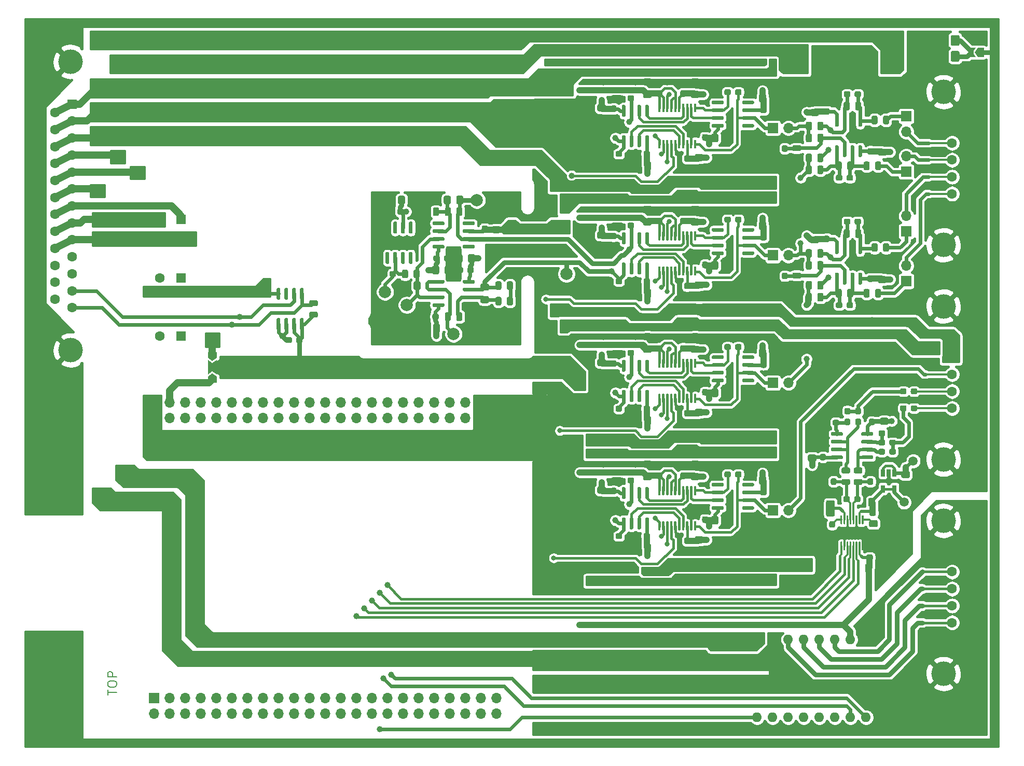
<source format=gbr>
G04 #@! TF.GenerationSoftware,KiCad,Pcbnew,5.1.6*
G04 #@! TF.CreationDate,2020-07-14T16:13:17+02:00*
G04 #@! TF.ProjectId,Mainboard,4d61696e-626f-4617-9264-2e6b69636164,rev?*
G04 #@! TF.SameCoordinates,Original*
G04 #@! TF.FileFunction,Copper,L1,Top*
G04 #@! TF.FilePolarity,Positive*
%FSLAX46Y46*%
G04 Gerber Fmt 4.6, Leading zero omitted, Abs format (unit mm)*
G04 Created by KiCad (PCBNEW 5.1.6) date 2020-07-14 16:13:17*
%MOMM*%
%LPD*%
G01*
G04 APERTURE LIST*
G04 #@! TA.AperFunction,NonConductor*
%ADD10C,0.200000*%
G04 #@! TD*
G04 #@! TA.AperFunction,SMDPad,CuDef*
%ADD11C,1.500000*%
G04 #@! TD*
G04 #@! TA.AperFunction,SMDPad,CuDef*
%ADD12C,0.150000*%
G04 #@! TD*
G04 #@! TA.AperFunction,ComponentPad*
%ADD13C,2.000000*%
G04 #@! TD*
G04 #@! TA.AperFunction,SMDPad,CuDef*
%ADD14C,2.000000*%
G04 #@! TD*
G04 #@! TA.AperFunction,Conductor*
%ADD15C,0.150000*%
G04 #@! TD*
G04 #@! TA.AperFunction,ComponentPad*
%ADD16C,1.600000*%
G04 #@! TD*
G04 #@! TA.AperFunction,ComponentPad*
%ADD17R,1.600000X1.600000*%
G04 #@! TD*
G04 #@! TA.AperFunction,ComponentPad*
%ADD18O,1.700000X1.700000*%
G04 #@! TD*
G04 #@! TA.AperFunction,ComponentPad*
%ADD19R,1.700000X1.700000*%
G04 #@! TD*
G04 #@! TA.AperFunction,SMDPad,CuDef*
%ADD20R,0.650000X1.220000*%
G04 #@! TD*
G04 #@! TA.AperFunction,ComponentPad*
%ADD21C,4.000000*%
G04 #@! TD*
G04 #@! TA.AperFunction,ComponentPad*
%ADD22O,1.600000X1.600000*%
G04 #@! TD*
G04 #@! TA.AperFunction,SMDPad,CuDef*
%ADD23R,0.450000X1.450000*%
G04 #@! TD*
G04 #@! TA.AperFunction,ViaPad*
%ADD24C,1.000000*%
G04 #@! TD*
G04 #@! TA.AperFunction,ViaPad*
%ADD25C,0.800000*%
G04 #@! TD*
G04 #@! TA.AperFunction,Conductor*
%ADD26C,0.600000*%
G04 #@! TD*
G04 #@! TA.AperFunction,Conductor*
%ADD27C,0.300000*%
G04 #@! TD*
G04 #@! TA.AperFunction,Conductor*
%ADD28C,0.500000*%
G04 #@! TD*
G04 #@! TA.AperFunction,Conductor*
%ADD29C,0.400000*%
G04 #@! TD*
G04 #@! TA.AperFunction,Conductor*
%ADD30C,1.000000*%
G04 #@! TD*
G04 #@! TA.AperFunction,Conductor*
%ADD31C,1.200000*%
G04 #@! TD*
G04 #@! TA.AperFunction,Conductor*
%ADD32C,0.800000*%
G04 #@! TD*
G04 APERTURE END LIST*
D10*
X84018571Y-150939285D02*
X84018571Y-150082142D01*
X85518571Y-150510714D02*
X84018571Y-150510714D01*
X84018571Y-149296428D02*
X84018571Y-149010714D01*
X84090000Y-148867857D01*
X84232857Y-148725000D01*
X84518571Y-148653571D01*
X85018571Y-148653571D01*
X85304285Y-148725000D01*
X85447142Y-148867857D01*
X85518571Y-149010714D01*
X85518571Y-149296428D01*
X85447142Y-149439285D01*
X85304285Y-149582142D01*
X85018571Y-149653571D01*
X84518571Y-149653571D01*
X84232857Y-149582142D01*
X84090000Y-149439285D01*
X84018571Y-149296428D01*
X85518571Y-148010714D02*
X84018571Y-148010714D01*
X84018571Y-147439285D01*
X84090000Y-147296428D01*
X84161428Y-147225000D01*
X84304285Y-147153571D01*
X84518571Y-147153571D01*
X84661428Y-147225000D01*
X84732857Y-147296428D01*
X84804285Y-147439285D01*
X84804285Y-148010714D01*
D11*
X206500000Y-92000000D03*
X208750000Y-90000000D03*
X215500000Y-112750000D03*
G04 #@! TA.AperFunction,SMDPad,CuDef*
G36*
G01*
X114090000Y-92777500D02*
X114090000Y-93252500D01*
G75*
G02*
X113852500Y-93490000I-237500J0D01*
G01*
X113277500Y-93490000D01*
G75*
G02*
X113040000Y-93252500I0J237500D01*
G01*
X113040000Y-92777500D01*
G75*
G02*
X113277500Y-92540000I237500J0D01*
G01*
X113852500Y-92540000D01*
G75*
G02*
X114090000Y-92777500I0J-237500D01*
G01*
G37*
G04 #@! TD.AperFunction*
G04 #@! TA.AperFunction,SMDPad,CuDef*
G36*
G01*
X115840000Y-92777500D02*
X115840000Y-93252500D01*
G75*
G02*
X115602500Y-93490000I-237500J0D01*
G01*
X115027500Y-93490000D01*
G75*
G02*
X114790000Y-93252500I0J237500D01*
G01*
X114790000Y-92777500D01*
G75*
G02*
X115027500Y-92540000I237500J0D01*
G01*
X115602500Y-92540000D01*
G75*
G02*
X115840000Y-92777500I0J-237500D01*
G01*
G37*
G04 #@! TD.AperFunction*
G04 #@! TA.AperFunction,SMDPad,CuDef*
G36*
G01*
X138220000Y-79442500D02*
X138220000Y-79917500D01*
G75*
G02*
X137982500Y-80155000I-237500J0D01*
G01*
X137407500Y-80155000D01*
G75*
G02*
X137170000Y-79917500I0J237500D01*
G01*
X137170000Y-79442500D01*
G75*
G02*
X137407500Y-79205000I237500J0D01*
G01*
X137982500Y-79205000D01*
G75*
G02*
X138220000Y-79442500I0J-237500D01*
G01*
G37*
G04 #@! TD.AperFunction*
G04 #@! TA.AperFunction,SMDPad,CuDef*
G36*
G01*
X139970000Y-79442500D02*
X139970000Y-79917500D01*
G75*
G02*
X139732500Y-80155000I-237500J0D01*
G01*
X139157500Y-80155000D01*
G75*
G02*
X138920000Y-79917500I0J237500D01*
G01*
X138920000Y-79442500D01*
G75*
G02*
X139157500Y-79205000I237500J0D01*
G01*
X139732500Y-79205000D01*
G75*
G02*
X139970000Y-79442500I0J-237500D01*
G01*
G37*
G04 #@! TD.AperFunction*
G04 #@! TA.AperFunction,SMDPad,CuDef*
G36*
G01*
X142030000Y-81347500D02*
X142030000Y-81822500D01*
G75*
G02*
X141792500Y-82060000I-237500J0D01*
G01*
X141217500Y-82060000D01*
G75*
G02*
X140980000Y-81822500I0J237500D01*
G01*
X140980000Y-81347500D01*
G75*
G02*
X141217500Y-81110000I237500J0D01*
G01*
X141792500Y-81110000D01*
G75*
G02*
X142030000Y-81347500I0J-237500D01*
G01*
G37*
G04 #@! TD.AperFunction*
G04 #@! TA.AperFunction,SMDPad,CuDef*
G36*
G01*
X143780000Y-81347500D02*
X143780000Y-81822500D01*
G75*
G02*
X143542500Y-82060000I-237500J0D01*
G01*
X142967500Y-82060000D01*
G75*
G02*
X142730000Y-81822500I0J237500D01*
G01*
X142730000Y-81347500D01*
G75*
G02*
X142967500Y-81110000I237500J0D01*
G01*
X143542500Y-81110000D01*
G75*
G02*
X143780000Y-81347500I0J-237500D01*
G01*
G37*
G04 #@! TD.AperFunction*
G04 #@! TA.AperFunction,SMDPad,CuDef*
G36*
G01*
X137015000Y-89442500D02*
X137015000Y-88967500D01*
G75*
G02*
X137252500Y-88730000I237500J0D01*
G01*
X137827500Y-88730000D01*
G75*
G02*
X138065000Y-88967500I0J-237500D01*
G01*
X138065000Y-89442500D01*
G75*
G02*
X137827500Y-89680000I-237500J0D01*
G01*
X137252500Y-89680000D01*
G75*
G02*
X137015000Y-89442500I0J237500D01*
G01*
G37*
G04 #@! TD.AperFunction*
G04 #@! TA.AperFunction,SMDPad,CuDef*
G36*
G01*
X135265000Y-89442500D02*
X135265000Y-88967500D01*
G75*
G02*
X135502500Y-88730000I237500J0D01*
G01*
X136077500Y-88730000D01*
G75*
G02*
X136315000Y-88967500I0J-237500D01*
G01*
X136315000Y-89442500D01*
G75*
G02*
X136077500Y-89680000I-237500J0D01*
G01*
X135502500Y-89680000D01*
G75*
G02*
X135265000Y-89442500I0J237500D01*
G01*
G37*
G04 #@! TD.AperFunction*
G04 #@! TA.AperFunction,SMDPad,CuDef*
G36*
G01*
X145792500Y-73615000D02*
X145317500Y-73615000D01*
G75*
G02*
X145080000Y-73377500I0J237500D01*
G01*
X145080000Y-72802500D01*
G75*
G02*
X145317500Y-72565000I237500J0D01*
G01*
X145792500Y-72565000D01*
G75*
G02*
X146030000Y-72802500I0J-237500D01*
G01*
X146030000Y-73377500D01*
G75*
G02*
X145792500Y-73615000I-237500J0D01*
G01*
G37*
G04 #@! TD.AperFunction*
G04 #@! TA.AperFunction,SMDPad,CuDef*
G36*
G01*
X145792500Y-75365000D02*
X145317500Y-75365000D01*
G75*
G02*
X145080000Y-75127500I0J237500D01*
G01*
X145080000Y-74552500D01*
G75*
G02*
X145317500Y-74315000I237500J0D01*
G01*
X145792500Y-74315000D01*
G75*
G02*
X146030000Y-74552500I0J-237500D01*
G01*
X146030000Y-75127500D01*
G75*
G02*
X145792500Y-75365000I-237500J0D01*
G01*
G37*
G04 #@! TD.AperFunction*
G04 #@! TA.AperFunction,SMDPad,CuDef*
G36*
G01*
X129330000Y-81982500D02*
X129330000Y-82457500D01*
G75*
G02*
X129092500Y-82695000I-237500J0D01*
G01*
X128517500Y-82695000D01*
G75*
G02*
X128280000Y-82457500I0J237500D01*
G01*
X128280000Y-81982500D01*
G75*
G02*
X128517500Y-81745000I237500J0D01*
G01*
X129092500Y-81745000D01*
G75*
G02*
X129330000Y-81982500I0J-237500D01*
G01*
G37*
G04 #@! TD.AperFunction*
G04 #@! TA.AperFunction,SMDPad,CuDef*
G36*
G01*
X131080000Y-81982500D02*
X131080000Y-82457500D01*
G75*
G02*
X130842500Y-82695000I-237500J0D01*
G01*
X130267500Y-82695000D01*
G75*
G02*
X130030000Y-82457500I0J237500D01*
G01*
X130030000Y-81982500D01*
G75*
G02*
X130267500Y-81745000I237500J0D01*
G01*
X130842500Y-81745000D01*
G75*
G02*
X131080000Y-81982500I0J-237500D01*
G01*
G37*
G04 #@! TD.AperFunction*
G04 #@! TA.AperFunction,SMDPad,CuDef*
G36*
G01*
X130600000Y-71822500D02*
X130600000Y-72297500D01*
G75*
G02*
X130362500Y-72535000I-237500J0D01*
G01*
X129787500Y-72535000D01*
G75*
G02*
X129550000Y-72297500I0J237500D01*
G01*
X129550000Y-71822500D01*
G75*
G02*
X129787500Y-71585000I237500J0D01*
G01*
X130362500Y-71585000D01*
G75*
G02*
X130600000Y-71822500I0J-237500D01*
G01*
G37*
G04 #@! TD.AperFunction*
G04 #@! TA.AperFunction,SMDPad,CuDef*
G36*
G01*
X132350000Y-71822500D02*
X132350000Y-72297500D01*
G75*
G02*
X132112500Y-72535000I-237500J0D01*
G01*
X131537500Y-72535000D01*
G75*
G02*
X131300000Y-72297500I0J237500D01*
G01*
X131300000Y-71822500D01*
G75*
G02*
X131537500Y-71585000I237500J0D01*
G01*
X132112500Y-71585000D01*
G75*
G02*
X132350000Y-71822500I0J-237500D01*
G01*
G37*
G04 #@! TD.AperFunction*
G04 #@! TA.AperFunction,SMDPad,CuDef*
G36*
G01*
X174287500Y-113950000D02*
X173812500Y-113950000D01*
G75*
G02*
X173575000Y-113712500I0J237500D01*
G01*
X173575000Y-113137500D01*
G75*
G02*
X173812500Y-112900000I237500J0D01*
G01*
X174287500Y-112900000D01*
G75*
G02*
X174525000Y-113137500I0J-237500D01*
G01*
X174525000Y-113712500D01*
G75*
G02*
X174287500Y-113950000I-237500J0D01*
G01*
G37*
G04 #@! TD.AperFunction*
G04 #@! TA.AperFunction,SMDPad,CuDef*
G36*
G01*
X174287500Y-115700000D02*
X173812500Y-115700000D01*
G75*
G02*
X173575000Y-115462500I0J237500D01*
G01*
X173575000Y-114887500D01*
G75*
G02*
X173812500Y-114650000I237500J0D01*
G01*
X174287500Y-114650000D01*
G75*
G02*
X174525000Y-114887500I0J-237500D01*
G01*
X174525000Y-115462500D01*
G75*
G02*
X174287500Y-115700000I-237500J0D01*
G01*
G37*
G04 #@! TD.AperFunction*
G04 #@! TA.AperFunction,SMDPad,CuDef*
G36*
G01*
X181287500Y-121800000D02*
X181762500Y-121800000D01*
G75*
G02*
X182000000Y-122037500I0J-237500D01*
G01*
X182000000Y-122612500D01*
G75*
G02*
X181762500Y-122850000I-237500J0D01*
G01*
X181287500Y-122850000D01*
G75*
G02*
X181050000Y-122612500I0J237500D01*
G01*
X181050000Y-122037500D01*
G75*
G02*
X181287500Y-121800000I237500J0D01*
G01*
G37*
G04 #@! TD.AperFunction*
G04 #@! TA.AperFunction,SMDPad,CuDef*
G36*
G01*
X181287500Y-120050000D02*
X181762500Y-120050000D01*
G75*
G02*
X182000000Y-120287500I0J-237500D01*
G01*
X182000000Y-120862500D01*
G75*
G02*
X181762500Y-121100000I-237500J0D01*
G01*
X181287500Y-121100000D01*
G75*
G02*
X181050000Y-120862500I0J237500D01*
G01*
X181050000Y-120287500D01*
G75*
G02*
X181287500Y-120050000I237500J0D01*
G01*
G37*
G04 #@! TD.AperFunction*
G04 #@! TA.AperFunction,SMDPad,CuDef*
G36*
G01*
X192275000Y-118112500D02*
X192275000Y-117637500D01*
G75*
G02*
X192512500Y-117400000I237500J0D01*
G01*
X193087500Y-117400000D01*
G75*
G02*
X193325000Y-117637500I0J-237500D01*
G01*
X193325000Y-118112500D01*
G75*
G02*
X193087500Y-118350000I-237500J0D01*
G01*
X192512500Y-118350000D01*
G75*
G02*
X192275000Y-118112500I0J237500D01*
G01*
G37*
G04 #@! TD.AperFunction*
G04 #@! TA.AperFunction,SMDPad,CuDef*
G36*
G01*
X190525000Y-118112500D02*
X190525000Y-117637500D01*
G75*
G02*
X190762500Y-117400000I237500J0D01*
G01*
X191337500Y-117400000D01*
G75*
G02*
X191575000Y-117637500I0J-237500D01*
G01*
X191575000Y-118112500D01*
G75*
G02*
X191337500Y-118350000I-237500J0D01*
G01*
X190762500Y-118350000D01*
G75*
G02*
X190525000Y-118112500I0J237500D01*
G01*
G37*
G04 #@! TD.AperFunction*
G04 #@! TA.AperFunction,SMDPad,CuDef*
G36*
G01*
X166812500Y-118175000D02*
X166337500Y-118175000D01*
G75*
G02*
X166100000Y-117937500I0J237500D01*
G01*
X166100000Y-117362500D01*
G75*
G02*
X166337500Y-117125000I237500J0D01*
G01*
X166812500Y-117125000D01*
G75*
G02*
X167050000Y-117362500I0J-237500D01*
G01*
X167050000Y-117937500D01*
G75*
G02*
X166812500Y-118175000I-237500J0D01*
G01*
G37*
G04 #@! TD.AperFunction*
G04 #@! TA.AperFunction,SMDPad,CuDef*
G36*
G01*
X166812500Y-119925000D02*
X166337500Y-119925000D01*
G75*
G02*
X166100000Y-119687500I0J237500D01*
G01*
X166100000Y-119112500D01*
G75*
G02*
X166337500Y-118875000I237500J0D01*
G01*
X166812500Y-118875000D01*
G75*
G02*
X167050000Y-119112500I0J-237500D01*
G01*
X167050000Y-119687500D01*
G75*
G02*
X166812500Y-119925000I-237500J0D01*
G01*
G37*
G04 #@! TD.AperFunction*
G04 #@! TA.AperFunction,SMDPad,CuDef*
G36*
G01*
X170775000Y-124787500D02*
X170775000Y-125262500D01*
G75*
G02*
X170537500Y-125500000I-237500J0D01*
G01*
X169962500Y-125500000D01*
G75*
G02*
X169725000Y-125262500I0J237500D01*
G01*
X169725000Y-124787500D01*
G75*
G02*
X169962500Y-124550000I237500J0D01*
G01*
X170537500Y-124550000D01*
G75*
G02*
X170775000Y-124787500I0J-237500D01*
G01*
G37*
G04 #@! TD.AperFunction*
G04 #@! TA.AperFunction,SMDPad,CuDef*
G36*
G01*
X172525000Y-124787500D02*
X172525000Y-125262500D01*
G75*
G02*
X172287500Y-125500000I-237500J0D01*
G01*
X171712500Y-125500000D01*
G75*
G02*
X171475000Y-125262500I0J237500D01*
G01*
X171475000Y-124787500D01*
G75*
G02*
X171712500Y-124550000I237500J0D01*
G01*
X172287500Y-124550000D01*
G75*
G02*
X172525000Y-124787500I0J-237500D01*
G01*
G37*
G04 #@! TD.AperFunction*
G04 #@! TA.AperFunction,SMDPad,CuDef*
G36*
G01*
X178837500Y-126300000D02*
X178362500Y-126300000D01*
G75*
G02*
X178125000Y-126062500I0J237500D01*
G01*
X178125000Y-125487500D01*
G75*
G02*
X178362500Y-125250000I237500J0D01*
G01*
X178837500Y-125250000D01*
G75*
G02*
X179075000Y-125487500I0J-237500D01*
G01*
X179075000Y-126062500D01*
G75*
G02*
X178837500Y-126300000I-237500J0D01*
G01*
G37*
G04 #@! TD.AperFunction*
G04 #@! TA.AperFunction,SMDPad,CuDef*
G36*
G01*
X178837500Y-128050000D02*
X178362500Y-128050000D01*
G75*
G02*
X178125000Y-127812500I0J237500D01*
G01*
X178125000Y-127237500D01*
G75*
G02*
X178362500Y-127000000I237500J0D01*
G01*
X178837500Y-127000000D01*
G75*
G02*
X179075000Y-127237500I0J-237500D01*
G01*
X179075000Y-127812500D01*
G75*
G02*
X178837500Y-128050000I-237500J0D01*
G01*
G37*
G04 #@! TD.AperFunction*
G04 #@! TA.AperFunction,SMDPad,CuDef*
G36*
G01*
X178187500Y-113950000D02*
X177712500Y-113950000D01*
G75*
G02*
X177475000Y-113712500I0J237500D01*
G01*
X177475000Y-113137500D01*
G75*
G02*
X177712500Y-112900000I237500J0D01*
G01*
X178187500Y-112900000D01*
G75*
G02*
X178425000Y-113137500I0J-237500D01*
G01*
X178425000Y-113712500D01*
G75*
G02*
X178187500Y-113950000I-237500J0D01*
G01*
G37*
G04 #@! TD.AperFunction*
G04 #@! TA.AperFunction,SMDPad,CuDef*
G36*
G01*
X178187500Y-115700000D02*
X177712500Y-115700000D01*
G75*
G02*
X177475000Y-115462500I0J237500D01*
G01*
X177475000Y-114887500D01*
G75*
G02*
X177712500Y-114650000I237500J0D01*
G01*
X178187500Y-114650000D01*
G75*
G02*
X178425000Y-114887500I0J-237500D01*
G01*
X178425000Y-115462500D01*
G75*
G02*
X178187500Y-115700000I-237500J0D01*
G01*
G37*
G04 #@! TD.AperFunction*
G04 #@! TA.AperFunction,SMDPad,CuDef*
G36*
G01*
X174287500Y-72350000D02*
X173812500Y-72350000D01*
G75*
G02*
X173575000Y-72112500I0J237500D01*
G01*
X173575000Y-71537500D01*
G75*
G02*
X173812500Y-71300000I237500J0D01*
G01*
X174287500Y-71300000D01*
G75*
G02*
X174525000Y-71537500I0J-237500D01*
G01*
X174525000Y-72112500D01*
G75*
G02*
X174287500Y-72350000I-237500J0D01*
G01*
G37*
G04 #@! TD.AperFunction*
G04 #@! TA.AperFunction,SMDPad,CuDef*
G36*
G01*
X174287500Y-74100000D02*
X173812500Y-74100000D01*
G75*
G02*
X173575000Y-73862500I0J237500D01*
G01*
X173575000Y-73287500D01*
G75*
G02*
X173812500Y-73050000I237500J0D01*
G01*
X174287500Y-73050000D01*
G75*
G02*
X174525000Y-73287500I0J-237500D01*
G01*
X174525000Y-73862500D01*
G75*
G02*
X174287500Y-74100000I-237500J0D01*
G01*
G37*
G04 #@! TD.AperFunction*
G04 #@! TA.AperFunction,SMDPad,CuDef*
G36*
G01*
X181287500Y-80200000D02*
X181762500Y-80200000D01*
G75*
G02*
X182000000Y-80437500I0J-237500D01*
G01*
X182000000Y-81012500D01*
G75*
G02*
X181762500Y-81250000I-237500J0D01*
G01*
X181287500Y-81250000D01*
G75*
G02*
X181050000Y-81012500I0J237500D01*
G01*
X181050000Y-80437500D01*
G75*
G02*
X181287500Y-80200000I237500J0D01*
G01*
G37*
G04 #@! TD.AperFunction*
G04 #@! TA.AperFunction,SMDPad,CuDef*
G36*
G01*
X181287500Y-78450000D02*
X181762500Y-78450000D01*
G75*
G02*
X182000000Y-78687500I0J-237500D01*
G01*
X182000000Y-79262500D01*
G75*
G02*
X181762500Y-79500000I-237500J0D01*
G01*
X181287500Y-79500000D01*
G75*
G02*
X181050000Y-79262500I0J237500D01*
G01*
X181050000Y-78687500D01*
G75*
G02*
X181287500Y-78450000I237500J0D01*
G01*
G37*
G04 #@! TD.AperFunction*
G04 #@! TA.AperFunction,SMDPad,CuDef*
G36*
G01*
X192275000Y-76512500D02*
X192275000Y-76037500D01*
G75*
G02*
X192512500Y-75800000I237500J0D01*
G01*
X193087500Y-75800000D01*
G75*
G02*
X193325000Y-76037500I0J-237500D01*
G01*
X193325000Y-76512500D01*
G75*
G02*
X193087500Y-76750000I-237500J0D01*
G01*
X192512500Y-76750000D01*
G75*
G02*
X192275000Y-76512500I0J237500D01*
G01*
G37*
G04 #@! TD.AperFunction*
G04 #@! TA.AperFunction,SMDPad,CuDef*
G36*
G01*
X190525000Y-76512500D02*
X190525000Y-76037500D01*
G75*
G02*
X190762500Y-75800000I237500J0D01*
G01*
X191337500Y-75800000D01*
G75*
G02*
X191575000Y-76037500I0J-237500D01*
G01*
X191575000Y-76512500D01*
G75*
G02*
X191337500Y-76750000I-237500J0D01*
G01*
X190762500Y-76750000D01*
G75*
G02*
X190525000Y-76512500I0J237500D01*
G01*
G37*
G04 #@! TD.AperFunction*
G04 #@! TA.AperFunction,SMDPad,CuDef*
G36*
G01*
X166812500Y-76575000D02*
X166337500Y-76575000D01*
G75*
G02*
X166100000Y-76337500I0J237500D01*
G01*
X166100000Y-75762500D01*
G75*
G02*
X166337500Y-75525000I237500J0D01*
G01*
X166812500Y-75525000D01*
G75*
G02*
X167050000Y-75762500I0J-237500D01*
G01*
X167050000Y-76337500D01*
G75*
G02*
X166812500Y-76575000I-237500J0D01*
G01*
G37*
G04 #@! TD.AperFunction*
G04 #@! TA.AperFunction,SMDPad,CuDef*
G36*
G01*
X166812500Y-78325000D02*
X166337500Y-78325000D01*
G75*
G02*
X166100000Y-78087500I0J237500D01*
G01*
X166100000Y-77512500D01*
G75*
G02*
X166337500Y-77275000I237500J0D01*
G01*
X166812500Y-77275000D01*
G75*
G02*
X167050000Y-77512500I0J-237500D01*
G01*
X167050000Y-78087500D01*
G75*
G02*
X166812500Y-78325000I-237500J0D01*
G01*
G37*
G04 #@! TD.AperFunction*
G04 #@! TA.AperFunction,SMDPad,CuDef*
G36*
G01*
X170775000Y-83187500D02*
X170775000Y-83662500D01*
G75*
G02*
X170537500Y-83900000I-237500J0D01*
G01*
X169962500Y-83900000D01*
G75*
G02*
X169725000Y-83662500I0J237500D01*
G01*
X169725000Y-83187500D01*
G75*
G02*
X169962500Y-82950000I237500J0D01*
G01*
X170537500Y-82950000D01*
G75*
G02*
X170775000Y-83187500I0J-237500D01*
G01*
G37*
G04 #@! TD.AperFunction*
G04 #@! TA.AperFunction,SMDPad,CuDef*
G36*
G01*
X172525000Y-83187500D02*
X172525000Y-83662500D01*
G75*
G02*
X172287500Y-83900000I-237500J0D01*
G01*
X171712500Y-83900000D01*
G75*
G02*
X171475000Y-83662500I0J237500D01*
G01*
X171475000Y-83187500D01*
G75*
G02*
X171712500Y-82950000I237500J0D01*
G01*
X172287500Y-82950000D01*
G75*
G02*
X172525000Y-83187500I0J-237500D01*
G01*
G37*
G04 #@! TD.AperFunction*
G04 #@! TA.AperFunction,SMDPad,CuDef*
G36*
G01*
X178837500Y-84700000D02*
X178362500Y-84700000D01*
G75*
G02*
X178125000Y-84462500I0J237500D01*
G01*
X178125000Y-83887500D01*
G75*
G02*
X178362500Y-83650000I237500J0D01*
G01*
X178837500Y-83650000D01*
G75*
G02*
X179075000Y-83887500I0J-237500D01*
G01*
X179075000Y-84462500D01*
G75*
G02*
X178837500Y-84700000I-237500J0D01*
G01*
G37*
G04 #@! TD.AperFunction*
G04 #@! TA.AperFunction,SMDPad,CuDef*
G36*
G01*
X178837500Y-86450000D02*
X178362500Y-86450000D01*
G75*
G02*
X178125000Y-86212500I0J237500D01*
G01*
X178125000Y-85637500D01*
G75*
G02*
X178362500Y-85400000I237500J0D01*
G01*
X178837500Y-85400000D01*
G75*
G02*
X179075000Y-85637500I0J-237500D01*
G01*
X179075000Y-86212500D01*
G75*
G02*
X178837500Y-86450000I-237500J0D01*
G01*
G37*
G04 #@! TD.AperFunction*
G04 #@! TA.AperFunction,SMDPad,CuDef*
G36*
G01*
X178187500Y-72350000D02*
X177712500Y-72350000D01*
G75*
G02*
X177475000Y-72112500I0J237500D01*
G01*
X177475000Y-71537500D01*
G75*
G02*
X177712500Y-71300000I237500J0D01*
G01*
X178187500Y-71300000D01*
G75*
G02*
X178425000Y-71537500I0J-237500D01*
G01*
X178425000Y-72112500D01*
G75*
G02*
X178187500Y-72350000I-237500J0D01*
G01*
G37*
G04 #@! TD.AperFunction*
G04 #@! TA.AperFunction,SMDPad,CuDef*
G36*
G01*
X178187500Y-74100000D02*
X177712500Y-74100000D01*
G75*
G02*
X177475000Y-73862500I0J237500D01*
G01*
X177475000Y-73287500D01*
G75*
G02*
X177712500Y-73050000I237500J0D01*
G01*
X178187500Y-73050000D01*
G75*
G02*
X178425000Y-73287500I0J-237500D01*
G01*
X178425000Y-73862500D01*
G75*
G02*
X178187500Y-74100000I-237500J0D01*
G01*
G37*
G04 #@! TD.AperFunction*
G04 #@! TA.AperFunction,SMDPad,CuDef*
G36*
G01*
X178187500Y-51550000D02*
X177712500Y-51550000D01*
G75*
G02*
X177475000Y-51312500I0J237500D01*
G01*
X177475000Y-50737500D01*
G75*
G02*
X177712500Y-50500000I237500J0D01*
G01*
X178187500Y-50500000D01*
G75*
G02*
X178425000Y-50737500I0J-237500D01*
G01*
X178425000Y-51312500D01*
G75*
G02*
X178187500Y-51550000I-237500J0D01*
G01*
G37*
G04 #@! TD.AperFunction*
G04 #@! TA.AperFunction,SMDPad,CuDef*
G36*
G01*
X178187500Y-53300000D02*
X177712500Y-53300000D01*
G75*
G02*
X177475000Y-53062500I0J237500D01*
G01*
X177475000Y-52487500D01*
G75*
G02*
X177712500Y-52250000I237500J0D01*
G01*
X178187500Y-52250000D01*
G75*
G02*
X178425000Y-52487500I0J-237500D01*
G01*
X178425000Y-53062500D01*
G75*
G02*
X178187500Y-53300000I-237500J0D01*
G01*
G37*
G04 #@! TD.AperFunction*
G04 #@! TA.AperFunction,SMDPad,CuDef*
G36*
G01*
X174287500Y-93150000D02*
X173812500Y-93150000D01*
G75*
G02*
X173575000Y-92912500I0J237500D01*
G01*
X173575000Y-92337500D01*
G75*
G02*
X173812500Y-92100000I237500J0D01*
G01*
X174287500Y-92100000D01*
G75*
G02*
X174525000Y-92337500I0J-237500D01*
G01*
X174525000Y-92912500D01*
G75*
G02*
X174287500Y-93150000I-237500J0D01*
G01*
G37*
G04 #@! TD.AperFunction*
G04 #@! TA.AperFunction,SMDPad,CuDef*
G36*
G01*
X174287500Y-94900000D02*
X173812500Y-94900000D01*
G75*
G02*
X173575000Y-94662500I0J237500D01*
G01*
X173575000Y-94087500D01*
G75*
G02*
X173812500Y-93850000I237500J0D01*
G01*
X174287500Y-93850000D01*
G75*
G02*
X174525000Y-94087500I0J-237500D01*
G01*
X174525000Y-94662500D01*
G75*
G02*
X174287500Y-94900000I-237500J0D01*
G01*
G37*
G04 #@! TD.AperFunction*
G04 #@! TA.AperFunction,SMDPad,CuDef*
G36*
G01*
X181287500Y-101000000D02*
X181762500Y-101000000D01*
G75*
G02*
X182000000Y-101237500I0J-237500D01*
G01*
X182000000Y-101812500D01*
G75*
G02*
X181762500Y-102050000I-237500J0D01*
G01*
X181287500Y-102050000D01*
G75*
G02*
X181050000Y-101812500I0J237500D01*
G01*
X181050000Y-101237500D01*
G75*
G02*
X181287500Y-101000000I237500J0D01*
G01*
G37*
G04 #@! TD.AperFunction*
G04 #@! TA.AperFunction,SMDPad,CuDef*
G36*
G01*
X181287500Y-99250000D02*
X181762500Y-99250000D01*
G75*
G02*
X182000000Y-99487500I0J-237500D01*
G01*
X182000000Y-100062500D01*
G75*
G02*
X181762500Y-100300000I-237500J0D01*
G01*
X181287500Y-100300000D01*
G75*
G02*
X181050000Y-100062500I0J237500D01*
G01*
X181050000Y-99487500D01*
G75*
G02*
X181287500Y-99250000I237500J0D01*
G01*
G37*
G04 #@! TD.AperFunction*
G04 #@! TA.AperFunction,SMDPad,CuDef*
G36*
G01*
X192275000Y-97312500D02*
X192275000Y-96837500D01*
G75*
G02*
X192512500Y-96600000I237500J0D01*
G01*
X193087500Y-96600000D01*
G75*
G02*
X193325000Y-96837500I0J-237500D01*
G01*
X193325000Y-97312500D01*
G75*
G02*
X193087500Y-97550000I-237500J0D01*
G01*
X192512500Y-97550000D01*
G75*
G02*
X192275000Y-97312500I0J237500D01*
G01*
G37*
G04 #@! TD.AperFunction*
G04 #@! TA.AperFunction,SMDPad,CuDef*
G36*
G01*
X190525000Y-97312500D02*
X190525000Y-96837500D01*
G75*
G02*
X190762500Y-96600000I237500J0D01*
G01*
X191337500Y-96600000D01*
G75*
G02*
X191575000Y-96837500I0J-237500D01*
G01*
X191575000Y-97312500D01*
G75*
G02*
X191337500Y-97550000I-237500J0D01*
G01*
X190762500Y-97550000D01*
G75*
G02*
X190525000Y-97312500I0J237500D01*
G01*
G37*
G04 #@! TD.AperFunction*
G04 #@! TA.AperFunction,SMDPad,CuDef*
G36*
G01*
X166812500Y-97375000D02*
X166337500Y-97375000D01*
G75*
G02*
X166100000Y-97137500I0J237500D01*
G01*
X166100000Y-96562500D01*
G75*
G02*
X166337500Y-96325000I237500J0D01*
G01*
X166812500Y-96325000D01*
G75*
G02*
X167050000Y-96562500I0J-237500D01*
G01*
X167050000Y-97137500D01*
G75*
G02*
X166812500Y-97375000I-237500J0D01*
G01*
G37*
G04 #@! TD.AperFunction*
G04 #@! TA.AperFunction,SMDPad,CuDef*
G36*
G01*
X166812500Y-99125000D02*
X166337500Y-99125000D01*
G75*
G02*
X166100000Y-98887500I0J237500D01*
G01*
X166100000Y-98312500D01*
G75*
G02*
X166337500Y-98075000I237500J0D01*
G01*
X166812500Y-98075000D01*
G75*
G02*
X167050000Y-98312500I0J-237500D01*
G01*
X167050000Y-98887500D01*
G75*
G02*
X166812500Y-99125000I-237500J0D01*
G01*
G37*
G04 #@! TD.AperFunction*
G04 #@! TA.AperFunction,SMDPad,CuDef*
G36*
G01*
X170775000Y-103987500D02*
X170775000Y-104462500D01*
G75*
G02*
X170537500Y-104700000I-237500J0D01*
G01*
X169962500Y-104700000D01*
G75*
G02*
X169725000Y-104462500I0J237500D01*
G01*
X169725000Y-103987500D01*
G75*
G02*
X169962500Y-103750000I237500J0D01*
G01*
X170537500Y-103750000D01*
G75*
G02*
X170775000Y-103987500I0J-237500D01*
G01*
G37*
G04 #@! TD.AperFunction*
G04 #@! TA.AperFunction,SMDPad,CuDef*
G36*
G01*
X172525000Y-103987500D02*
X172525000Y-104462500D01*
G75*
G02*
X172287500Y-104700000I-237500J0D01*
G01*
X171712500Y-104700000D01*
G75*
G02*
X171475000Y-104462500I0J237500D01*
G01*
X171475000Y-103987500D01*
G75*
G02*
X171712500Y-103750000I237500J0D01*
G01*
X172287500Y-103750000D01*
G75*
G02*
X172525000Y-103987500I0J-237500D01*
G01*
G37*
G04 #@! TD.AperFunction*
G04 #@! TA.AperFunction,SMDPad,CuDef*
G36*
G01*
X178837500Y-105500000D02*
X178362500Y-105500000D01*
G75*
G02*
X178125000Y-105262500I0J237500D01*
G01*
X178125000Y-104687500D01*
G75*
G02*
X178362500Y-104450000I237500J0D01*
G01*
X178837500Y-104450000D01*
G75*
G02*
X179075000Y-104687500I0J-237500D01*
G01*
X179075000Y-105262500D01*
G75*
G02*
X178837500Y-105500000I-237500J0D01*
G01*
G37*
G04 #@! TD.AperFunction*
G04 #@! TA.AperFunction,SMDPad,CuDef*
G36*
G01*
X178837500Y-107250000D02*
X178362500Y-107250000D01*
G75*
G02*
X178125000Y-107012500I0J237500D01*
G01*
X178125000Y-106437500D01*
G75*
G02*
X178362500Y-106200000I237500J0D01*
G01*
X178837500Y-106200000D01*
G75*
G02*
X179075000Y-106437500I0J-237500D01*
G01*
X179075000Y-107012500D01*
G75*
G02*
X178837500Y-107250000I-237500J0D01*
G01*
G37*
G04 #@! TD.AperFunction*
G04 #@! TA.AperFunction,SMDPad,CuDef*
G36*
G01*
X178187500Y-93150000D02*
X177712500Y-93150000D01*
G75*
G02*
X177475000Y-92912500I0J237500D01*
G01*
X177475000Y-92337500D01*
G75*
G02*
X177712500Y-92100000I237500J0D01*
G01*
X178187500Y-92100000D01*
G75*
G02*
X178425000Y-92337500I0J-237500D01*
G01*
X178425000Y-92912500D01*
G75*
G02*
X178187500Y-93150000I-237500J0D01*
G01*
G37*
G04 #@! TD.AperFunction*
G04 #@! TA.AperFunction,SMDPad,CuDef*
G36*
G01*
X178187500Y-94900000D02*
X177712500Y-94900000D01*
G75*
G02*
X177475000Y-94662500I0J237500D01*
G01*
X177475000Y-94087500D01*
G75*
G02*
X177712500Y-93850000I237500J0D01*
G01*
X178187500Y-93850000D01*
G75*
G02*
X178425000Y-94087500I0J-237500D01*
G01*
X178425000Y-94662500D01*
G75*
G02*
X178187500Y-94900000I-237500J0D01*
G01*
G37*
G04 #@! TD.AperFunction*
G04 #@! TA.AperFunction,SMDPad,CuDef*
G36*
G01*
X174287500Y-51550000D02*
X173812500Y-51550000D01*
G75*
G02*
X173575000Y-51312500I0J237500D01*
G01*
X173575000Y-50737500D01*
G75*
G02*
X173812500Y-50500000I237500J0D01*
G01*
X174287500Y-50500000D01*
G75*
G02*
X174525000Y-50737500I0J-237500D01*
G01*
X174525000Y-51312500D01*
G75*
G02*
X174287500Y-51550000I-237500J0D01*
G01*
G37*
G04 #@! TD.AperFunction*
G04 #@! TA.AperFunction,SMDPad,CuDef*
G36*
G01*
X174287500Y-53300000D02*
X173812500Y-53300000D01*
G75*
G02*
X173575000Y-53062500I0J237500D01*
G01*
X173575000Y-52487500D01*
G75*
G02*
X173812500Y-52250000I237500J0D01*
G01*
X174287500Y-52250000D01*
G75*
G02*
X174525000Y-52487500I0J-237500D01*
G01*
X174525000Y-53062500D01*
G75*
G02*
X174287500Y-53300000I-237500J0D01*
G01*
G37*
G04 #@! TD.AperFunction*
G04 #@! TA.AperFunction,SMDPad,CuDef*
G36*
G01*
X181287500Y-59400000D02*
X181762500Y-59400000D01*
G75*
G02*
X182000000Y-59637500I0J-237500D01*
G01*
X182000000Y-60212500D01*
G75*
G02*
X181762500Y-60450000I-237500J0D01*
G01*
X181287500Y-60450000D01*
G75*
G02*
X181050000Y-60212500I0J237500D01*
G01*
X181050000Y-59637500D01*
G75*
G02*
X181287500Y-59400000I237500J0D01*
G01*
G37*
G04 #@! TD.AperFunction*
G04 #@! TA.AperFunction,SMDPad,CuDef*
G36*
G01*
X181287500Y-57650000D02*
X181762500Y-57650000D01*
G75*
G02*
X182000000Y-57887500I0J-237500D01*
G01*
X182000000Y-58462500D01*
G75*
G02*
X181762500Y-58700000I-237500J0D01*
G01*
X181287500Y-58700000D01*
G75*
G02*
X181050000Y-58462500I0J237500D01*
G01*
X181050000Y-57887500D01*
G75*
G02*
X181287500Y-57650000I237500J0D01*
G01*
G37*
G04 #@! TD.AperFunction*
G04 #@! TA.AperFunction,SMDPad,CuDef*
G36*
G01*
X192275000Y-55712500D02*
X192275000Y-55237500D01*
G75*
G02*
X192512500Y-55000000I237500J0D01*
G01*
X193087500Y-55000000D01*
G75*
G02*
X193325000Y-55237500I0J-237500D01*
G01*
X193325000Y-55712500D01*
G75*
G02*
X193087500Y-55950000I-237500J0D01*
G01*
X192512500Y-55950000D01*
G75*
G02*
X192275000Y-55712500I0J237500D01*
G01*
G37*
G04 #@! TD.AperFunction*
G04 #@! TA.AperFunction,SMDPad,CuDef*
G36*
G01*
X190525000Y-55712500D02*
X190525000Y-55237500D01*
G75*
G02*
X190762500Y-55000000I237500J0D01*
G01*
X191337500Y-55000000D01*
G75*
G02*
X191575000Y-55237500I0J-237500D01*
G01*
X191575000Y-55712500D01*
G75*
G02*
X191337500Y-55950000I-237500J0D01*
G01*
X190762500Y-55950000D01*
G75*
G02*
X190525000Y-55712500I0J237500D01*
G01*
G37*
G04 #@! TD.AperFunction*
G04 #@! TA.AperFunction,SMDPad,CuDef*
G36*
G01*
X166812500Y-55775000D02*
X166337500Y-55775000D01*
G75*
G02*
X166100000Y-55537500I0J237500D01*
G01*
X166100000Y-54962500D01*
G75*
G02*
X166337500Y-54725000I237500J0D01*
G01*
X166812500Y-54725000D01*
G75*
G02*
X167050000Y-54962500I0J-237500D01*
G01*
X167050000Y-55537500D01*
G75*
G02*
X166812500Y-55775000I-237500J0D01*
G01*
G37*
G04 #@! TD.AperFunction*
G04 #@! TA.AperFunction,SMDPad,CuDef*
G36*
G01*
X166812500Y-57525000D02*
X166337500Y-57525000D01*
G75*
G02*
X166100000Y-57287500I0J237500D01*
G01*
X166100000Y-56712500D01*
G75*
G02*
X166337500Y-56475000I237500J0D01*
G01*
X166812500Y-56475000D01*
G75*
G02*
X167050000Y-56712500I0J-237500D01*
G01*
X167050000Y-57287500D01*
G75*
G02*
X166812500Y-57525000I-237500J0D01*
G01*
G37*
G04 #@! TD.AperFunction*
G04 #@! TA.AperFunction,SMDPad,CuDef*
G36*
G01*
X170775000Y-62387500D02*
X170775000Y-62862500D01*
G75*
G02*
X170537500Y-63100000I-237500J0D01*
G01*
X169962500Y-63100000D01*
G75*
G02*
X169725000Y-62862500I0J237500D01*
G01*
X169725000Y-62387500D01*
G75*
G02*
X169962500Y-62150000I237500J0D01*
G01*
X170537500Y-62150000D01*
G75*
G02*
X170775000Y-62387500I0J-237500D01*
G01*
G37*
G04 #@! TD.AperFunction*
G04 #@! TA.AperFunction,SMDPad,CuDef*
G36*
G01*
X172525000Y-62387500D02*
X172525000Y-62862500D01*
G75*
G02*
X172287500Y-63100000I-237500J0D01*
G01*
X171712500Y-63100000D01*
G75*
G02*
X171475000Y-62862500I0J237500D01*
G01*
X171475000Y-62387500D01*
G75*
G02*
X171712500Y-62150000I237500J0D01*
G01*
X172287500Y-62150000D01*
G75*
G02*
X172525000Y-62387500I0J-237500D01*
G01*
G37*
G04 #@! TD.AperFunction*
G04 #@! TA.AperFunction,SMDPad,CuDef*
G36*
G01*
X178837500Y-63900000D02*
X178362500Y-63900000D01*
G75*
G02*
X178125000Y-63662500I0J237500D01*
G01*
X178125000Y-63087500D01*
G75*
G02*
X178362500Y-62850000I237500J0D01*
G01*
X178837500Y-62850000D01*
G75*
G02*
X179075000Y-63087500I0J-237500D01*
G01*
X179075000Y-63662500D01*
G75*
G02*
X178837500Y-63900000I-237500J0D01*
G01*
G37*
G04 #@! TD.AperFunction*
G04 #@! TA.AperFunction,SMDPad,CuDef*
G36*
G01*
X178837500Y-65650000D02*
X178362500Y-65650000D01*
G75*
G02*
X178125000Y-65412500I0J237500D01*
G01*
X178125000Y-64837500D01*
G75*
G02*
X178362500Y-64600000I237500J0D01*
G01*
X178837500Y-64600000D01*
G75*
G02*
X179075000Y-64837500I0J-237500D01*
G01*
X179075000Y-65412500D01*
G75*
G02*
X178837500Y-65650000I-237500J0D01*
G01*
G37*
G04 #@! TD.AperFunction*
G04 #@! TA.AperFunction,SMDPad,CuDef*
G36*
G01*
X209600000Y-128737500D02*
X209600000Y-128262500D01*
G75*
G02*
X209837500Y-128025000I237500J0D01*
G01*
X210412500Y-128025000D01*
G75*
G02*
X210650000Y-128262500I0J-237500D01*
G01*
X210650000Y-128737500D01*
G75*
G02*
X210412500Y-128975000I-237500J0D01*
G01*
X209837500Y-128975000D01*
G75*
G02*
X209600000Y-128737500I0J237500D01*
G01*
G37*
G04 #@! TD.AperFunction*
G04 #@! TA.AperFunction,SMDPad,CuDef*
G36*
G01*
X207850000Y-128737500D02*
X207850000Y-128262500D01*
G75*
G02*
X208087500Y-128025000I237500J0D01*
G01*
X208662500Y-128025000D01*
G75*
G02*
X208900000Y-128262500I0J-237500D01*
G01*
X208900000Y-128737500D01*
G75*
G02*
X208662500Y-128975000I-237500J0D01*
G01*
X208087500Y-128975000D01*
G75*
G02*
X207850000Y-128737500I0J237500D01*
G01*
G37*
G04 #@! TD.AperFunction*
G04 #@! TA.AperFunction,SMDPad,CuDef*
G36*
G01*
X210100000Y-121487500D02*
X210100000Y-121012500D01*
G75*
G02*
X210337500Y-120775000I237500J0D01*
G01*
X210912500Y-120775000D01*
G75*
G02*
X211150000Y-121012500I0J-237500D01*
G01*
X211150000Y-121487500D01*
G75*
G02*
X210912500Y-121725000I-237500J0D01*
G01*
X210337500Y-121725000D01*
G75*
G02*
X210100000Y-121487500I0J237500D01*
G01*
G37*
G04 #@! TD.AperFunction*
G04 #@! TA.AperFunction,SMDPad,CuDef*
G36*
G01*
X208350000Y-121487500D02*
X208350000Y-121012500D01*
G75*
G02*
X208587500Y-120775000I237500J0D01*
G01*
X209162500Y-120775000D01*
G75*
G02*
X209400000Y-121012500I0J-237500D01*
G01*
X209400000Y-121487500D01*
G75*
G02*
X209162500Y-121725000I-237500J0D01*
G01*
X208587500Y-121725000D01*
G75*
G02*
X208350000Y-121487500I0J237500D01*
G01*
G37*
G04 #@! TD.AperFunction*
G04 #@! TA.AperFunction,SMDPad,CuDef*
G36*
G01*
X202012500Y-124350000D02*
X202487500Y-124350000D01*
G75*
G02*
X202725000Y-124587500I0J-237500D01*
G01*
X202725000Y-125162500D01*
G75*
G02*
X202487500Y-125400000I-237500J0D01*
G01*
X202012500Y-125400000D01*
G75*
G02*
X201775000Y-125162500I0J237500D01*
G01*
X201775000Y-124587500D01*
G75*
G02*
X202012500Y-124350000I237500J0D01*
G01*
G37*
G04 #@! TD.AperFunction*
G04 #@! TA.AperFunction,SMDPad,CuDef*
G36*
G01*
X202012500Y-122600000D02*
X202487500Y-122600000D01*
G75*
G02*
X202725000Y-122837500I0J-237500D01*
G01*
X202725000Y-123412500D01*
G75*
G02*
X202487500Y-123650000I-237500J0D01*
G01*
X202012500Y-123650000D01*
G75*
G02*
X201775000Y-123412500I0J237500D01*
G01*
X201775000Y-122837500D01*
G75*
G02*
X202012500Y-122600000I237500J0D01*
G01*
G37*
G04 #@! TD.AperFunction*
G04 #@! TA.AperFunction,SMDPad,CuDef*
G36*
G01*
X208512500Y-105850000D02*
X208987500Y-105850000D01*
G75*
G02*
X209225000Y-106087500I0J-237500D01*
G01*
X209225000Y-106662500D01*
G75*
G02*
X208987500Y-106900000I-237500J0D01*
G01*
X208512500Y-106900000D01*
G75*
G02*
X208275000Y-106662500I0J237500D01*
G01*
X208275000Y-106087500D01*
G75*
G02*
X208512500Y-105850000I237500J0D01*
G01*
G37*
G04 #@! TD.AperFunction*
G04 #@! TA.AperFunction,SMDPad,CuDef*
G36*
G01*
X208512500Y-104100000D02*
X208987500Y-104100000D01*
G75*
G02*
X209225000Y-104337500I0J-237500D01*
G01*
X209225000Y-104912500D01*
G75*
G02*
X208987500Y-105150000I-237500J0D01*
G01*
X208512500Y-105150000D01*
G75*
G02*
X208275000Y-104912500I0J237500D01*
G01*
X208275000Y-104337500D01*
G75*
G02*
X208512500Y-104100000I237500J0D01*
G01*
G37*
G04 #@! TD.AperFunction*
G04 #@! TA.AperFunction,SMDPad,CuDef*
G36*
G01*
X200987500Y-110900000D02*
X200512500Y-110900000D01*
G75*
G02*
X200275000Y-110662500I0J237500D01*
G01*
X200275000Y-110087500D01*
G75*
G02*
X200512500Y-109850000I237500J0D01*
G01*
X200987500Y-109850000D01*
G75*
G02*
X201225000Y-110087500I0J-237500D01*
G01*
X201225000Y-110662500D01*
G75*
G02*
X200987500Y-110900000I-237500J0D01*
G01*
G37*
G04 #@! TD.AperFunction*
G04 #@! TA.AperFunction,SMDPad,CuDef*
G36*
G01*
X200987500Y-112650000D02*
X200512500Y-112650000D01*
G75*
G02*
X200275000Y-112412500I0J237500D01*
G01*
X200275000Y-111837500D01*
G75*
G02*
X200512500Y-111600000I237500J0D01*
G01*
X200987500Y-111600000D01*
G75*
G02*
X201225000Y-111837500I0J-237500D01*
G01*
X201225000Y-112412500D01*
G75*
G02*
X200987500Y-112650000I-237500J0D01*
G01*
G37*
G04 #@! TD.AperFunction*
G04 #@! TA.AperFunction,SMDPad,CuDef*
G36*
G01*
X201112500Y-75975000D02*
X201587500Y-75975000D01*
G75*
G02*
X201825000Y-76212500I0J-237500D01*
G01*
X201825000Y-76787500D01*
G75*
G02*
X201587500Y-77025000I-237500J0D01*
G01*
X201112500Y-77025000D01*
G75*
G02*
X200875000Y-76787500I0J237500D01*
G01*
X200875000Y-76212500D01*
G75*
G02*
X201112500Y-75975000I237500J0D01*
G01*
G37*
G04 #@! TD.AperFunction*
G04 #@! TA.AperFunction,SMDPad,CuDef*
G36*
G01*
X201112500Y-74225000D02*
X201587500Y-74225000D01*
G75*
G02*
X201825000Y-74462500I0J-237500D01*
G01*
X201825000Y-75037500D01*
G75*
G02*
X201587500Y-75275000I-237500J0D01*
G01*
X201112500Y-75275000D01*
G75*
G02*
X200875000Y-75037500I0J237500D01*
G01*
X200875000Y-74462500D01*
G75*
G02*
X201112500Y-74225000I237500J0D01*
G01*
G37*
G04 #@! TD.AperFunction*
G04 #@! TA.AperFunction,SMDPad,CuDef*
G36*
G01*
X208737500Y-81775000D02*
X208262500Y-81775000D01*
G75*
G02*
X208025000Y-81537500I0J237500D01*
G01*
X208025000Y-80962500D01*
G75*
G02*
X208262500Y-80725000I237500J0D01*
G01*
X208737500Y-80725000D01*
G75*
G02*
X208975000Y-80962500I0J-237500D01*
G01*
X208975000Y-81537500D01*
G75*
G02*
X208737500Y-81775000I-237500J0D01*
G01*
G37*
G04 #@! TD.AperFunction*
G04 #@! TA.AperFunction,SMDPad,CuDef*
G36*
G01*
X208737500Y-83525000D02*
X208262500Y-83525000D01*
G75*
G02*
X208025000Y-83287500I0J237500D01*
G01*
X208025000Y-82712500D01*
G75*
G02*
X208262500Y-82475000I237500J0D01*
G01*
X208737500Y-82475000D01*
G75*
G02*
X208975000Y-82712500I0J-237500D01*
G01*
X208975000Y-83287500D01*
G75*
G02*
X208737500Y-83525000I-237500J0D01*
G01*
G37*
G04 #@! TD.AperFunction*
G04 #@! TA.AperFunction,SMDPad,CuDef*
G36*
G01*
X201112500Y-55175000D02*
X201587500Y-55175000D01*
G75*
G02*
X201825000Y-55412500I0J-237500D01*
G01*
X201825000Y-55987500D01*
G75*
G02*
X201587500Y-56225000I-237500J0D01*
G01*
X201112500Y-56225000D01*
G75*
G02*
X200875000Y-55987500I0J237500D01*
G01*
X200875000Y-55412500D01*
G75*
G02*
X201112500Y-55175000I237500J0D01*
G01*
G37*
G04 #@! TD.AperFunction*
G04 #@! TA.AperFunction,SMDPad,CuDef*
G36*
G01*
X201112500Y-53425000D02*
X201587500Y-53425000D01*
G75*
G02*
X201825000Y-53662500I0J-237500D01*
G01*
X201825000Y-54237500D01*
G75*
G02*
X201587500Y-54475000I-237500J0D01*
G01*
X201112500Y-54475000D01*
G75*
G02*
X200875000Y-54237500I0J237500D01*
G01*
X200875000Y-53662500D01*
G75*
G02*
X201112500Y-53425000I237500J0D01*
G01*
G37*
G04 #@! TD.AperFunction*
G04 #@! TA.AperFunction,SMDPad,CuDef*
G36*
G01*
X208737500Y-60975000D02*
X208262500Y-60975000D01*
G75*
G02*
X208025000Y-60737500I0J237500D01*
G01*
X208025000Y-60162500D01*
G75*
G02*
X208262500Y-59925000I237500J0D01*
G01*
X208737500Y-59925000D01*
G75*
G02*
X208975000Y-60162500I0J-237500D01*
G01*
X208975000Y-60737500D01*
G75*
G02*
X208737500Y-60975000I-237500J0D01*
G01*
G37*
G04 #@! TD.AperFunction*
G04 #@! TA.AperFunction,SMDPad,CuDef*
G36*
G01*
X208737500Y-62725000D02*
X208262500Y-62725000D01*
G75*
G02*
X208025000Y-62487500I0J237500D01*
G01*
X208025000Y-61912500D01*
G75*
G02*
X208262500Y-61675000I237500J0D01*
G01*
X208737500Y-61675000D01*
G75*
G02*
X208975000Y-61912500I0J-237500D01*
G01*
X208975000Y-62487500D01*
G75*
G02*
X208737500Y-62725000I-237500J0D01*
G01*
G37*
G04 #@! TD.AperFunction*
G04 #@! TA.AperFunction,SMDPad,CuDef*
G36*
G01*
X206737500Y-105150000D02*
X206262500Y-105150000D01*
G75*
G02*
X206025000Y-104912500I0J237500D01*
G01*
X206025000Y-104337500D01*
G75*
G02*
X206262500Y-104100000I237500J0D01*
G01*
X206737500Y-104100000D01*
G75*
G02*
X206975000Y-104337500I0J-237500D01*
G01*
X206975000Y-104912500D01*
G75*
G02*
X206737500Y-105150000I-237500J0D01*
G01*
G37*
G04 #@! TD.AperFunction*
G04 #@! TA.AperFunction,SMDPad,CuDef*
G36*
G01*
X206737500Y-106900000D02*
X206262500Y-106900000D01*
G75*
G02*
X206025000Y-106662500I0J237500D01*
G01*
X206025000Y-106087500D01*
G75*
G02*
X206262500Y-105850000I237500J0D01*
G01*
X206737500Y-105850000D01*
G75*
G02*
X206975000Y-106087500I0J-237500D01*
G01*
X206975000Y-106662500D01*
G75*
G02*
X206737500Y-106900000I-237500J0D01*
G01*
G37*
G04 #@! TD.AperFunction*
G04 #@! TA.AperFunction,SMDPad,CuDef*
G36*
G01*
X204987500Y-105150000D02*
X204512500Y-105150000D01*
G75*
G02*
X204275000Y-104912500I0J237500D01*
G01*
X204275000Y-104337500D01*
G75*
G02*
X204512500Y-104100000I237500J0D01*
G01*
X204987500Y-104100000D01*
G75*
G02*
X205225000Y-104337500I0J-237500D01*
G01*
X205225000Y-104912500D01*
G75*
G02*
X204987500Y-105150000I-237500J0D01*
G01*
G37*
G04 #@! TD.AperFunction*
G04 #@! TA.AperFunction,SMDPad,CuDef*
G36*
G01*
X204987500Y-106900000D02*
X204512500Y-106900000D01*
G75*
G02*
X204275000Y-106662500I0J237500D01*
G01*
X204275000Y-106087500D01*
G75*
G02*
X204512500Y-105850000I237500J0D01*
G01*
X204987500Y-105850000D01*
G75*
G02*
X205225000Y-106087500I0J-237500D01*
G01*
X205225000Y-106662500D01*
G75*
G02*
X204987500Y-106900000I-237500J0D01*
G01*
G37*
G04 #@! TD.AperFunction*
G04 #@! TA.AperFunction,SMDPad,CuDef*
G36*
G01*
X211600000Y-109987500D02*
X211600000Y-109512500D01*
G75*
G02*
X211837500Y-109275000I237500J0D01*
G01*
X212412500Y-109275000D01*
G75*
G02*
X212650000Y-109512500I0J-237500D01*
G01*
X212650000Y-109987500D01*
G75*
G02*
X212412500Y-110225000I-237500J0D01*
G01*
X211837500Y-110225000D01*
G75*
G02*
X211600000Y-109987500I0J237500D01*
G01*
G37*
G04 #@! TD.AperFunction*
G04 #@! TA.AperFunction,SMDPad,CuDef*
G36*
G01*
X209850000Y-109987500D02*
X209850000Y-109512500D01*
G75*
G02*
X210087500Y-109275000I237500J0D01*
G01*
X210662500Y-109275000D01*
G75*
G02*
X210900000Y-109512500I0J-237500D01*
G01*
X210900000Y-109987500D01*
G75*
G02*
X210662500Y-110225000I-237500J0D01*
G01*
X210087500Y-110225000D01*
G75*
G02*
X209850000Y-109987500I0J237500D01*
G01*
G37*
G04 #@! TD.AperFunction*
G04 #@! TA.AperFunction,SMDPad,CuDef*
G36*
G01*
X215100000Y-101622500D02*
X215100000Y-101147500D01*
G75*
G02*
X215337500Y-100910000I237500J0D01*
G01*
X215912500Y-100910000D01*
G75*
G02*
X216150000Y-101147500I0J-237500D01*
G01*
X216150000Y-101622500D01*
G75*
G02*
X215912500Y-101860000I-237500J0D01*
G01*
X215337500Y-101860000D01*
G75*
G02*
X215100000Y-101622500I0J237500D01*
G01*
G37*
G04 #@! TD.AperFunction*
G04 #@! TA.AperFunction,SMDPad,CuDef*
G36*
G01*
X213350000Y-101622500D02*
X213350000Y-101147500D01*
G75*
G02*
X213587500Y-100910000I237500J0D01*
G01*
X214162500Y-100910000D01*
G75*
G02*
X214400000Y-101147500I0J-237500D01*
G01*
X214400000Y-101622500D01*
G75*
G02*
X214162500Y-101860000I-237500J0D01*
G01*
X213587500Y-101860000D01*
G75*
G02*
X213350000Y-101622500I0J237500D01*
G01*
G37*
G04 #@! TD.AperFunction*
G04 #@! TA.AperFunction,SMDPad,CuDef*
G36*
G01*
X215100000Y-104392500D02*
X215100000Y-103917500D01*
G75*
G02*
X215337500Y-103680000I237500J0D01*
G01*
X215912500Y-103680000D01*
G75*
G02*
X216150000Y-103917500I0J-237500D01*
G01*
X216150000Y-104392500D01*
G75*
G02*
X215912500Y-104630000I-237500J0D01*
G01*
X215337500Y-104630000D01*
G75*
G02*
X215100000Y-104392500I0J237500D01*
G01*
G37*
G04 #@! TD.AperFunction*
G04 #@! TA.AperFunction,SMDPad,CuDef*
G36*
G01*
X213350000Y-104392500D02*
X213350000Y-103917500D01*
G75*
G02*
X213587500Y-103680000I237500J0D01*
G01*
X214162500Y-103680000D01*
G75*
G02*
X214400000Y-103917500I0J-237500D01*
G01*
X214400000Y-104392500D01*
G75*
G02*
X214162500Y-104630000I-237500J0D01*
G01*
X213587500Y-104630000D01*
G75*
G02*
X213350000Y-104392500I0J237500D01*
G01*
G37*
G04 #@! TD.AperFunction*
G04 #@! TA.AperFunction,SMDPad,CuDef*
G36*
G01*
X201650000Y-106262500D02*
X201650000Y-106737500D01*
G75*
G02*
X201412500Y-106975000I-237500J0D01*
G01*
X200837500Y-106975000D01*
G75*
G02*
X200600000Y-106737500I0J237500D01*
G01*
X200600000Y-106262500D01*
G75*
G02*
X200837500Y-106025000I237500J0D01*
G01*
X201412500Y-106025000D01*
G75*
G02*
X201650000Y-106262500I0J-237500D01*
G01*
G37*
G04 #@! TD.AperFunction*
G04 #@! TA.AperFunction,SMDPad,CuDef*
G36*
G01*
X203400000Y-106262500D02*
X203400000Y-106737500D01*
G75*
G02*
X203162500Y-106975000I-237500J0D01*
G01*
X202587500Y-106975000D01*
G75*
G02*
X202350000Y-106737500I0J237500D01*
G01*
X202350000Y-106262500D01*
G75*
G02*
X202587500Y-106025000I237500J0D01*
G01*
X203162500Y-106025000D01*
G75*
G02*
X203400000Y-106262500I0J-237500D01*
G01*
G37*
G04 #@! TD.AperFunction*
G04 #@! TA.AperFunction,SMDPad,CuDef*
G36*
G01*
X211600000Y-108487500D02*
X211600000Y-108012500D01*
G75*
G02*
X211837500Y-107775000I237500J0D01*
G01*
X212412500Y-107775000D01*
G75*
G02*
X212650000Y-108012500I0J-237500D01*
G01*
X212650000Y-108487500D01*
G75*
G02*
X212412500Y-108725000I-237500J0D01*
G01*
X211837500Y-108725000D01*
G75*
G02*
X211600000Y-108487500I0J237500D01*
G01*
G37*
G04 #@! TD.AperFunction*
G04 #@! TA.AperFunction,SMDPad,CuDef*
G36*
G01*
X209850000Y-108487500D02*
X209850000Y-108012500D01*
G75*
G02*
X210087500Y-107775000I237500J0D01*
G01*
X210662500Y-107775000D01*
G75*
G02*
X210900000Y-108012500I0J-237500D01*
G01*
X210900000Y-108487500D01*
G75*
G02*
X210662500Y-108725000I-237500J0D01*
G01*
X210087500Y-108725000D01*
G75*
G02*
X209850000Y-108487500I0J237500D01*
G01*
G37*
G04 #@! TD.AperFunction*
G04 #@! TA.AperFunction,SMDPad,CuDef*
G36*
G01*
X211600000Y-111487500D02*
X211600000Y-111012500D01*
G75*
G02*
X211837500Y-110775000I237500J0D01*
G01*
X212412500Y-110775000D01*
G75*
G02*
X212650000Y-111012500I0J-237500D01*
G01*
X212650000Y-111487500D01*
G75*
G02*
X212412500Y-111725000I-237500J0D01*
G01*
X211837500Y-111725000D01*
G75*
G02*
X211600000Y-111487500I0J237500D01*
G01*
G37*
G04 #@! TD.AperFunction*
G04 #@! TA.AperFunction,SMDPad,CuDef*
G36*
G01*
X209850000Y-111487500D02*
X209850000Y-111012500D01*
G75*
G02*
X210087500Y-110775000I237500J0D01*
G01*
X210662500Y-110775000D01*
G75*
G02*
X210900000Y-111012500I0J-237500D01*
G01*
X210900000Y-111487500D01*
G75*
G02*
X210662500Y-111725000I-237500J0D01*
G01*
X210087500Y-111725000D01*
G75*
G02*
X209850000Y-111487500I0J237500D01*
G01*
G37*
G04 #@! TD.AperFunction*
G04 #@! TA.AperFunction,SMDPad,CuDef*
G36*
G01*
X117158750Y-88385000D02*
X118071250Y-88385000D01*
G75*
G02*
X118315000Y-88628750I0J-243750D01*
G01*
X118315000Y-89116250D01*
G75*
G02*
X118071250Y-89360000I-243750J0D01*
G01*
X117158750Y-89360000D01*
G75*
G02*
X116915000Y-89116250I0J243750D01*
G01*
X116915000Y-88628750D01*
G75*
G02*
X117158750Y-88385000I243750J0D01*
G01*
G37*
G04 #@! TD.AperFunction*
G04 #@! TA.AperFunction,SMDPad,CuDef*
G36*
G01*
X117158750Y-86510000D02*
X118071250Y-86510000D01*
G75*
G02*
X118315000Y-86753750I0J-243750D01*
G01*
X118315000Y-87241250D01*
G75*
G02*
X118071250Y-87485000I-243750J0D01*
G01*
X117158750Y-87485000D01*
G75*
G02*
X116915000Y-87241250I0J243750D01*
G01*
X116915000Y-86753750D01*
G75*
G02*
X117158750Y-86510000I243750J0D01*
G01*
G37*
G04 #@! TD.AperFunction*
G04 #@! TA.AperFunction,SMDPad,CuDef*
G36*
G01*
X149180000Y-84581250D02*
X149180000Y-83668750D01*
G75*
G02*
X149423750Y-83425000I243750J0D01*
G01*
X149911250Y-83425000D01*
G75*
G02*
X150155000Y-83668750I0J-243750D01*
G01*
X150155000Y-84581250D01*
G75*
G02*
X149911250Y-84825000I-243750J0D01*
G01*
X149423750Y-84825000D01*
G75*
G02*
X149180000Y-84581250I0J243750D01*
G01*
G37*
G04 #@! TD.AperFunction*
G04 #@! TA.AperFunction,SMDPad,CuDef*
G36*
G01*
X147305000Y-84581250D02*
X147305000Y-83668750D01*
G75*
G02*
X147548750Y-83425000I243750J0D01*
G01*
X148036250Y-83425000D01*
G75*
G02*
X148280000Y-83668750I0J-243750D01*
G01*
X148280000Y-84581250D01*
G75*
G02*
X148036250Y-84825000I-243750J0D01*
G01*
X147548750Y-84825000D01*
G75*
G02*
X147305000Y-84581250I0J243750D01*
G01*
G37*
G04 #@! TD.AperFunction*
G04 #@! TA.AperFunction,SMDPad,CuDef*
G36*
G01*
X148280000Y-86208750D02*
X148280000Y-87121250D01*
G75*
G02*
X148036250Y-87365000I-243750J0D01*
G01*
X147548750Y-87365000D01*
G75*
G02*
X147305000Y-87121250I0J243750D01*
G01*
X147305000Y-86208750D01*
G75*
G02*
X147548750Y-85965000I243750J0D01*
G01*
X148036250Y-85965000D01*
G75*
G02*
X148280000Y-86208750I0J-243750D01*
G01*
G37*
G04 #@! TD.AperFunction*
G04 #@! TA.AperFunction,SMDPad,CuDef*
G36*
G01*
X150155000Y-86208750D02*
X150155000Y-87121250D01*
G75*
G02*
X149911250Y-87365000I-243750J0D01*
G01*
X149423750Y-87365000D01*
G75*
G02*
X149180000Y-87121250I0J243750D01*
G01*
X149180000Y-86208750D01*
G75*
G02*
X149423750Y-85965000I243750J0D01*
G01*
X149911250Y-85965000D01*
G75*
G02*
X150155000Y-86208750I0J-243750D01*
G01*
G37*
G04 #@! TD.AperFunction*
G04 #@! TA.AperFunction,SMDPad,CuDef*
G36*
G01*
X140025000Y-71603750D02*
X140025000Y-72516250D01*
G75*
G02*
X139781250Y-72760000I-243750J0D01*
G01*
X139293750Y-72760000D01*
G75*
G02*
X139050000Y-72516250I0J243750D01*
G01*
X139050000Y-71603750D01*
G75*
G02*
X139293750Y-71360000I243750J0D01*
G01*
X139781250Y-71360000D01*
G75*
G02*
X140025000Y-71603750I0J-243750D01*
G01*
G37*
G04 #@! TD.AperFunction*
G04 #@! TA.AperFunction,SMDPad,CuDef*
G36*
G01*
X141900000Y-71603750D02*
X141900000Y-72516250D01*
G75*
G02*
X141656250Y-72760000I-243750J0D01*
G01*
X141168750Y-72760000D01*
G75*
G02*
X140925000Y-72516250I0J243750D01*
G01*
X140925000Y-71603750D01*
G75*
G02*
X141168750Y-71360000I243750J0D01*
G01*
X141656250Y-71360000D01*
G75*
G02*
X141900000Y-71603750I0J-243750D01*
G01*
G37*
G04 #@! TD.AperFunction*
G04 #@! TA.AperFunction,SMDPad,CuDef*
G36*
G01*
X140025000Y-88748750D02*
X140025000Y-89661250D01*
G75*
G02*
X139781250Y-89905000I-243750J0D01*
G01*
X139293750Y-89905000D01*
G75*
G02*
X139050000Y-89661250I0J243750D01*
G01*
X139050000Y-88748750D01*
G75*
G02*
X139293750Y-88505000I243750J0D01*
G01*
X139781250Y-88505000D01*
G75*
G02*
X140025000Y-88748750I0J-243750D01*
G01*
G37*
G04 #@! TD.AperFunction*
G04 #@! TA.AperFunction,SMDPad,CuDef*
G36*
G01*
X141900000Y-88748750D02*
X141900000Y-89661250D01*
G75*
G02*
X141656250Y-89905000I-243750J0D01*
G01*
X141168750Y-89905000D01*
G75*
G02*
X140925000Y-89661250I0J243750D01*
G01*
X140925000Y-88748750D01*
G75*
G02*
X141168750Y-88505000I243750J0D01*
G01*
X141656250Y-88505000D01*
G75*
G02*
X141900000Y-88748750I0J-243750D01*
G01*
G37*
G04 #@! TD.AperFunction*
G04 #@! TA.AperFunction,SMDPad,CuDef*
G36*
G01*
X136215000Y-71603750D02*
X136215000Y-72516250D01*
G75*
G02*
X135971250Y-72760000I-243750J0D01*
G01*
X135483750Y-72760000D01*
G75*
G02*
X135240000Y-72516250I0J243750D01*
G01*
X135240000Y-71603750D01*
G75*
G02*
X135483750Y-71360000I243750J0D01*
G01*
X135971250Y-71360000D01*
G75*
G02*
X136215000Y-71603750I0J-243750D01*
G01*
G37*
G04 #@! TD.AperFunction*
G04 #@! TA.AperFunction,SMDPad,CuDef*
G36*
G01*
X138090000Y-71603750D02*
X138090000Y-72516250D01*
G75*
G02*
X137846250Y-72760000I-243750J0D01*
G01*
X137358750Y-72760000D01*
G75*
G02*
X137115000Y-72516250I0J243750D01*
G01*
X137115000Y-71603750D01*
G75*
G02*
X137358750Y-71360000I243750J0D01*
G01*
X137846250Y-71360000D01*
G75*
G02*
X138090000Y-71603750I0J-243750D01*
G01*
G37*
G04 #@! TD.AperFunction*
G04 #@! TA.AperFunction,SMDPad,CuDef*
G36*
G01*
X133040000Y-81763750D02*
X133040000Y-82676250D01*
G75*
G02*
X132796250Y-82920000I-243750J0D01*
G01*
X132308750Y-82920000D01*
G75*
G02*
X132065000Y-82676250I0J243750D01*
G01*
X132065000Y-81763750D01*
G75*
G02*
X132308750Y-81520000I243750J0D01*
G01*
X132796250Y-81520000D01*
G75*
G02*
X133040000Y-81763750I0J-243750D01*
G01*
G37*
G04 #@! TD.AperFunction*
G04 #@! TA.AperFunction,SMDPad,CuDef*
G36*
G01*
X134915000Y-81763750D02*
X134915000Y-82676250D01*
G75*
G02*
X134671250Y-82920000I-243750J0D01*
G01*
X134183750Y-82920000D01*
G75*
G02*
X133940000Y-82676250I0J243750D01*
G01*
X133940000Y-81763750D01*
G75*
G02*
X134183750Y-81520000I243750J0D01*
G01*
X134671250Y-81520000D01*
G75*
G02*
X134915000Y-81763750I0J-243750D01*
G01*
G37*
G04 #@! TD.AperFunction*
G04 #@! TA.AperFunction,SMDPad,CuDef*
G36*
G01*
X204956250Y-114800000D02*
X204043750Y-114800000D01*
G75*
G02*
X203800000Y-114556250I0J243750D01*
G01*
X203800000Y-114068750D01*
G75*
G02*
X204043750Y-113825000I243750J0D01*
G01*
X204956250Y-113825000D01*
G75*
G02*
X205200000Y-114068750I0J-243750D01*
G01*
X205200000Y-114556250D01*
G75*
G02*
X204956250Y-114800000I-243750J0D01*
G01*
G37*
G04 #@! TD.AperFunction*
G04 #@! TA.AperFunction,SMDPad,CuDef*
G36*
G01*
X204956250Y-116675000D02*
X204043750Y-116675000D01*
G75*
G02*
X203800000Y-116431250I0J243750D01*
G01*
X203800000Y-115943750D01*
G75*
G02*
X204043750Y-115700000I243750J0D01*
G01*
X204956250Y-115700000D01*
G75*
G02*
X205200000Y-115943750I0J-243750D01*
G01*
X205200000Y-116431250D01*
G75*
G02*
X204956250Y-116675000I-243750J0D01*
G01*
G37*
G04 #@! TD.AperFunction*
G04 #@! TA.AperFunction,SMDPad,CuDef*
G36*
G01*
X206956250Y-114800000D02*
X206043750Y-114800000D01*
G75*
G02*
X205800000Y-114556250I0J243750D01*
G01*
X205800000Y-114068750D01*
G75*
G02*
X206043750Y-113825000I243750J0D01*
G01*
X206956250Y-113825000D01*
G75*
G02*
X207200000Y-114068750I0J-243750D01*
G01*
X207200000Y-114556250D01*
G75*
G02*
X206956250Y-114800000I-243750J0D01*
G01*
G37*
G04 #@! TD.AperFunction*
G04 #@! TA.AperFunction,SMDPad,CuDef*
G36*
G01*
X206956250Y-116675000D02*
X206043750Y-116675000D01*
G75*
G02*
X205800000Y-116431250I0J243750D01*
G01*
X205800000Y-115943750D01*
G75*
G02*
X206043750Y-115700000I243750J0D01*
G01*
X206956250Y-115700000D01*
G75*
G02*
X207200000Y-115943750I0J-243750D01*
G01*
X207200000Y-116431250D01*
G75*
G02*
X206956250Y-116675000I-243750J0D01*
G01*
G37*
G04 #@! TD.AperFunction*
G04 #@! TA.AperFunction,SMDPad,CuDef*
G36*
G01*
X208375000Y-84918750D02*
X208375000Y-85831250D01*
G75*
G02*
X208131250Y-86075000I-243750J0D01*
G01*
X207643750Y-86075000D01*
G75*
G02*
X207400000Y-85831250I0J243750D01*
G01*
X207400000Y-84918750D01*
G75*
G02*
X207643750Y-84675000I243750J0D01*
G01*
X208131250Y-84675000D01*
G75*
G02*
X208375000Y-84918750I0J-243750D01*
G01*
G37*
G04 #@! TD.AperFunction*
G04 #@! TA.AperFunction,SMDPad,CuDef*
G36*
G01*
X210250000Y-84918750D02*
X210250000Y-85831250D01*
G75*
G02*
X210006250Y-86075000I-243750J0D01*
G01*
X209518750Y-86075000D01*
G75*
G02*
X209275000Y-85831250I0J243750D01*
G01*
X209275000Y-84918750D01*
G75*
G02*
X209518750Y-84675000I243750J0D01*
G01*
X210006250Y-84675000D01*
G75*
G02*
X210250000Y-84918750I0J-243750D01*
G01*
G37*
G04 #@! TD.AperFunction*
G04 #@! TA.AperFunction,SMDPad,CuDef*
G36*
G01*
X209675000Y-77443750D02*
X209675000Y-78356250D01*
G75*
G02*
X209431250Y-78600000I-243750J0D01*
G01*
X208943750Y-78600000D01*
G75*
G02*
X208700000Y-78356250I0J243750D01*
G01*
X208700000Y-77443750D01*
G75*
G02*
X208943750Y-77200000I243750J0D01*
G01*
X209431250Y-77200000D01*
G75*
G02*
X209675000Y-77443750I0J-243750D01*
G01*
G37*
G04 #@! TD.AperFunction*
G04 #@! TA.AperFunction,SMDPad,CuDef*
G36*
G01*
X211550000Y-77443750D02*
X211550000Y-78356250D01*
G75*
G02*
X211306250Y-78600000I-243750J0D01*
G01*
X210818750Y-78600000D01*
G75*
G02*
X210575000Y-78356250I0J243750D01*
G01*
X210575000Y-77443750D01*
G75*
G02*
X210818750Y-77200000I243750J0D01*
G01*
X211306250Y-77200000D01*
G75*
G02*
X211550000Y-77443750I0J-243750D01*
G01*
G37*
G04 #@! TD.AperFunction*
G04 #@! TA.AperFunction,SMDPad,CuDef*
G36*
G01*
X208375000Y-64118750D02*
X208375000Y-65031250D01*
G75*
G02*
X208131250Y-65275000I-243750J0D01*
G01*
X207643750Y-65275000D01*
G75*
G02*
X207400000Y-65031250I0J243750D01*
G01*
X207400000Y-64118750D01*
G75*
G02*
X207643750Y-63875000I243750J0D01*
G01*
X208131250Y-63875000D01*
G75*
G02*
X208375000Y-64118750I0J-243750D01*
G01*
G37*
G04 #@! TD.AperFunction*
G04 #@! TA.AperFunction,SMDPad,CuDef*
G36*
G01*
X210250000Y-64118750D02*
X210250000Y-65031250D01*
G75*
G02*
X210006250Y-65275000I-243750J0D01*
G01*
X209518750Y-65275000D01*
G75*
G02*
X209275000Y-65031250I0J243750D01*
G01*
X209275000Y-64118750D01*
G75*
G02*
X209518750Y-63875000I243750J0D01*
G01*
X210006250Y-63875000D01*
G75*
G02*
X210250000Y-64118750I0J-243750D01*
G01*
G37*
G04 #@! TD.AperFunction*
G04 #@! TA.AperFunction,SMDPad,CuDef*
G36*
G01*
X209675000Y-56643750D02*
X209675000Y-57556250D01*
G75*
G02*
X209431250Y-57800000I-243750J0D01*
G01*
X208943750Y-57800000D01*
G75*
G02*
X208700000Y-57556250I0J243750D01*
G01*
X208700000Y-56643750D01*
G75*
G02*
X208943750Y-56400000I243750J0D01*
G01*
X209431250Y-56400000D01*
G75*
G02*
X209675000Y-56643750I0J-243750D01*
G01*
G37*
G04 #@! TD.AperFunction*
G04 #@! TA.AperFunction,SMDPad,CuDef*
G36*
G01*
X211550000Y-56643750D02*
X211550000Y-57556250D01*
G75*
G02*
X211306250Y-57800000I-243750J0D01*
G01*
X210818750Y-57800000D01*
G75*
G02*
X210575000Y-57556250I0J243750D01*
G01*
X210575000Y-56643750D01*
G75*
G02*
X210818750Y-56400000I243750J0D01*
G01*
X211306250Y-56400000D01*
G75*
G02*
X211550000Y-56643750I0J-243750D01*
G01*
G37*
G04 #@! TD.AperFunction*
G04 #@! TA.AperFunction,SMDPad,CuDef*
G36*
G01*
X203825000Y-84918750D02*
X203825000Y-85831250D01*
G75*
G02*
X203581250Y-86075000I-243750J0D01*
G01*
X203093750Y-86075000D01*
G75*
G02*
X202850000Y-85831250I0J243750D01*
G01*
X202850000Y-84918750D01*
G75*
G02*
X203093750Y-84675000I243750J0D01*
G01*
X203581250Y-84675000D01*
G75*
G02*
X203825000Y-84918750I0J-243750D01*
G01*
G37*
G04 #@! TD.AperFunction*
G04 #@! TA.AperFunction,SMDPad,CuDef*
G36*
G01*
X205700000Y-84918750D02*
X205700000Y-85831250D01*
G75*
G02*
X205456250Y-86075000I-243750J0D01*
G01*
X204968750Y-86075000D01*
G75*
G02*
X204725000Y-85831250I0J243750D01*
G01*
X204725000Y-84918750D01*
G75*
G02*
X204968750Y-84675000I243750J0D01*
G01*
X205456250Y-84675000D01*
G75*
G02*
X205700000Y-84918750I0J-243750D01*
G01*
G37*
G04 #@! TD.AperFunction*
G04 #@! TA.AperFunction,SMDPad,CuDef*
G36*
G01*
X205125000Y-75168750D02*
X205125000Y-76081250D01*
G75*
G02*
X204881250Y-76325000I-243750J0D01*
G01*
X204393750Y-76325000D01*
G75*
G02*
X204150000Y-76081250I0J243750D01*
G01*
X204150000Y-75168750D01*
G75*
G02*
X204393750Y-74925000I243750J0D01*
G01*
X204881250Y-74925000D01*
G75*
G02*
X205125000Y-75168750I0J-243750D01*
G01*
G37*
G04 #@! TD.AperFunction*
G04 #@! TA.AperFunction,SMDPad,CuDef*
G36*
G01*
X207000000Y-75168750D02*
X207000000Y-76081250D01*
G75*
G02*
X206756250Y-76325000I-243750J0D01*
G01*
X206268750Y-76325000D01*
G75*
G02*
X206025000Y-76081250I0J243750D01*
G01*
X206025000Y-75168750D01*
G75*
G02*
X206268750Y-74925000I243750J0D01*
G01*
X206756250Y-74925000D01*
G75*
G02*
X207000000Y-75168750I0J-243750D01*
G01*
G37*
G04 #@! TD.AperFunction*
G04 #@! TA.AperFunction,SMDPad,CuDef*
G36*
G01*
X203825000Y-64118750D02*
X203825000Y-65031250D01*
G75*
G02*
X203581250Y-65275000I-243750J0D01*
G01*
X203093750Y-65275000D01*
G75*
G02*
X202850000Y-65031250I0J243750D01*
G01*
X202850000Y-64118750D01*
G75*
G02*
X203093750Y-63875000I243750J0D01*
G01*
X203581250Y-63875000D01*
G75*
G02*
X203825000Y-64118750I0J-243750D01*
G01*
G37*
G04 #@! TD.AperFunction*
G04 #@! TA.AperFunction,SMDPad,CuDef*
G36*
G01*
X205700000Y-64118750D02*
X205700000Y-65031250D01*
G75*
G02*
X205456250Y-65275000I-243750J0D01*
G01*
X204968750Y-65275000D01*
G75*
G02*
X204725000Y-65031250I0J243750D01*
G01*
X204725000Y-64118750D01*
G75*
G02*
X204968750Y-63875000I243750J0D01*
G01*
X205456250Y-63875000D01*
G75*
G02*
X205700000Y-64118750I0J-243750D01*
G01*
G37*
G04 #@! TD.AperFunction*
G04 #@! TA.AperFunction,SMDPad,CuDef*
G36*
G01*
X205125000Y-54368750D02*
X205125000Y-55281250D01*
G75*
G02*
X204881250Y-55525000I-243750J0D01*
G01*
X204393750Y-55525000D01*
G75*
G02*
X204150000Y-55281250I0J243750D01*
G01*
X204150000Y-54368750D01*
G75*
G02*
X204393750Y-54125000I243750J0D01*
G01*
X204881250Y-54125000D01*
G75*
G02*
X205125000Y-54368750I0J-243750D01*
G01*
G37*
G04 #@! TD.AperFunction*
G04 #@! TA.AperFunction,SMDPad,CuDef*
G36*
G01*
X207000000Y-54368750D02*
X207000000Y-55281250D01*
G75*
G02*
X206756250Y-55525000I-243750J0D01*
G01*
X206268750Y-55525000D01*
G75*
G02*
X206025000Y-55281250I0J243750D01*
G01*
X206025000Y-54368750D01*
G75*
G02*
X206268750Y-54125000I243750J0D01*
G01*
X206756250Y-54125000D01*
G75*
G02*
X207000000Y-54368750I0J-243750D01*
G01*
G37*
G04 #@! TD.AperFunction*
G04 #@! TA.AperFunction,SMDPad,CuDef*
G36*
G01*
X196018750Y-83875000D02*
X196931250Y-83875000D01*
G75*
G02*
X197175000Y-84118750I0J-243750D01*
G01*
X197175000Y-84606250D01*
G75*
G02*
X196931250Y-84850000I-243750J0D01*
G01*
X196018750Y-84850000D01*
G75*
G02*
X195775000Y-84606250I0J243750D01*
G01*
X195775000Y-84118750D01*
G75*
G02*
X196018750Y-83875000I243750J0D01*
G01*
G37*
G04 #@! TD.AperFunction*
G04 #@! TA.AperFunction,SMDPad,CuDef*
G36*
G01*
X196018750Y-82000000D02*
X196931250Y-82000000D01*
G75*
G02*
X197175000Y-82243750I0J-243750D01*
G01*
X197175000Y-82731250D01*
G75*
G02*
X196931250Y-82975000I-243750J0D01*
G01*
X196018750Y-82975000D01*
G75*
G02*
X195775000Y-82731250I0J243750D01*
G01*
X195775000Y-82243750D01*
G75*
G02*
X196018750Y-82000000I243750J0D01*
G01*
G37*
G04 #@! TD.AperFunction*
G04 #@! TA.AperFunction,SMDPad,CuDef*
G36*
G01*
X196018750Y-63075000D02*
X196931250Y-63075000D01*
G75*
G02*
X197175000Y-63318750I0J-243750D01*
G01*
X197175000Y-63806250D01*
G75*
G02*
X196931250Y-64050000I-243750J0D01*
G01*
X196018750Y-64050000D01*
G75*
G02*
X195775000Y-63806250I0J243750D01*
G01*
X195775000Y-63318750D01*
G75*
G02*
X196018750Y-63075000I243750J0D01*
G01*
G37*
G04 #@! TD.AperFunction*
G04 #@! TA.AperFunction,SMDPad,CuDef*
G36*
G01*
X196018750Y-61200000D02*
X196931250Y-61200000D01*
G75*
G02*
X197175000Y-61443750I0J-243750D01*
G01*
X197175000Y-61931250D01*
G75*
G02*
X196931250Y-62175000I-243750J0D01*
G01*
X196018750Y-62175000D01*
G75*
G02*
X195775000Y-61931250I0J243750D01*
G01*
X195775000Y-61443750D01*
G75*
G02*
X196018750Y-61200000I243750J0D01*
G01*
G37*
G04 #@! TD.AperFunction*
G04 #@! TA.AperFunction,SMDPad,CuDef*
G36*
G01*
X198950000Y-80368750D02*
X198950000Y-81281250D01*
G75*
G02*
X198706250Y-81525000I-243750J0D01*
G01*
X198218750Y-81525000D01*
G75*
G02*
X197975000Y-81281250I0J243750D01*
G01*
X197975000Y-80368750D01*
G75*
G02*
X198218750Y-80125000I243750J0D01*
G01*
X198706250Y-80125000D01*
G75*
G02*
X198950000Y-80368750I0J-243750D01*
G01*
G37*
G04 #@! TD.AperFunction*
G04 #@! TA.AperFunction,SMDPad,CuDef*
G36*
G01*
X200825000Y-80368750D02*
X200825000Y-81281250D01*
G75*
G02*
X200581250Y-81525000I-243750J0D01*
G01*
X200093750Y-81525000D01*
G75*
G02*
X199850000Y-81281250I0J243750D01*
G01*
X199850000Y-80368750D01*
G75*
G02*
X200093750Y-80125000I243750J0D01*
G01*
X200581250Y-80125000D01*
G75*
G02*
X200825000Y-80368750I0J-243750D01*
G01*
G37*
G04 #@! TD.AperFunction*
G04 #@! TA.AperFunction,SMDPad,CuDef*
G36*
G01*
X198950000Y-85568750D02*
X198950000Y-86481250D01*
G75*
G02*
X198706250Y-86725000I-243750J0D01*
G01*
X198218750Y-86725000D01*
G75*
G02*
X197975000Y-86481250I0J243750D01*
G01*
X197975000Y-85568750D01*
G75*
G02*
X198218750Y-85325000I243750J0D01*
G01*
X198706250Y-85325000D01*
G75*
G02*
X198950000Y-85568750I0J-243750D01*
G01*
G37*
G04 #@! TD.AperFunction*
G04 #@! TA.AperFunction,SMDPad,CuDef*
G36*
G01*
X200825000Y-85568750D02*
X200825000Y-86481250D01*
G75*
G02*
X200581250Y-86725000I-243750J0D01*
G01*
X200093750Y-86725000D01*
G75*
G02*
X199850000Y-86481250I0J243750D01*
G01*
X199850000Y-85568750D01*
G75*
G02*
X200093750Y-85325000I243750J0D01*
G01*
X200581250Y-85325000D01*
G75*
G02*
X200825000Y-85568750I0J-243750D01*
G01*
G37*
G04 #@! TD.AperFunction*
G04 #@! TA.AperFunction,SMDPad,CuDef*
G36*
G01*
X198950000Y-83618750D02*
X198950000Y-84531250D01*
G75*
G02*
X198706250Y-84775000I-243750J0D01*
G01*
X198218750Y-84775000D01*
G75*
G02*
X197975000Y-84531250I0J243750D01*
G01*
X197975000Y-83618750D01*
G75*
G02*
X198218750Y-83375000I243750J0D01*
G01*
X198706250Y-83375000D01*
G75*
G02*
X198950000Y-83618750I0J-243750D01*
G01*
G37*
G04 #@! TD.AperFunction*
G04 #@! TA.AperFunction,SMDPad,CuDef*
G36*
G01*
X200825000Y-83618750D02*
X200825000Y-84531250D01*
G75*
G02*
X200581250Y-84775000I-243750J0D01*
G01*
X200093750Y-84775000D01*
G75*
G02*
X199850000Y-84531250I0J243750D01*
G01*
X199850000Y-83618750D01*
G75*
G02*
X200093750Y-83375000I243750J0D01*
G01*
X200581250Y-83375000D01*
G75*
G02*
X200825000Y-83618750I0J-243750D01*
G01*
G37*
G04 #@! TD.AperFunction*
G04 #@! TA.AperFunction,SMDPad,CuDef*
G36*
G01*
X198950000Y-78418750D02*
X198950000Y-79331250D01*
G75*
G02*
X198706250Y-79575000I-243750J0D01*
G01*
X198218750Y-79575000D01*
G75*
G02*
X197975000Y-79331250I0J243750D01*
G01*
X197975000Y-78418750D01*
G75*
G02*
X198218750Y-78175000I243750J0D01*
G01*
X198706250Y-78175000D01*
G75*
G02*
X198950000Y-78418750I0J-243750D01*
G01*
G37*
G04 #@! TD.AperFunction*
G04 #@! TA.AperFunction,SMDPad,CuDef*
G36*
G01*
X200825000Y-78418750D02*
X200825000Y-79331250D01*
G75*
G02*
X200581250Y-79575000I-243750J0D01*
G01*
X200093750Y-79575000D01*
G75*
G02*
X199850000Y-79331250I0J243750D01*
G01*
X199850000Y-78418750D01*
G75*
G02*
X200093750Y-78175000I243750J0D01*
G01*
X200581250Y-78175000D01*
G75*
G02*
X200825000Y-78418750I0J-243750D01*
G01*
G37*
G04 #@! TD.AperFunction*
G04 #@! TA.AperFunction,SMDPad,CuDef*
G36*
G01*
X198950000Y-59568750D02*
X198950000Y-60481250D01*
G75*
G02*
X198706250Y-60725000I-243750J0D01*
G01*
X198218750Y-60725000D01*
G75*
G02*
X197975000Y-60481250I0J243750D01*
G01*
X197975000Y-59568750D01*
G75*
G02*
X198218750Y-59325000I243750J0D01*
G01*
X198706250Y-59325000D01*
G75*
G02*
X198950000Y-59568750I0J-243750D01*
G01*
G37*
G04 #@! TD.AperFunction*
G04 #@! TA.AperFunction,SMDPad,CuDef*
G36*
G01*
X200825000Y-59568750D02*
X200825000Y-60481250D01*
G75*
G02*
X200581250Y-60725000I-243750J0D01*
G01*
X200093750Y-60725000D01*
G75*
G02*
X199850000Y-60481250I0J243750D01*
G01*
X199850000Y-59568750D01*
G75*
G02*
X200093750Y-59325000I243750J0D01*
G01*
X200581250Y-59325000D01*
G75*
G02*
X200825000Y-59568750I0J-243750D01*
G01*
G37*
G04 #@! TD.AperFunction*
G04 #@! TA.AperFunction,SMDPad,CuDef*
G36*
G01*
X198950000Y-64768750D02*
X198950000Y-65681250D01*
G75*
G02*
X198706250Y-65925000I-243750J0D01*
G01*
X198218750Y-65925000D01*
G75*
G02*
X197975000Y-65681250I0J243750D01*
G01*
X197975000Y-64768750D01*
G75*
G02*
X198218750Y-64525000I243750J0D01*
G01*
X198706250Y-64525000D01*
G75*
G02*
X198950000Y-64768750I0J-243750D01*
G01*
G37*
G04 #@! TD.AperFunction*
G04 #@! TA.AperFunction,SMDPad,CuDef*
G36*
G01*
X200825000Y-64768750D02*
X200825000Y-65681250D01*
G75*
G02*
X200581250Y-65925000I-243750J0D01*
G01*
X200093750Y-65925000D01*
G75*
G02*
X199850000Y-65681250I0J243750D01*
G01*
X199850000Y-64768750D01*
G75*
G02*
X200093750Y-64525000I243750J0D01*
G01*
X200581250Y-64525000D01*
G75*
G02*
X200825000Y-64768750I0J-243750D01*
G01*
G37*
G04 #@! TD.AperFunction*
G04 #@! TA.AperFunction,SMDPad,CuDef*
G36*
G01*
X198950000Y-57618750D02*
X198950000Y-58531250D01*
G75*
G02*
X198706250Y-58775000I-243750J0D01*
G01*
X198218750Y-58775000D01*
G75*
G02*
X197975000Y-58531250I0J243750D01*
G01*
X197975000Y-57618750D01*
G75*
G02*
X198218750Y-57375000I243750J0D01*
G01*
X198706250Y-57375000D01*
G75*
G02*
X198950000Y-57618750I0J-243750D01*
G01*
G37*
G04 #@! TD.AperFunction*
G04 #@! TA.AperFunction,SMDPad,CuDef*
G36*
G01*
X200825000Y-57618750D02*
X200825000Y-58531250D01*
G75*
G02*
X200581250Y-58775000I-243750J0D01*
G01*
X200093750Y-58775000D01*
G75*
G02*
X199850000Y-58531250I0J243750D01*
G01*
X199850000Y-57618750D01*
G75*
G02*
X200093750Y-57375000I243750J0D01*
G01*
X200581250Y-57375000D01*
G75*
G02*
X200825000Y-57618750I0J-243750D01*
G01*
G37*
G04 #@! TD.AperFunction*
G04 #@! TA.AperFunction,SMDPad,CuDef*
G36*
G01*
X198950000Y-62818750D02*
X198950000Y-63731250D01*
G75*
G02*
X198706250Y-63975000I-243750J0D01*
G01*
X198218750Y-63975000D01*
G75*
G02*
X197975000Y-63731250I0J243750D01*
G01*
X197975000Y-62818750D01*
G75*
G02*
X198218750Y-62575000I243750J0D01*
G01*
X198706250Y-62575000D01*
G75*
G02*
X198950000Y-62818750I0J-243750D01*
G01*
G37*
G04 #@! TD.AperFunction*
G04 #@! TA.AperFunction,SMDPad,CuDef*
G36*
G01*
X200825000Y-62818750D02*
X200825000Y-63731250D01*
G75*
G02*
X200581250Y-63975000I-243750J0D01*
G01*
X200093750Y-63975000D01*
G75*
G02*
X199850000Y-63731250I0J243750D01*
G01*
X199850000Y-62818750D01*
G75*
G02*
X200093750Y-62575000I243750J0D01*
G01*
X200581250Y-62575000D01*
G75*
G02*
X200825000Y-62818750I0J-243750D01*
G01*
G37*
G04 #@! TD.AperFunction*
G04 #@! TA.AperFunction,SMDPad,CuDef*
G36*
G01*
X221625000Y-47325000D02*
X221625000Y-46075000D01*
G75*
G02*
X221875000Y-45825000I250000J0D01*
G01*
X222800000Y-45825000D01*
G75*
G02*
X223050000Y-46075000I0J-250000D01*
G01*
X223050000Y-47325000D01*
G75*
G02*
X222800000Y-47575000I-250000J0D01*
G01*
X221875000Y-47575000D01*
G75*
G02*
X221625000Y-47325000I0J250000D01*
G01*
G37*
G04 #@! TD.AperFunction*
G04 #@! TA.AperFunction,SMDPad,CuDef*
G36*
G01*
X218650000Y-47325000D02*
X218650000Y-46075000D01*
G75*
G02*
X218900000Y-45825000I250000J0D01*
G01*
X219825000Y-45825000D01*
G75*
G02*
X220075000Y-46075000I0J-250000D01*
G01*
X220075000Y-47325000D01*
G75*
G02*
X219825000Y-47575000I-250000J0D01*
G01*
X218900000Y-47575000D01*
G75*
G02*
X218650000Y-47325000I0J250000D01*
G01*
G37*
G04 #@! TD.AperFunction*
G04 #@! TA.AperFunction,SMDPad,CuDef*
D12*
G36*
X225525000Y-46050000D02*
G01*
X226025000Y-45300000D01*
X227025000Y-45300000D01*
X227025000Y-46800000D01*
X226025000Y-46800000D01*
X225525000Y-46050000D01*
G37*
G04 #@! TD.AperFunction*
G04 #@! TA.AperFunction,SMDPad,CuDef*
G36*
X224575000Y-45300000D02*
G01*
X225725000Y-45300000D01*
X225225000Y-46050000D01*
X225725000Y-46800000D01*
X224575000Y-46800000D01*
X224575000Y-45300000D01*
G37*
G04 #@! TD.AperFunction*
G04 #@! TA.AperFunction,SMDPad,CuDef*
G36*
G01*
X221625000Y-44725000D02*
X221625000Y-43475000D01*
G75*
G02*
X221875000Y-43225000I250000J0D01*
G01*
X222800000Y-43225000D01*
G75*
G02*
X223050000Y-43475000I0J-250000D01*
G01*
X223050000Y-44725000D01*
G75*
G02*
X222800000Y-44975000I-250000J0D01*
G01*
X221875000Y-44975000D01*
G75*
G02*
X221625000Y-44725000I0J250000D01*
G01*
G37*
G04 #@! TD.AperFunction*
G04 #@! TA.AperFunction,SMDPad,CuDef*
G36*
G01*
X218650000Y-44725000D02*
X218650000Y-43475000D01*
G75*
G02*
X218900000Y-43225000I250000J0D01*
G01*
X219825000Y-43225000D01*
G75*
G02*
X220075000Y-43475000I0J-250000D01*
G01*
X220075000Y-44725000D01*
G75*
G02*
X219825000Y-44975000I-250000J0D01*
G01*
X218900000Y-44975000D01*
G75*
G02*
X218650000Y-44725000I0J250000D01*
G01*
G37*
G04 #@! TD.AperFunction*
D13*
X86500000Y-76505000D03*
X178575000Y-141910000D03*
X120155000Y-97460000D03*
X97025000Y-44100000D03*
X104175000Y-48000000D03*
X97025000Y-59700000D03*
X97025000Y-51900000D03*
D14*
X158890000Y-82220000D03*
X144285000Y-70155000D03*
G04 #@! TA.AperFunction,SMDPad,CuDef*
D12*
G36*
X101105000Y-98460000D02*
G01*
X101855000Y-98960000D01*
X101855000Y-99960000D01*
X100355000Y-99960000D01*
X100355000Y-98960000D01*
X101105000Y-98460000D01*
G37*
G04 #@! TD.AperFunction*
G04 #@! TA.AperFunction,Conductor*
D15*
G36*
X101105000Y-96760000D02*
G01*
X101855000Y-96260000D01*
X101855000Y-98660000D01*
X101105000Y-98160000D01*
X100355000Y-98660000D01*
X100355000Y-96260000D01*
X101105000Y-96760000D01*
G37*
G04 #@! TD.AperFunction*
G04 #@! TA.AperFunction,SMDPad,CuDef*
D12*
G36*
X101105000Y-96460000D02*
G01*
X100355000Y-95960000D01*
X100355000Y-94960000D01*
X101855000Y-94960000D01*
X101855000Y-95960000D01*
X101105000Y-96460000D01*
G37*
G04 #@! TD.AperFunction*
D16*
X92525000Y-92380000D03*
D17*
X96025000Y-92380000D03*
D18*
X116980000Y-105715000D03*
X139840000Y-103175000D03*
X106820000Y-103175000D03*
X122060000Y-103175000D03*
X94120000Y-103175000D03*
X122060000Y-105715000D03*
X94120000Y-105715000D03*
X99200000Y-105715000D03*
X139840000Y-105715000D03*
X129680000Y-103175000D03*
X129680000Y-105715000D03*
X137300000Y-103175000D03*
X101740000Y-105715000D03*
X132220000Y-103175000D03*
X147460000Y-105715000D03*
X134760000Y-103175000D03*
X104280000Y-105715000D03*
X114440000Y-105715000D03*
X119520000Y-103175000D03*
X142380000Y-103175000D03*
X134760000Y-105715000D03*
X111900000Y-103175000D03*
X144920000Y-103175000D03*
X119520000Y-105715000D03*
X127140000Y-103175000D03*
X147460000Y-103175000D03*
D19*
X91580000Y-103175000D03*
D18*
X101740000Y-103175000D03*
X144920000Y-105715000D03*
X137300000Y-105715000D03*
X111900000Y-105715000D03*
X99200000Y-103175000D03*
X104280000Y-103175000D03*
X124600000Y-105715000D03*
X127140000Y-105715000D03*
X91580000Y-105715000D03*
X96660000Y-105715000D03*
X142380000Y-105715000D03*
X116980000Y-103175000D03*
X106820000Y-105715000D03*
X109360000Y-105715000D03*
X96660000Y-103175000D03*
X109360000Y-103175000D03*
X124600000Y-103175000D03*
X114440000Y-103175000D03*
X132220000Y-105715000D03*
X104280000Y-151435000D03*
X99200000Y-153975000D03*
X142380000Y-153975000D03*
X137300000Y-153975000D03*
X109360000Y-153975000D03*
X106820000Y-151435000D03*
X147460000Y-153975000D03*
X132220000Y-151435000D03*
X116980000Y-153975000D03*
X119520000Y-151435000D03*
X101740000Y-151435000D03*
X104280000Y-153975000D03*
X101740000Y-153975000D03*
X109360000Y-151435000D03*
X134760000Y-153975000D03*
X114440000Y-153975000D03*
X134760000Y-151435000D03*
X139840000Y-151435000D03*
X127140000Y-153975000D03*
X106820000Y-153975000D03*
X122060000Y-151435000D03*
X116980000Y-151435000D03*
X129680000Y-151435000D03*
X124600000Y-153975000D03*
X127140000Y-151435000D03*
X144920000Y-151435000D03*
X129680000Y-153975000D03*
X119520000Y-153975000D03*
X124600000Y-151435000D03*
X144920000Y-153975000D03*
X132220000Y-153975000D03*
X122060000Y-153975000D03*
X139840000Y-153975000D03*
X147460000Y-151435000D03*
X114440000Y-151435000D03*
X111900000Y-151435000D03*
X142380000Y-151435000D03*
X137300000Y-151435000D03*
X111900000Y-153975000D03*
X96660000Y-151435000D03*
X94120000Y-153975000D03*
X94120000Y-151435000D03*
X91580000Y-153975000D03*
D19*
X91580000Y-151435000D03*
D18*
X96660000Y-153975000D03*
X99200000Y-151435000D03*
D16*
X183655000Y-145045000D03*
D17*
X183655000Y-142545000D03*
D11*
X214000000Y-119500000D03*
G04 #@! TA.AperFunction,SMDPad,CuDef*
G36*
G01*
X209700000Y-130700001D02*
X209700000Y-129799999D01*
G75*
G02*
X209949999Y-129550000I249999J0D01*
G01*
X210600001Y-129550000D01*
G75*
G02*
X210850000Y-129799999I0J-249999D01*
G01*
X210850000Y-130700001D01*
G75*
G02*
X210600001Y-130950000I-249999J0D01*
G01*
X209949999Y-130950000D01*
G75*
G02*
X209700000Y-130700001I0J249999D01*
G01*
G37*
G04 #@! TD.AperFunction*
G04 #@! TA.AperFunction,SMDPad,CuDef*
G36*
G01*
X207650000Y-130700001D02*
X207650000Y-129799999D01*
G75*
G02*
X207899999Y-129550000I249999J0D01*
G01*
X208550001Y-129550000D01*
G75*
G02*
X208800000Y-129799999I0J-249999D01*
G01*
X208800000Y-130700001D01*
G75*
G02*
X208550001Y-130950000I-249999J0D01*
G01*
X207899999Y-130950000D01*
G75*
G02*
X207650000Y-130700001I0J249999D01*
G01*
G37*
G04 #@! TD.AperFunction*
D13*
X132855000Y-87300000D03*
G04 #@! TA.AperFunction,SMDPad,CuDef*
G36*
G01*
X141975000Y-74115000D02*
X141975000Y-73815000D01*
G75*
G02*
X142125000Y-73665000I150000J0D01*
G01*
X143775000Y-73665000D01*
G75*
G02*
X143925000Y-73815000I0J-150000D01*
G01*
X143925000Y-74115000D01*
G75*
G02*
X143775000Y-74265000I-150000J0D01*
G01*
X142125000Y-74265000D01*
G75*
G02*
X141975000Y-74115000I0J150000D01*
G01*
G37*
G04 #@! TD.AperFunction*
G04 #@! TA.AperFunction,SMDPad,CuDef*
G36*
G01*
X141975000Y-75385000D02*
X141975000Y-75085000D01*
G75*
G02*
X142125000Y-74935000I150000J0D01*
G01*
X143775000Y-74935000D01*
G75*
G02*
X143925000Y-75085000I0J-150000D01*
G01*
X143925000Y-75385000D01*
G75*
G02*
X143775000Y-75535000I-150000J0D01*
G01*
X142125000Y-75535000D01*
G75*
G02*
X141975000Y-75385000I0J150000D01*
G01*
G37*
G04 #@! TD.AperFunction*
G04 #@! TA.AperFunction,SMDPad,CuDef*
G36*
G01*
X141975000Y-76655000D02*
X141975000Y-76355000D01*
G75*
G02*
X142125000Y-76205000I150000J0D01*
G01*
X143775000Y-76205000D01*
G75*
G02*
X143925000Y-76355000I0J-150000D01*
G01*
X143925000Y-76655000D01*
G75*
G02*
X143775000Y-76805000I-150000J0D01*
G01*
X142125000Y-76805000D01*
G75*
G02*
X141975000Y-76655000I0J150000D01*
G01*
G37*
G04 #@! TD.AperFunction*
G04 #@! TA.AperFunction,SMDPad,CuDef*
G36*
G01*
X141975000Y-77925000D02*
X141975000Y-77625000D01*
G75*
G02*
X142125000Y-77475000I150000J0D01*
G01*
X143775000Y-77475000D01*
G75*
G02*
X143925000Y-77625000I0J-150000D01*
G01*
X143925000Y-77925000D01*
G75*
G02*
X143775000Y-78075000I-150000J0D01*
G01*
X142125000Y-78075000D01*
G75*
G02*
X141975000Y-77925000I0J150000D01*
G01*
G37*
G04 #@! TD.AperFunction*
G04 #@! TA.AperFunction,SMDPad,CuDef*
G36*
G01*
X137025000Y-77925000D02*
X137025000Y-77625000D01*
G75*
G02*
X137175000Y-77475000I150000J0D01*
G01*
X138825000Y-77475000D01*
G75*
G02*
X138975000Y-77625000I0J-150000D01*
G01*
X138975000Y-77925000D01*
G75*
G02*
X138825000Y-78075000I-150000J0D01*
G01*
X137175000Y-78075000D01*
G75*
G02*
X137025000Y-77925000I0J150000D01*
G01*
G37*
G04 #@! TD.AperFunction*
G04 #@! TA.AperFunction,SMDPad,CuDef*
G36*
G01*
X137025000Y-76655000D02*
X137025000Y-76355000D01*
G75*
G02*
X137175000Y-76205000I150000J0D01*
G01*
X138825000Y-76205000D01*
G75*
G02*
X138975000Y-76355000I0J-150000D01*
G01*
X138975000Y-76655000D01*
G75*
G02*
X138825000Y-76805000I-150000J0D01*
G01*
X137175000Y-76805000D01*
G75*
G02*
X137025000Y-76655000I0J150000D01*
G01*
G37*
G04 #@! TD.AperFunction*
G04 #@! TA.AperFunction,SMDPad,CuDef*
G36*
G01*
X137025000Y-75385000D02*
X137025000Y-75085000D01*
G75*
G02*
X137175000Y-74935000I150000J0D01*
G01*
X138825000Y-74935000D01*
G75*
G02*
X138975000Y-75085000I0J-150000D01*
G01*
X138975000Y-75385000D01*
G75*
G02*
X138825000Y-75535000I-150000J0D01*
G01*
X137175000Y-75535000D01*
G75*
G02*
X137025000Y-75385000I0J150000D01*
G01*
G37*
G04 #@! TD.AperFunction*
G04 #@! TA.AperFunction,SMDPad,CuDef*
G36*
G01*
X137025000Y-74115000D02*
X137025000Y-73815000D01*
G75*
G02*
X137175000Y-73665000I150000J0D01*
G01*
X138825000Y-73665000D01*
G75*
G02*
X138975000Y-73815000I0J-150000D01*
G01*
X138975000Y-74115000D01*
G75*
G02*
X138825000Y-74265000I-150000J0D01*
G01*
X137175000Y-74265000D01*
G75*
G02*
X137025000Y-74115000I0J150000D01*
G01*
G37*
G04 #@! TD.AperFunction*
G04 #@! TA.AperFunction,SMDPad,CuDef*
G36*
G01*
X141975000Y-83640000D02*
X141975000Y-83340000D01*
G75*
G02*
X142125000Y-83190000I150000J0D01*
G01*
X143775000Y-83190000D01*
G75*
G02*
X143925000Y-83340000I0J-150000D01*
G01*
X143925000Y-83640000D01*
G75*
G02*
X143775000Y-83790000I-150000J0D01*
G01*
X142125000Y-83790000D01*
G75*
G02*
X141975000Y-83640000I0J150000D01*
G01*
G37*
G04 #@! TD.AperFunction*
G04 #@! TA.AperFunction,SMDPad,CuDef*
G36*
G01*
X141975000Y-84910000D02*
X141975000Y-84610000D01*
G75*
G02*
X142125000Y-84460000I150000J0D01*
G01*
X143775000Y-84460000D01*
G75*
G02*
X143925000Y-84610000I0J-150000D01*
G01*
X143925000Y-84910000D01*
G75*
G02*
X143775000Y-85060000I-150000J0D01*
G01*
X142125000Y-85060000D01*
G75*
G02*
X141975000Y-84910000I0J150000D01*
G01*
G37*
G04 #@! TD.AperFunction*
G04 #@! TA.AperFunction,SMDPad,CuDef*
G36*
G01*
X141975000Y-86180000D02*
X141975000Y-85880000D01*
G75*
G02*
X142125000Y-85730000I150000J0D01*
G01*
X143775000Y-85730000D01*
G75*
G02*
X143925000Y-85880000I0J-150000D01*
G01*
X143925000Y-86180000D01*
G75*
G02*
X143775000Y-86330000I-150000J0D01*
G01*
X142125000Y-86330000D01*
G75*
G02*
X141975000Y-86180000I0J150000D01*
G01*
G37*
G04 #@! TD.AperFunction*
G04 #@! TA.AperFunction,SMDPad,CuDef*
G36*
G01*
X141975000Y-87450000D02*
X141975000Y-87150000D01*
G75*
G02*
X142125000Y-87000000I150000J0D01*
G01*
X143775000Y-87000000D01*
G75*
G02*
X143925000Y-87150000I0J-150000D01*
G01*
X143925000Y-87450000D01*
G75*
G02*
X143775000Y-87600000I-150000J0D01*
G01*
X142125000Y-87600000D01*
G75*
G02*
X141975000Y-87450000I0J150000D01*
G01*
G37*
G04 #@! TD.AperFunction*
G04 #@! TA.AperFunction,SMDPad,CuDef*
G36*
G01*
X137025000Y-87450000D02*
X137025000Y-87150000D01*
G75*
G02*
X137175000Y-87000000I150000J0D01*
G01*
X138825000Y-87000000D01*
G75*
G02*
X138975000Y-87150000I0J-150000D01*
G01*
X138975000Y-87450000D01*
G75*
G02*
X138825000Y-87600000I-150000J0D01*
G01*
X137175000Y-87600000D01*
G75*
G02*
X137025000Y-87450000I0J150000D01*
G01*
G37*
G04 #@! TD.AperFunction*
G04 #@! TA.AperFunction,SMDPad,CuDef*
G36*
G01*
X137025000Y-86180000D02*
X137025000Y-85880000D01*
G75*
G02*
X137175000Y-85730000I150000J0D01*
G01*
X138825000Y-85730000D01*
G75*
G02*
X138975000Y-85880000I0J-150000D01*
G01*
X138975000Y-86180000D01*
G75*
G02*
X138825000Y-86330000I-150000J0D01*
G01*
X137175000Y-86330000D01*
G75*
G02*
X137025000Y-86180000I0J150000D01*
G01*
G37*
G04 #@! TD.AperFunction*
G04 #@! TA.AperFunction,SMDPad,CuDef*
G36*
G01*
X137025000Y-84910000D02*
X137025000Y-84610000D01*
G75*
G02*
X137175000Y-84460000I150000J0D01*
G01*
X138825000Y-84460000D01*
G75*
G02*
X138975000Y-84610000I0J-150000D01*
G01*
X138975000Y-84910000D01*
G75*
G02*
X138825000Y-85060000I-150000J0D01*
G01*
X137175000Y-85060000D01*
G75*
G02*
X137025000Y-84910000I0J150000D01*
G01*
G37*
G04 #@! TD.AperFunction*
G04 #@! TA.AperFunction,SMDPad,CuDef*
G36*
G01*
X137025000Y-83640000D02*
X137025000Y-83340000D01*
G75*
G02*
X137175000Y-83190000I150000J0D01*
G01*
X138825000Y-83190000D01*
G75*
G02*
X138975000Y-83340000I0J-150000D01*
G01*
X138975000Y-83640000D01*
G75*
G02*
X138825000Y-83790000I-150000J0D01*
G01*
X137175000Y-83790000D01*
G75*
G02*
X137025000Y-83640000I0J150000D01*
G01*
G37*
G04 #@! TD.AperFunction*
G04 #@! TA.AperFunction,SMDPad,CuDef*
G36*
G01*
X133340000Y-78640000D02*
X133640000Y-78640000D01*
G75*
G02*
X133790000Y-78790000I0J-150000D01*
G01*
X133790000Y-80440000D01*
G75*
G02*
X133640000Y-80590000I-150000J0D01*
G01*
X133340000Y-80590000D01*
G75*
G02*
X133190000Y-80440000I0J150000D01*
G01*
X133190000Y-78790000D01*
G75*
G02*
X133340000Y-78640000I150000J0D01*
G01*
G37*
G04 #@! TD.AperFunction*
G04 #@! TA.AperFunction,SMDPad,CuDef*
G36*
G01*
X132070000Y-78640000D02*
X132370000Y-78640000D01*
G75*
G02*
X132520000Y-78790000I0J-150000D01*
G01*
X132520000Y-80440000D01*
G75*
G02*
X132370000Y-80590000I-150000J0D01*
G01*
X132070000Y-80590000D01*
G75*
G02*
X131920000Y-80440000I0J150000D01*
G01*
X131920000Y-78790000D01*
G75*
G02*
X132070000Y-78640000I150000J0D01*
G01*
G37*
G04 #@! TD.AperFunction*
G04 #@! TA.AperFunction,SMDPad,CuDef*
G36*
G01*
X130800000Y-78640000D02*
X131100000Y-78640000D01*
G75*
G02*
X131250000Y-78790000I0J-150000D01*
G01*
X131250000Y-80440000D01*
G75*
G02*
X131100000Y-80590000I-150000J0D01*
G01*
X130800000Y-80590000D01*
G75*
G02*
X130650000Y-80440000I0J150000D01*
G01*
X130650000Y-78790000D01*
G75*
G02*
X130800000Y-78640000I150000J0D01*
G01*
G37*
G04 #@! TD.AperFunction*
G04 #@! TA.AperFunction,SMDPad,CuDef*
G36*
G01*
X129530000Y-78640000D02*
X129830000Y-78640000D01*
G75*
G02*
X129980000Y-78790000I0J-150000D01*
G01*
X129980000Y-80440000D01*
G75*
G02*
X129830000Y-80590000I-150000J0D01*
G01*
X129530000Y-80590000D01*
G75*
G02*
X129380000Y-80440000I0J150000D01*
G01*
X129380000Y-78790000D01*
G75*
G02*
X129530000Y-78640000I150000J0D01*
G01*
G37*
G04 #@! TD.AperFunction*
G04 #@! TA.AperFunction,SMDPad,CuDef*
G36*
G01*
X129530000Y-73690000D02*
X129830000Y-73690000D01*
G75*
G02*
X129980000Y-73840000I0J-150000D01*
G01*
X129980000Y-75490000D01*
G75*
G02*
X129830000Y-75640000I-150000J0D01*
G01*
X129530000Y-75640000D01*
G75*
G02*
X129380000Y-75490000I0J150000D01*
G01*
X129380000Y-73840000D01*
G75*
G02*
X129530000Y-73690000I150000J0D01*
G01*
G37*
G04 #@! TD.AperFunction*
G04 #@! TA.AperFunction,SMDPad,CuDef*
G36*
G01*
X130800000Y-73690000D02*
X131100000Y-73690000D01*
G75*
G02*
X131250000Y-73840000I0J-150000D01*
G01*
X131250000Y-75490000D01*
G75*
G02*
X131100000Y-75640000I-150000J0D01*
G01*
X130800000Y-75640000D01*
G75*
G02*
X130650000Y-75490000I0J150000D01*
G01*
X130650000Y-73840000D01*
G75*
G02*
X130800000Y-73690000I150000J0D01*
G01*
G37*
G04 #@! TD.AperFunction*
G04 #@! TA.AperFunction,SMDPad,CuDef*
G36*
G01*
X132070000Y-73690000D02*
X132370000Y-73690000D01*
G75*
G02*
X132520000Y-73840000I0J-150000D01*
G01*
X132520000Y-75490000D01*
G75*
G02*
X132370000Y-75640000I-150000J0D01*
G01*
X132070000Y-75640000D01*
G75*
G02*
X131920000Y-75490000I0J150000D01*
G01*
X131920000Y-73840000D01*
G75*
G02*
X132070000Y-73690000I150000J0D01*
G01*
G37*
G04 #@! TD.AperFunction*
G04 #@! TA.AperFunction,SMDPad,CuDef*
G36*
G01*
X133340000Y-73690000D02*
X133640000Y-73690000D01*
G75*
G02*
X133790000Y-73840000I0J-150000D01*
G01*
X133790000Y-75490000D01*
G75*
G02*
X133640000Y-75640000I-150000J0D01*
G01*
X133340000Y-75640000D01*
G75*
G02*
X133190000Y-75490000I0J150000D01*
G01*
X133190000Y-73840000D01*
G75*
G02*
X133340000Y-73690000I150000J0D01*
G01*
G37*
G04 #@! TD.AperFunction*
X140475000Y-91999000D03*
X129299000Y-85141000D03*
G04 #@! TA.AperFunction,SMDPad,CuDef*
G36*
G01*
X138120000Y-81134999D02*
X138120000Y-82035001D01*
G75*
G02*
X137870001Y-82285000I-249999J0D01*
G01*
X137219999Y-82285000D01*
G75*
G02*
X136970000Y-82035001I0J249999D01*
G01*
X136970000Y-81134999D01*
G75*
G02*
X137219999Y-80885000I249999J0D01*
G01*
X137870001Y-80885000D01*
G75*
G02*
X138120000Y-81134999I0J-249999D01*
G01*
G37*
G04 #@! TD.AperFunction*
G04 #@! TA.AperFunction,SMDPad,CuDef*
G36*
G01*
X140170000Y-81134999D02*
X140170000Y-82035001D01*
G75*
G02*
X139920001Y-82285000I-249999J0D01*
G01*
X139269999Y-82285000D01*
G75*
G02*
X139020000Y-82035001I0J249999D01*
G01*
X139020000Y-81134999D01*
G75*
G02*
X139269999Y-80885000I249999J0D01*
G01*
X139920001Y-80885000D01*
G75*
G02*
X140170000Y-81134999I0J-249999D01*
G01*
G37*
G04 #@! TD.AperFunction*
G04 #@! TA.AperFunction,SMDPad,CuDef*
G36*
G01*
X141930000Y-79229999D02*
X141930000Y-80130001D01*
G75*
G02*
X141680001Y-80380000I-249999J0D01*
G01*
X141029999Y-80380000D01*
G75*
G02*
X140780000Y-80130001I0J249999D01*
G01*
X140780000Y-79229999D01*
G75*
G02*
X141029999Y-78980000I249999J0D01*
G01*
X141680001Y-78980000D01*
G75*
G02*
X141930000Y-79229999I0J-249999D01*
G01*
G37*
G04 #@! TD.AperFunction*
G04 #@! TA.AperFunction,SMDPad,CuDef*
G36*
G01*
X143980000Y-79229999D02*
X143980000Y-80130001D01*
G75*
G02*
X143730001Y-80380000I-249999J0D01*
G01*
X143079999Y-80380000D01*
G75*
G02*
X142830000Y-80130001I0J249999D01*
G01*
X142830000Y-79229999D01*
G75*
G02*
X143079999Y-78980000I249999J0D01*
G01*
X143730001Y-78980000D01*
G75*
G02*
X143980000Y-79229999I0J-249999D01*
G01*
G37*
G04 #@! TD.AperFunction*
G04 #@! TA.AperFunction,SMDPad,CuDef*
G36*
G01*
X146005001Y-84945000D02*
X145104999Y-84945000D01*
G75*
G02*
X144855000Y-84695001I0J249999D01*
G01*
X144855000Y-84044999D01*
G75*
G02*
X145104999Y-83795000I249999J0D01*
G01*
X146005001Y-83795000D01*
G75*
G02*
X146255000Y-84044999I0J-249999D01*
G01*
X146255000Y-84695001D01*
G75*
G02*
X146005001Y-84945000I-249999J0D01*
G01*
G37*
G04 #@! TD.AperFunction*
G04 #@! TA.AperFunction,SMDPad,CuDef*
G36*
G01*
X146005001Y-86995000D02*
X145104999Y-86995000D01*
G75*
G02*
X144855000Y-86745001I0J249999D01*
G01*
X144855000Y-86094999D01*
G75*
G02*
X145104999Y-85845000I249999J0D01*
G01*
X146005001Y-85845000D01*
G75*
G02*
X146255000Y-86094999I0J-249999D01*
G01*
X146255000Y-86745001D01*
G75*
G02*
X146005001Y-86995000I-249999J0D01*
G01*
G37*
G04 #@! TD.AperFunction*
G04 #@! TA.AperFunction,SMDPad,CuDef*
G36*
G01*
X137115000Y-91560001D02*
X137115000Y-90659999D01*
G75*
G02*
X137364999Y-90410000I249999J0D01*
G01*
X138015001Y-90410000D01*
G75*
G02*
X138265000Y-90659999I0J-249999D01*
G01*
X138265000Y-91560001D01*
G75*
G02*
X138015001Y-91810000I-249999J0D01*
G01*
X137364999Y-91810000D01*
G75*
G02*
X137115000Y-91560001I0J249999D01*
G01*
G37*
G04 #@! TD.AperFunction*
G04 #@! TA.AperFunction,SMDPad,CuDef*
G36*
G01*
X135065000Y-91560001D02*
X135065000Y-90659999D01*
G75*
G02*
X135314999Y-90410000I249999J0D01*
G01*
X135965001Y-90410000D01*
G75*
G02*
X136215000Y-90659999I0J-249999D01*
G01*
X136215000Y-91560001D01*
G75*
G02*
X135965001Y-91810000I-249999J0D01*
G01*
X135314999Y-91810000D01*
G75*
G02*
X135065000Y-91560001I0J249999D01*
G01*
G37*
G04 #@! TD.AperFunction*
G04 #@! TA.AperFunction,SMDPad,CuDef*
G36*
G01*
X147910001Y-73515000D02*
X147009999Y-73515000D01*
G75*
G02*
X146760000Y-73265001I0J249999D01*
G01*
X146760000Y-72614999D01*
G75*
G02*
X147009999Y-72365000I249999J0D01*
G01*
X147910001Y-72365000D01*
G75*
G02*
X148160000Y-72614999I0J-249999D01*
G01*
X148160000Y-73265001D01*
G75*
G02*
X147910001Y-73515000I-249999J0D01*
G01*
G37*
G04 #@! TD.AperFunction*
G04 #@! TA.AperFunction,SMDPad,CuDef*
G36*
G01*
X147910001Y-75565000D02*
X147009999Y-75565000D01*
G75*
G02*
X146760000Y-75315001I0J249999D01*
G01*
X146760000Y-74664999D01*
G75*
G02*
X147009999Y-74415000I249999J0D01*
G01*
X147910001Y-74415000D01*
G75*
G02*
X148160000Y-74664999I0J-249999D01*
G01*
X148160000Y-75315001D01*
G75*
G02*
X147910001Y-75565000I-249999J0D01*
G01*
G37*
G04 #@! TD.AperFunction*
G04 #@! TA.AperFunction,SMDPad,CuDef*
G36*
G01*
X140925000Y-70605001D02*
X140925000Y-69704999D01*
G75*
G02*
X141174999Y-69455000I249999J0D01*
G01*
X141825001Y-69455000D01*
G75*
G02*
X142075000Y-69704999I0J-249999D01*
G01*
X142075000Y-70605001D01*
G75*
G02*
X141825001Y-70855000I-249999J0D01*
G01*
X141174999Y-70855000D01*
G75*
G02*
X140925000Y-70605001I0J249999D01*
G01*
G37*
G04 #@! TD.AperFunction*
G04 #@! TA.AperFunction,SMDPad,CuDef*
G36*
G01*
X138875000Y-70605001D02*
X138875000Y-69704999D01*
G75*
G02*
X139124999Y-69455000I249999J0D01*
G01*
X139775001Y-69455000D01*
G75*
G02*
X140025000Y-69704999I0J-249999D01*
G01*
X140025000Y-70605001D01*
G75*
G02*
X139775001Y-70855000I-249999J0D01*
G01*
X139124999Y-70855000D01*
G75*
G02*
X138875000Y-70605001I0J249999D01*
G01*
G37*
G04 #@! TD.AperFunction*
G04 #@! TA.AperFunction,SMDPad,CuDef*
G36*
G01*
X133040000Y-83674999D02*
X133040000Y-84575001D01*
G75*
G02*
X132790001Y-84825000I-249999J0D01*
G01*
X132139999Y-84825000D01*
G75*
G02*
X131890000Y-84575001I0J249999D01*
G01*
X131890000Y-83674999D01*
G75*
G02*
X132139999Y-83425000I249999J0D01*
G01*
X132790001Y-83425000D01*
G75*
G02*
X133040000Y-83674999I0J-249999D01*
G01*
G37*
G04 #@! TD.AperFunction*
G04 #@! TA.AperFunction,SMDPad,CuDef*
G36*
G01*
X135090000Y-83674999D02*
X135090000Y-84575001D01*
G75*
G02*
X134840001Y-84825000I-249999J0D01*
G01*
X134189999Y-84825000D01*
G75*
G02*
X133940000Y-84575001I0J249999D01*
G01*
X133940000Y-83674999D01*
G75*
G02*
X134189999Y-83425000I249999J0D01*
G01*
X134840001Y-83425000D01*
G75*
G02*
X135090000Y-83674999I0J-249999D01*
G01*
G37*
G04 #@! TD.AperFunction*
G04 #@! TA.AperFunction,SMDPad,CuDef*
G36*
G01*
X130500000Y-69704999D02*
X130500000Y-70605001D01*
G75*
G02*
X130250001Y-70855000I-249999J0D01*
G01*
X129599999Y-70855000D01*
G75*
G02*
X129350000Y-70605001I0J249999D01*
G01*
X129350000Y-69704999D01*
G75*
G02*
X129599999Y-69455000I249999J0D01*
G01*
X130250001Y-69455000D01*
G75*
G02*
X130500000Y-69704999I0J-249999D01*
G01*
G37*
G04 #@! TD.AperFunction*
G04 #@! TA.AperFunction,SMDPad,CuDef*
G36*
G01*
X132550000Y-69704999D02*
X132550000Y-70605001D01*
G75*
G02*
X132300001Y-70855000I-249999J0D01*
G01*
X131649999Y-70855000D01*
G75*
G02*
X131400000Y-70605001I0J249999D01*
G01*
X131400000Y-69704999D01*
G75*
G02*
X131649999Y-69455000I249999J0D01*
G01*
X132300001Y-69455000D01*
G75*
G02*
X132550000Y-69704999I0J-249999D01*
G01*
G37*
G04 #@! TD.AperFunction*
D20*
X212450000Y-117310000D03*
X210550000Y-117310000D03*
X210550000Y-114690000D03*
X211500000Y-114690000D03*
X212450000Y-114690000D03*
G04 #@! TA.AperFunction,SMDPad,CuDef*
G36*
G01*
X214700001Y-115550000D02*
X213799999Y-115550000D01*
G75*
G02*
X213550000Y-115300001I0J249999D01*
G01*
X213550000Y-114649999D01*
G75*
G02*
X213799999Y-114400000I249999J0D01*
G01*
X214700001Y-114400000D01*
G75*
G02*
X214950000Y-114649999I0J-249999D01*
G01*
X214950000Y-115300001D01*
G75*
G02*
X214700001Y-115550000I-249999J0D01*
G01*
G37*
G04 #@! TD.AperFunction*
G04 #@! TA.AperFunction,SMDPad,CuDef*
G36*
G01*
X214700001Y-117600000D02*
X213799999Y-117600000D01*
G75*
G02*
X213550000Y-117350001I0J249999D01*
G01*
X213550000Y-116699999D01*
G75*
G02*
X213799999Y-116450000I249999J0D01*
G01*
X214700001Y-116450000D01*
G75*
G02*
X214950000Y-116699999I0J-249999D01*
G01*
X214950000Y-117350001D01*
G75*
G02*
X214700001Y-117600000I-249999J0D01*
G01*
G37*
G04 #@! TD.AperFunction*
D21*
X220420000Y-87500000D03*
X220420000Y-112500000D03*
D16*
X221840000Y-104155000D03*
X221840000Y-101385000D03*
X221840000Y-98615000D03*
X221840000Y-95845000D03*
X219000000Y-105540000D03*
X219000000Y-102770000D03*
X219000000Y-100000000D03*
X219000000Y-97230000D03*
D17*
X219000000Y-94460000D03*
G04 #@! TA.AperFunction,SMDPad,CuDef*
G36*
G01*
X210200000Y-119950001D02*
X210200000Y-119049999D01*
G75*
G02*
X210449999Y-118800000I249999J0D01*
G01*
X211100001Y-118800000D01*
G75*
G02*
X211350000Y-119049999I0J-249999D01*
G01*
X211350000Y-119950001D01*
G75*
G02*
X211100001Y-120200000I-249999J0D01*
G01*
X210449999Y-120200000D01*
G75*
G02*
X210200000Y-119950001I0J249999D01*
G01*
G37*
G04 #@! TD.AperFunction*
G04 #@! TA.AperFunction,SMDPad,CuDef*
G36*
G01*
X208150000Y-119950001D02*
X208150000Y-119049999D01*
G75*
G02*
X208399999Y-118800000I249999J0D01*
G01*
X209050001Y-118800000D01*
G75*
G02*
X209300000Y-119049999I0J-249999D01*
G01*
X209300000Y-119950001D01*
G75*
G02*
X209050001Y-120200000I-249999J0D01*
G01*
X208399999Y-120200000D01*
G75*
G02*
X208150000Y-119950001I0J249999D01*
G01*
G37*
G04 #@! TD.AperFunction*
G04 #@! TA.AperFunction,SMDPad,CuDef*
G36*
G01*
X208549999Y-124450000D02*
X209450001Y-124450000D01*
G75*
G02*
X209700000Y-124699999I0J-249999D01*
G01*
X209700000Y-125350001D01*
G75*
G02*
X209450001Y-125600000I-249999J0D01*
G01*
X208549999Y-125600000D01*
G75*
G02*
X208300000Y-125350001I0J249999D01*
G01*
X208300000Y-124699999D01*
G75*
G02*
X208549999Y-124450000I249999J0D01*
G01*
G37*
G04 #@! TD.AperFunction*
G04 #@! TA.AperFunction,SMDPad,CuDef*
G36*
G01*
X208549999Y-122400000D02*
X209450001Y-122400000D01*
G75*
G02*
X209700000Y-122649999I0J-249999D01*
G01*
X209700000Y-123300001D01*
G75*
G02*
X209450001Y-123550000I-249999J0D01*
G01*
X208549999Y-123550000D01*
G75*
G02*
X208300000Y-123300001I0J249999D01*
G01*
X208300000Y-122649999D01*
G75*
G02*
X208549999Y-122400000I249999J0D01*
G01*
G37*
G04 #@! TD.AperFunction*
G04 #@! TA.AperFunction,SMDPad,CuDef*
G36*
G01*
X205150000Y-118762500D02*
X205150000Y-119237500D01*
G75*
G02*
X204912500Y-119475000I-237500J0D01*
G01*
X204337500Y-119475000D01*
G75*
G02*
X204100000Y-119237500I0J237500D01*
G01*
X204100000Y-118762500D01*
G75*
G02*
X204337500Y-118525000I237500J0D01*
G01*
X204912500Y-118525000D01*
G75*
G02*
X205150000Y-118762500I0J-237500D01*
G01*
G37*
G04 #@! TD.AperFunction*
G04 #@! TA.AperFunction,SMDPad,CuDef*
G36*
G01*
X206900000Y-118762500D02*
X206900000Y-119237500D01*
G75*
G02*
X206662500Y-119475000I-237500J0D01*
G01*
X206087500Y-119475000D01*
G75*
G02*
X205850000Y-119237500I0J237500D01*
G01*
X205850000Y-118762500D01*
G75*
G02*
X206087500Y-118525000I237500J0D01*
G01*
X206662500Y-118525000D01*
G75*
G02*
X206900000Y-118762500I0J-237500D01*
G01*
G37*
G04 #@! TD.AperFunction*
G04 #@! TA.AperFunction,SMDPad,CuDef*
G36*
G01*
X202737500Y-114900000D02*
X202262500Y-114900000D01*
G75*
G02*
X202025000Y-114662500I0J237500D01*
G01*
X202025000Y-114087500D01*
G75*
G02*
X202262500Y-113850000I237500J0D01*
G01*
X202737500Y-113850000D01*
G75*
G02*
X202975000Y-114087500I0J-237500D01*
G01*
X202975000Y-114662500D01*
G75*
G02*
X202737500Y-114900000I-237500J0D01*
G01*
G37*
G04 #@! TD.AperFunction*
G04 #@! TA.AperFunction,SMDPad,CuDef*
G36*
G01*
X202737500Y-116650000D02*
X202262500Y-116650000D01*
G75*
G02*
X202025000Y-116412500I0J237500D01*
G01*
X202025000Y-115837500D01*
G75*
G02*
X202262500Y-115600000I237500J0D01*
G01*
X202737500Y-115600000D01*
G75*
G02*
X202975000Y-115837500I0J-237500D01*
G01*
X202975000Y-116412500D01*
G75*
G02*
X202737500Y-116650000I-237500J0D01*
G01*
G37*
G04 #@! TD.AperFunction*
G04 #@! TA.AperFunction,SMDPad,CuDef*
G36*
G01*
X208737500Y-114900000D02*
X208262500Y-114900000D01*
G75*
G02*
X208025000Y-114662500I0J237500D01*
G01*
X208025000Y-114087500D01*
G75*
G02*
X208262500Y-113850000I237500J0D01*
G01*
X208737500Y-113850000D01*
G75*
G02*
X208975000Y-114087500I0J-237500D01*
G01*
X208975000Y-114662500D01*
G75*
G02*
X208737500Y-114900000I-237500J0D01*
G01*
G37*
G04 #@! TD.AperFunction*
G04 #@! TA.AperFunction,SMDPad,CuDef*
G36*
G01*
X208737500Y-116650000D02*
X208262500Y-116650000D01*
G75*
G02*
X208025000Y-116412500I0J237500D01*
G01*
X208025000Y-115837500D01*
G75*
G02*
X208262500Y-115600000I237500J0D01*
G01*
X208737500Y-115600000D01*
G75*
G02*
X208975000Y-115837500I0J-237500D01*
G01*
X208975000Y-116412500D01*
G75*
G02*
X208737500Y-116650000I-237500J0D01*
G01*
G37*
G04 #@! TD.AperFunction*
G04 #@! TA.AperFunction,SMDPad,CuDef*
G36*
G01*
X210299999Y-105700000D02*
X211200001Y-105700000D01*
G75*
G02*
X211450000Y-105949999I0J-249999D01*
G01*
X211450000Y-106600001D01*
G75*
G02*
X211200001Y-106850000I-249999J0D01*
G01*
X210299999Y-106850000D01*
G75*
G02*
X210050000Y-106600001I0J249999D01*
G01*
X210050000Y-105949999D01*
G75*
G02*
X210299999Y-105700000I249999J0D01*
G01*
G37*
G04 #@! TD.AperFunction*
G04 #@! TA.AperFunction,SMDPad,CuDef*
G36*
G01*
X210299999Y-103650000D02*
X211200001Y-103650000D01*
G75*
G02*
X211450000Y-103899999I0J-249999D01*
G01*
X211450000Y-104550001D01*
G75*
G02*
X211200001Y-104800000I-249999J0D01*
G01*
X210299999Y-104800000D01*
G75*
G02*
X210050000Y-104550001I0J249999D01*
G01*
X210050000Y-103899999D01*
G75*
G02*
X210299999Y-103650000I249999J0D01*
G01*
G37*
G04 #@! TD.AperFunction*
G04 #@! TA.AperFunction,SMDPad,CuDef*
G36*
G01*
X199450001Y-110800000D02*
X198549999Y-110800000D01*
G75*
G02*
X198300000Y-110550001I0J249999D01*
G01*
X198300000Y-109899999D01*
G75*
G02*
X198549999Y-109650000I249999J0D01*
G01*
X199450001Y-109650000D01*
G75*
G02*
X199700000Y-109899999I0J-249999D01*
G01*
X199700000Y-110550001D01*
G75*
G02*
X199450001Y-110800000I-249999J0D01*
G01*
G37*
G04 #@! TD.AperFunction*
G04 #@! TA.AperFunction,SMDPad,CuDef*
G36*
G01*
X199450001Y-112850000D02*
X198549999Y-112850000D01*
G75*
G02*
X198300000Y-112600001I0J249999D01*
G01*
X198300000Y-111949999D01*
G75*
G02*
X198549999Y-111700000I249999J0D01*
G01*
X199450001Y-111700000D01*
G75*
G02*
X199700000Y-111949999I0J-249999D01*
G01*
X199700000Y-112600001D01*
G75*
G02*
X199450001Y-112850000I-249999J0D01*
G01*
G37*
G04 #@! TD.AperFunction*
G04 #@! TA.AperFunction,SMDPad,CuDef*
G36*
G01*
X207175000Y-125925000D02*
X207325000Y-125925000D01*
G75*
G02*
X207400000Y-126000000I0J-75000D01*
G01*
X207400000Y-127300000D01*
G75*
G02*
X207325000Y-127375000I-75000J0D01*
G01*
X207175000Y-127375000D01*
G75*
G02*
X207100000Y-127300000I0J75000D01*
G01*
X207100000Y-126000000D01*
G75*
G02*
X207175000Y-125925000I75000J0D01*
G01*
G37*
G04 #@! TD.AperFunction*
G04 #@! TA.AperFunction,SMDPad,CuDef*
G36*
G01*
X206675000Y-125925000D02*
X206825000Y-125925000D01*
G75*
G02*
X206900000Y-126000000I0J-75000D01*
G01*
X206900000Y-127300000D01*
G75*
G02*
X206825000Y-127375000I-75000J0D01*
G01*
X206675000Y-127375000D01*
G75*
G02*
X206600000Y-127300000I0J75000D01*
G01*
X206600000Y-126000000D01*
G75*
G02*
X206675000Y-125925000I75000J0D01*
G01*
G37*
G04 #@! TD.AperFunction*
G04 #@! TA.AperFunction,SMDPad,CuDef*
G36*
G01*
X206175000Y-125925000D02*
X206325000Y-125925000D01*
G75*
G02*
X206400000Y-126000000I0J-75000D01*
G01*
X206400000Y-127300000D01*
G75*
G02*
X206325000Y-127375000I-75000J0D01*
G01*
X206175000Y-127375000D01*
G75*
G02*
X206100000Y-127300000I0J75000D01*
G01*
X206100000Y-126000000D01*
G75*
G02*
X206175000Y-125925000I75000J0D01*
G01*
G37*
G04 #@! TD.AperFunction*
G04 #@! TA.AperFunction,SMDPad,CuDef*
G36*
G01*
X205675000Y-125925000D02*
X205825000Y-125925000D01*
G75*
G02*
X205900000Y-126000000I0J-75000D01*
G01*
X205900000Y-127300000D01*
G75*
G02*
X205825000Y-127375000I-75000J0D01*
G01*
X205675000Y-127375000D01*
G75*
G02*
X205600000Y-127300000I0J75000D01*
G01*
X205600000Y-126000000D01*
G75*
G02*
X205675000Y-125925000I75000J0D01*
G01*
G37*
G04 #@! TD.AperFunction*
G04 #@! TA.AperFunction,SMDPad,CuDef*
G36*
G01*
X205175000Y-125925000D02*
X205325000Y-125925000D01*
G75*
G02*
X205400000Y-126000000I0J-75000D01*
G01*
X205400000Y-127300000D01*
G75*
G02*
X205325000Y-127375000I-75000J0D01*
G01*
X205175000Y-127375000D01*
G75*
G02*
X205100000Y-127300000I0J75000D01*
G01*
X205100000Y-126000000D01*
G75*
G02*
X205175000Y-125925000I75000J0D01*
G01*
G37*
G04 #@! TD.AperFunction*
G04 #@! TA.AperFunction,SMDPad,CuDef*
G36*
G01*
X204675000Y-125925000D02*
X204825000Y-125925000D01*
G75*
G02*
X204900000Y-126000000I0J-75000D01*
G01*
X204900000Y-127300000D01*
G75*
G02*
X204825000Y-127375000I-75000J0D01*
G01*
X204675000Y-127375000D01*
G75*
G02*
X204600000Y-127300000I0J75000D01*
G01*
X204600000Y-126000000D01*
G75*
G02*
X204675000Y-125925000I75000J0D01*
G01*
G37*
G04 #@! TD.AperFunction*
G04 #@! TA.AperFunction,SMDPad,CuDef*
G36*
G01*
X204175000Y-125925000D02*
X204325000Y-125925000D01*
G75*
G02*
X204400000Y-126000000I0J-75000D01*
G01*
X204400000Y-127300000D01*
G75*
G02*
X204325000Y-127375000I-75000J0D01*
G01*
X204175000Y-127375000D01*
G75*
G02*
X204100000Y-127300000I0J75000D01*
G01*
X204100000Y-126000000D01*
G75*
G02*
X204175000Y-125925000I75000J0D01*
G01*
G37*
G04 #@! TD.AperFunction*
G04 #@! TA.AperFunction,SMDPad,CuDef*
G36*
G01*
X203675000Y-125925000D02*
X203825000Y-125925000D01*
G75*
G02*
X203900000Y-126000000I0J-75000D01*
G01*
X203900000Y-127300000D01*
G75*
G02*
X203825000Y-127375000I-75000J0D01*
G01*
X203675000Y-127375000D01*
G75*
G02*
X203600000Y-127300000I0J75000D01*
G01*
X203600000Y-126000000D01*
G75*
G02*
X203675000Y-125925000I75000J0D01*
G01*
G37*
G04 #@! TD.AperFunction*
G04 #@! TA.AperFunction,SMDPad,CuDef*
G36*
G01*
X203675000Y-121625000D02*
X203825000Y-121625000D01*
G75*
G02*
X203900000Y-121700000I0J-75000D01*
G01*
X203900000Y-123000000D01*
G75*
G02*
X203825000Y-123075000I-75000J0D01*
G01*
X203675000Y-123075000D01*
G75*
G02*
X203600000Y-123000000I0J75000D01*
G01*
X203600000Y-121700000D01*
G75*
G02*
X203675000Y-121625000I75000J0D01*
G01*
G37*
G04 #@! TD.AperFunction*
G04 #@! TA.AperFunction,SMDPad,CuDef*
G36*
G01*
X204175000Y-121625000D02*
X204325000Y-121625000D01*
G75*
G02*
X204400000Y-121700000I0J-75000D01*
G01*
X204400000Y-123000000D01*
G75*
G02*
X204325000Y-123075000I-75000J0D01*
G01*
X204175000Y-123075000D01*
G75*
G02*
X204100000Y-123000000I0J75000D01*
G01*
X204100000Y-121700000D01*
G75*
G02*
X204175000Y-121625000I75000J0D01*
G01*
G37*
G04 #@! TD.AperFunction*
G04 #@! TA.AperFunction,SMDPad,CuDef*
G36*
G01*
X204675000Y-121625000D02*
X204825000Y-121625000D01*
G75*
G02*
X204900000Y-121700000I0J-75000D01*
G01*
X204900000Y-123000000D01*
G75*
G02*
X204825000Y-123075000I-75000J0D01*
G01*
X204675000Y-123075000D01*
G75*
G02*
X204600000Y-123000000I0J75000D01*
G01*
X204600000Y-121700000D01*
G75*
G02*
X204675000Y-121625000I75000J0D01*
G01*
G37*
G04 #@! TD.AperFunction*
G04 #@! TA.AperFunction,SMDPad,CuDef*
G36*
G01*
X205175000Y-121625000D02*
X205325000Y-121625000D01*
G75*
G02*
X205400000Y-121700000I0J-75000D01*
G01*
X205400000Y-123000000D01*
G75*
G02*
X205325000Y-123075000I-75000J0D01*
G01*
X205175000Y-123075000D01*
G75*
G02*
X205100000Y-123000000I0J75000D01*
G01*
X205100000Y-121700000D01*
G75*
G02*
X205175000Y-121625000I75000J0D01*
G01*
G37*
G04 #@! TD.AperFunction*
G04 #@! TA.AperFunction,SMDPad,CuDef*
G36*
G01*
X205675000Y-121625000D02*
X205825000Y-121625000D01*
G75*
G02*
X205900000Y-121700000I0J-75000D01*
G01*
X205900000Y-123000000D01*
G75*
G02*
X205825000Y-123075000I-75000J0D01*
G01*
X205675000Y-123075000D01*
G75*
G02*
X205600000Y-123000000I0J75000D01*
G01*
X205600000Y-121700000D01*
G75*
G02*
X205675000Y-121625000I75000J0D01*
G01*
G37*
G04 #@! TD.AperFunction*
G04 #@! TA.AperFunction,SMDPad,CuDef*
G36*
G01*
X206175000Y-121625000D02*
X206325000Y-121625000D01*
G75*
G02*
X206400000Y-121700000I0J-75000D01*
G01*
X206400000Y-123000000D01*
G75*
G02*
X206325000Y-123075000I-75000J0D01*
G01*
X206175000Y-123075000D01*
G75*
G02*
X206100000Y-123000000I0J75000D01*
G01*
X206100000Y-121700000D01*
G75*
G02*
X206175000Y-121625000I75000J0D01*
G01*
G37*
G04 #@! TD.AperFunction*
G04 #@! TA.AperFunction,SMDPad,CuDef*
G36*
G01*
X206675000Y-121625000D02*
X206825000Y-121625000D01*
G75*
G02*
X206900000Y-121700000I0J-75000D01*
G01*
X206900000Y-123000000D01*
G75*
G02*
X206825000Y-123075000I-75000J0D01*
G01*
X206675000Y-123075000D01*
G75*
G02*
X206600000Y-123000000I0J75000D01*
G01*
X206600000Y-121700000D01*
G75*
G02*
X206675000Y-121625000I75000J0D01*
G01*
G37*
G04 #@! TD.AperFunction*
G04 #@! TA.AperFunction,SMDPad,CuDef*
G36*
G01*
X207175000Y-121625000D02*
X207325000Y-121625000D01*
G75*
G02*
X207400000Y-121700000I0J-75000D01*
G01*
X207400000Y-123000000D01*
G75*
G02*
X207325000Y-123075000I-75000J0D01*
G01*
X207175000Y-123075000D01*
G75*
G02*
X207100000Y-123000000I0J75000D01*
G01*
X207100000Y-121700000D01*
G75*
G02*
X207175000Y-121625000I75000J0D01*
G01*
G37*
G04 #@! TD.AperFunction*
G04 #@! TA.AperFunction,SMDPad,CuDef*
G36*
G01*
X182625000Y-116770000D02*
X182625000Y-116470000D01*
G75*
G02*
X182775000Y-116320000I150000J0D01*
G01*
X184425000Y-116320000D01*
G75*
G02*
X184575000Y-116470000I0J-150000D01*
G01*
X184575000Y-116770000D01*
G75*
G02*
X184425000Y-116920000I-150000J0D01*
G01*
X182775000Y-116920000D01*
G75*
G02*
X182625000Y-116770000I0J150000D01*
G01*
G37*
G04 #@! TD.AperFunction*
G04 #@! TA.AperFunction,SMDPad,CuDef*
G36*
G01*
X182625000Y-118040000D02*
X182625000Y-117740000D01*
G75*
G02*
X182775000Y-117590000I150000J0D01*
G01*
X184425000Y-117590000D01*
G75*
G02*
X184575000Y-117740000I0J-150000D01*
G01*
X184575000Y-118040000D01*
G75*
G02*
X184425000Y-118190000I-150000J0D01*
G01*
X182775000Y-118190000D01*
G75*
G02*
X182625000Y-118040000I0J150000D01*
G01*
G37*
G04 #@! TD.AperFunction*
G04 #@! TA.AperFunction,SMDPad,CuDef*
G36*
G01*
X182625000Y-119310000D02*
X182625000Y-119010000D01*
G75*
G02*
X182775000Y-118860000I150000J0D01*
G01*
X184425000Y-118860000D01*
G75*
G02*
X184575000Y-119010000I0J-150000D01*
G01*
X184575000Y-119310000D01*
G75*
G02*
X184425000Y-119460000I-150000J0D01*
G01*
X182775000Y-119460000D01*
G75*
G02*
X182625000Y-119310000I0J150000D01*
G01*
G37*
G04 #@! TD.AperFunction*
G04 #@! TA.AperFunction,SMDPad,CuDef*
G36*
G01*
X182625000Y-120580000D02*
X182625000Y-120280000D01*
G75*
G02*
X182775000Y-120130000I150000J0D01*
G01*
X184425000Y-120130000D01*
G75*
G02*
X184575000Y-120280000I0J-150000D01*
G01*
X184575000Y-120580000D01*
G75*
G02*
X184425000Y-120730000I-150000J0D01*
G01*
X182775000Y-120730000D01*
G75*
G02*
X182625000Y-120580000I0J150000D01*
G01*
G37*
G04 #@! TD.AperFunction*
G04 #@! TA.AperFunction,SMDPad,CuDef*
G36*
G01*
X187575000Y-120580000D02*
X187575000Y-120280000D01*
G75*
G02*
X187725000Y-120130000I150000J0D01*
G01*
X189375000Y-120130000D01*
G75*
G02*
X189525000Y-120280000I0J-150000D01*
G01*
X189525000Y-120580000D01*
G75*
G02*
X189375000Y-120730000I-150000J0D01*
G01*
X187725000Y-120730000D01*
G75*
G02*
X187575000Y-120580000I0J150000D01*
G01*
G37*
G04 #@! TD.AperFunction*
G04 #@! TA.AperFunction,SMDPad,CuDef*
G36*
G01*
X187575000Y-119310000D02*
X187575000Y-119010000D01*
G75*
G02*
X187725000Y-118860000I150000J0D01*
G01*
X189375000Y-118860000D01*
G75*
G02*
X189525000Y-119010000I0J-150000D01*
G01*
X189525000Y-119310000D01*
G75*
G02*
X189375000Y-119460000I-150000J0D01*
G01*
X187725000Y-119460000D01*
G75*
G02*
X187575000Y-119310000I0J150000D01*
G01*
G37*
G04 #@! TD.AperFunction*
G04 #@! TA.AperFunction,SMDPad,CuDef*
G36*
G01*
X187575000Y-118040000D02*
X187575000Y-117740000D01*
G75*
G02*
X187725000Y-117590000I150000J0D01*
G01*
X189375000Y-117590000D01*
G75*
G02*
X189525000Y-117740000I0J-150000D01*
G01*
X189525000Y-118040000D01*
G75*
G02*
X189375000Y-118190000I-150000J0D01*
G01*
X187725000Y-118190000D01*
G75*
G02*
X187575000Y-118040000I0J150000D01*
G01*
G37*
G04 #@! TD.AperFunction*
G04 #@! TA.AperFunction,SMDPad,CuDef*
G36*
G01*
X187575000Y-116770000D02*
X187575000Y-116470000D01*
G75*
G02*
X187725000Y-116320000I150000J0D01*
G01*
X189375000Y-116320000D01*
G75*
G02*
X189525000Y-116470000I0J-150000D01*
G01*
X189525000Y-116770000D01*
G75*
G02*
X189375000Y-116920000I-150000J0D01*
G01*
X187725000Y-116920000D01*
G75*
G02*
X187575000Y-116770000I0J150000D01*
G01*
G37*
G04 #@! TD.AperFunction*
G04 #@! TA.AperFunction,SMDPad,CuDef*
G36*
G01*
X171905000Y-117025000D02*
X172205000Y-117025000D01*
G75*
G02*
X172355000Y-117175000I0J-150000D01*
G01*
X172355000Y-118825000D01*
G75*
G02*
X172205000Y-118975000I-150000J0D01*
G01*
X171905000Y-118975000D01*
G75*
G02*
X171755000Y-118825000I0J150000D01*
G01*
X171755000Y-117175000D01*
G75*
G02*
X171905000Y-117025000I150000J0D01*
G01*
G37*
G04 #@! TD.AperFunction*
G04 #@! TA.AperFunction,SMDPad,CuDef*
G36*
G01*
X170635000Y-117025000D02*
X170935000Y-117025000D01*
G75*
G02*
X171085000Y-117175000I0J-150000D01*
G01*
X171085000Y-118825000D01*
G75*
G02*
X170935000Y-118975000I-150000J0D01*
G01*
X170635000Y-118975000D01*
G75*
G02*
X170485000Y-118825000I0J150000D01*
G01*
X170485000Y-117175000D01*
G75*
G02*
X170635000Y-117025000I150000J0D01*
G01*
G37*
G04 #@! TD.AperFunction*
G04 #@! TA.AperFunction,SMDPad,CuDef*
G36*
G01*
X169365000Y-117025000D02*
X169665000Y-117025000D01*
G75*
G02*
X169815000Y-117175000I0J-150000D01*
G01*
X169815000Y-118825000D01*
G75*
G02*
X169665000Y-118975000I-150000J0D01*
G01*
X169365000Y-118975000D01*
G75*
G02*
X169215000Y-118825000I0J150000D01*
G01*
X169215000Y-117175000D01*
G75*
G02*
X169365000Y-117025000I150000J0D01*
G01*
G37*
G04 #@! TD.AperFunction*
G04 #@! TA.AperFunction,SMDPad,CuDef*
G36*
G01*
X168095000Y-117025000D02*
X168395000Y-117025000D01*
G75*
G02*
X168545000Y-117175000I0J-150000D01*
G01*
X168545000Y-118825000D01*
G75*
G02*
X168395000Y-118975000I-150000J0D01*
G01*
X168095000Y-118975000D01*
G75*
G02*
X167945000Y-118825000I0J150000D01*
G01*
X167945000Y-117175000D01*
G75*
G02*
X168095000Y-117025000I150000J0D01*
G01*
G37*
G04 #@! TD.AperFunction*
G04 #@! TA.AperFunction,SMDPad,CuDef*
G36*
G01*
X168095000Y-121975000D02*
X168395000Y-121975000D01*
G75*
G02*
X168545000Y-122125000I0J-150000D01*
G01*
X168545000Y-123775000D01*
G75*
G02*
X168395000Y-123925000I-150000J0D01*
G01*
X168095000Y-123925000D01*
G75*
G02*
X167945000Y-123775000I0J150000D01*
G01*
X167945000Y-122125000D01*
G75*
G02*
X168095000Y-121975000I150000J0D01*
G01*
G37*
G04 #@! TD.AperFunction*
G04 #@! TA.AperFunction,SMDPad,CuDef*
G36*
G01*
X169365000Y-121975000D02*
X169665000Y-121975000D01*
G75*
G02*
X169815000Y-122125000I0J-150000D01*
G01*
X169815000Y-123775000D01*
G75*
G02*
X169665000Y-123925000I-150000J0D01*
G01*
X169365000Y-123925000D01*
G75*
G02*
X169215000Y-123775000I0J150000D01*
G01*
X169215000Y-122125000D01*
G75*
G02*
X169365000Y-121975000I150000J0D01*
G01*
G37*
G04 #@! TD.AperFunction*
G04 #@! TA.AperFunction,SMDPad,CuDef*
G36*
G01*
X170635000Y-121975000D02*
X170935000Y-121975000D01*
G75*
G02*
X171085000Y-122125000I0J-150000D01*
G01*
X171085000Y-123775000D01*
G75*
G02*
X170935000Y-123925000I-150000J0D01*
G01*
X170635000Y-123925000D01*
G75*
G02*
X170485000Y-123775000I0J150000D01*
G01*
X170485000Y-122125000D01*
G75*
G02*
X170635000Y-121975000I150000J0D01*
G01*
G37*
G04 #@! TD.AperFunction*
G04 #@! TA.AperFunction,SMDPad,CuDef*
G36*
G01*
X171905000Y-121975000D02*
X172205000Y-121975000D01*
G75*
G02*
X172355000Y-122125000I0J-150000D01*
G01*
X172355000Y-123775000D01*
G75*
G02*
X172205000Y-123925000I-150000J0D01*
G01*
X171905000Y-123925000D01*
G75*
G02*
X171755000Y-123775000I0J150000D01*
G01*
X171755000Y-122125000D01*
G75*
G02*
X171905000Y-121975000I150000J0D01*
G01*
G37*
G04 #@! TD.AperFunction*
G04 #@! TA.AperFunction,SMDPad,CuDef*
G36*
G01*
X179800000Y-116875000D02*
X180000000Y-116875000D01*
G75*
G02*
X180100000Y-116975000I0J-100000D01*
G01*
X180100000Y-118250000D01*
G75*
G02*
X180000000Y-118350000I-100000J0D01*
G01*
X179800000Y-118350000D01*
G75*
G02*
X179700000Y-118250000I0J100000D01*
G01*
X179700000Y-116975000D01*
G75*
G02*
X179800000Y-116875000I100000J0D01*
G01*
G37*
G04 #@! TD.AperFunction*
G04 #@! TA.AperFunction,SMDPad,CuDef*
G36*
G01*
X179150000Y-116875000D02*
X179350000Y-116875000D01*
G75*
G02*
X179450000Y-116975000I0J-100000D01*
G01*
X179450000Y-118250000D01*
G75*
G02*
X179350000Y-118350000I-100000J0D01*
G01*
X179150000Y-118350000D01*
G75*
G02*
X179050000Y-118250000I0J100000D01*
G01*
X179050000Y-116975000D01*
G75*
G02*
X179150000Y-116875000I100000J0D01*
G01*
G37*
G04 #@! TD.AperFunction*
G04 #@! TA.AperFunction,SMDPad,CuDef*
G36*
G01*
X178500000Y-116875000D02*
X178700000Y-116875000D01*
G75*
G02*
X178800000Y-116975000I0J-100000D01*
G01*
X178800000Y-118250000D01*
G75*
G02*
X178700000Y-118350000I-100000J0D01*
G01*
X178500000Y-118350000D01*
G75*
G02*
X178400000Y-118250000I0J100000D01*
G01*
X178400000Y-116975000D01*
G75*
G02*
X178500000Y-116875000I100000J0D01*
G01*
G37*
G04 #@! TD.AperFunction*
G04 #@! TA.AperFunction,SMDPad,CuDef*
G36*
G01*
X177850000Y-116875000D02*
X178050000Y-116875000D01*
G75*
G02*
X178150000Y-116975000I0J-100000D01*
G01*
X178150000Y-118250000D01*
G75*
G02*
X178050000Y-118350000I-100000J0D01*
G01*
X177850000Y-118350000D01*
G75*
G02*
X177750000Y-118250000I0J100000D01*
G01*
X177750000Y-116975000D01*
G75*
G02*
X177850000Y-116875000I100000J0D01*
G01*
G37*
G04 #@! TD.AperFunction*
G04 #@! TA.AperFunction,SMDPad,CuDef*
G36*
G01*
X177200000Y-116875000D02*
X177400000Y-116875000D01*
G75*
G02*
X177500000Y-116975000I0J-100000D01*
G01*
X177500000Y-118250000D01*
G75*
G02*
X177400000Y-118350000I-100000J0D01*
G01*
X177200000Y-118350000D01*
G75*
G02*
X177100000Y-118250000I0J100000D01*
G01*
X177100000Y-116975000D01*
G75*
G02*
X177200000Y-116875000I100000J0D01*
G01*
G37*
G04 #@! TD.AperFunction*
G04 #@! TA.AperFunction,SMDPad,CuDef*
G36*
G01*
X176550000Y-116875000D02*
X176750000Y-116875000D01*
G75*
G02*
X176850000Y-116975000I0J-100000D01*
G01*
X176850000Y-118250000D01*
G75*
G02*
X176750000Y-118350000I-100000J0D01*
G01*
X176550000Y-118350000D01*
G75*
G02*
X176450000Y-118250000I0J100000D01*
G01*
X176450000Y-116975000D01*
G75*
G02*
X176550000Y-116875000I100000J0D01*
G01*
G37*
G04 #@! TD.AperFunction*
G04 #@! TA.AperFunction,SMDPad,CuDef*
G36*
G01*
X175900000Y-116875000D02*
X176100000Y-116875000D01*
G75*
G02*
X176200000Y-116975000I0J-100000D01*
G01*
X176200000Y-118250000D01*
G75*
G02*
X176100000Y-118350000I-100000J0D01*
G01*
X175900000Y-118350000D01*
G75*
G02*
X175800000Y-118250000I0J100000D01*
G01*
X175800000Y-116975000D01*
G75*
G02*
X175900000Y-116875000I100000J0D01*
G01*
G37*
G04 #@! TD.AperFunction*
G04 #@! TA.AperFunction,SMDPad,CuDef*
G36*
G01*
X175250000Y-116875000D02*
X175450000Y-116875000D01*
G75*
G02*
X175550000Y-116975000I0J-100000D01*
G01*
X175550000Y-118250000D01*
G75*
G02*
X175450000Y-118350000I-100000J0D01*
G01*
X175250000Y-118350000D01*
G75*
G02*
X175150000Y-118250000I0J100000D01*
G01*
X175150000Y-116975000D01*
G75*
G02*
X175250000Y-116875000I100000J0D01*
G01*
G37*
G04 #@! TD.AperFunction*
G04 #@! TA.AperFunction,SMDPad,CuDef*
G36*
G01*
X174600000Y-116875000D02*
X174800000Y-116875000D01*
G75*
G02*
X174900000Y-116975000I0J-100000D01*
G01*
X174900000Y-118250000D01*
G75*
G02*
X174800000Y-118350000I-100000J0D01*
G01*
X174600000Y-118350000D01*
G75*
G02*
X174500000Y-118250000I0J100000D01*
G01*
X174500000Y-116975000D01*
G75*
G02*
X174600000Y-116875000I100000J0D01*
G01*
G37*
G04 #@! TD.AperFunction*
G04 #@! TA.AperFunction,SMDPad,CuDef*
G36*
G01*
X173950000Y-116875000D02*
X174150000Y-116875000D01*
G75*
G02*
X174250000Y-116975000I0J-100000D01*
G01*
X174250000Y-118250000D01*
G75*
G02*
X174150000Y-118350000I-100000J0D01*
G01*
X173950000Y-118350000D01*
G75*
G02*
X173850000Y-118250000I0J100000D01*
G01*
X173850000Y-116975000D01*
G75*
G02*
X173950000Y-116875000I100000J0D01*
G01*
G37*
G04 #@! TD.AperFunction*
G04 #@! TA.AperFunction,SMDPad,CuDef*
G36*
G01*
X173950000Y-122600000D02*
X174150000Y-122600000D01*
G75*
G02*
X174250000Y-122700000I0J-100000D01*
G01*
X174250000Y-123975000D01*
G75*
G02*
X174150000Y-124075000I-100000J0D01*
G01*
X173950000Y-124075000D01*
G75*
G02*
X173850000Y-123975000I0J100000D01*
G01*
X173850000Y-122700000D01*
G75*
G02*
X173950000Y-122600000I100000J0D01*
G01*
G37*
G04 #@! TD.AperFunction*
G04 #@! TA.AperFunction,SMDPad,CuDef*
G36*
G01*
X174600000Y-122600000D02*
X174800000Y-122600000D01*
G75*
G02*
X174900000Y-122700000I0J-100000D01*
G01*
X174900000Y-123975000D01*
G75*
G02*
X174800000Y-124075000I-100000J0D01*
G01*
X174600000Y-124075000D01*
G75*
G02*
X174500000Y-123975000I0J100000D01*
G01*
X174500000Y-122700000D01*
G75*
G02*
X174600000Y-122600000I100000J0D01*
G01*
G37*
G04 #@! TD.AperFunction*
G04 #@! TA.AperFunction,SMDPad,CuDef*
G36*
G01*
X175250000Y-122600000D02*
X175450000Y-122600000D01*
G75*
G02*
X175550000Y-122700000I0J-100000D01*
G01*
X175550000Y-123975000D01*
G75*
G02*
X175450000Y-124075000I-100000J0D01*
G01*
X175250000Y-124075000D01*
G75*
G02*
X175150000Y-123975000I0J100000D01*
G01*
X175150000Y-122700000D01*
G75*
G02*
X175250000Y-122600000I100000J0D01*
G01*
G37*
G04 #@! TD.AperFunction*
G04 #@! TA.AperFunction,SMDPad,CuDef*
G36*
G01*
X175900000Y-122600000D02*
X176100000Y-122600000D01*
G75*
G02*
X176200000Y-122700000I0J-100000D01*
G01*
X176200000Y-123975000D01*
G75*
G02*
X176100000Y-124075000I-100000J0D01*
G01*
X175900000Y-124075000D01*
G75*
G02*
X175800000Y-123975000I0J100000D01*
G01*
X175800000Y-122700000D01*
G75*
G02*
X175900000Y-122600000I100000J0D01*
G01*
G37*
G04 #@! TD.AperFunction*
G04 #@! TA.AperFunction,SMDPad,CuDef*
G36*
G01*
X176550000Y-122600000D02*
X176750000Y-122600000D01*
G75*
G02*
X176850000Y-122700000I0J-100000D01*
G01*
X176850000Y-123975000D01*
G75*
G02*
X176750000Y-124075000I-100000J0D01*
G01*
X176550000Y-124075000D01*
G75*
G02*
X176450000Y-123975000I0J100000D01*
G01*
X176450000Y-122700000D01*
G75*
G02*
X176550000Y-122600000I100000J0D01*
G01*
G37*
G04 #@! TD.AperFunction*
G04 #@! TA.AperFunction,SMDPad,CuDef*
G36*
G01*
X177200000Y-122600000D02*
X177400000Y-122600000D01*
G75*
G02*
X177500000Y-122700000I0J-100000D01*
G01*
X177500000Y-123975000D01*
G75*
G02*
X177400000Y-124075000I-100000J0D01*
G01*
X177200000Y-124075000D01*
G75*
G02*
X177100000Y-123975000I0J100000D01*
G01*
X177100000Y-122700000D01*
G75*
G02*
X177200000Y-122600000I100000J0D01*
G01*
G37*
G04 #@! TD.AperFunction*
G04 #@! TA.AperFunction,SMDPad,CuDef*
G36*
G01*
X177850000Y-122600000D02*
X178050000Y-122600000D01*
G75*
G02*
X178150000Y-122700000I0J-100000D01*
G01*
X178150000Y-123975000D01*
G75*
G02*
X178050000Y-124075000I-100000J0D01*
G01*
X177850000Y-124075000D01*
G75*
G02*
X177750000Y-123975000I0J100000D01*
G01*
X177750000Y-122700000D01*
G75*
G02*
X177850000Y-122600000I100000J0D01*
G01*
G37*
G04 #@! TD.AperFunction*
G04 #@! TA.AperFunction,SMDPad,CuDef*
G36*
G01*
X178500000Y-122600000D02*
X178700000Y-122600000D01*
G75*
G02*
X178800000Y-122700000I0J-100000D01*
G01*
X178800000Y-123975000D01*
G75*
G02*
X178700000Y-124075000I-100000J0D01*
G01*
X178500000Y-124075000D01*
G75*
G02*
X178400000Y-123975000I0J100000D01*
G01*
X178400000Y-122700000D01*
G75*
G02*
X178500000Y-122600000I100000J0D01*
G01*
G37*
G04 #@! TD.AperFunction*
G04 #@! TA.AperFunction,SMDPad,CuDef*
G36*
G01*
X179150000Y-122600000D02*
X179350000Y-122600000D01*
G75*
G02*
X179450000Y-122700000I0J-100000D01*
G01*
X179450000Y-123975000D01*
G75*
G02*
X179350000Y-124075000I-100000J0D01*
G01*
X179150000Y-124075000D01*
G75*
G02*
X179050000Y-123975000I0J100000D01*
G01*
X179050000Y-122700000D01*
G75*
G02*
X179150000Y-122600000I100000J0D01*
G01*
G37*
G04 #@! TD.AperFunction*
G04 #@! TA.AperFunction,SMDPad,CuDef*
G36*
G01*
X179800000Y-122600000D02*
X180000000Y-122600000D01*
G75*
G02*
X180100000Y-122700000I0J-100000D01*
G01*
X180100000Y-123975000D01*
G75*
G02*
X180000000Y-124075000I-100000J0D01*
G01*
X179800000Y-124075000D01*
G75*
G02*
X179700000Y-123975000I0J100000D01*
G01*
X179700000Y-122700000D01*
G75*
G02*
X179800000Y-122600000I100000J0D01*
G01*
G37*
G04 #@! TD.AperFunction*
D19*
X192575000Y-120800000D03*
D18*
X195115000Y-120800000D03*
G04 #@! TA.AperFunction,SMDPad,CuDef*
G36*
G01*
X172550001Y-115900000D02*
X171649999Y-115900000D01*
G75*
G02*
X171400000Y-115650001I0J249999D01*
G01*
X171400000Y-114999999D01*
G75*
G02*
X171649999Y-114750000I249999J0D01*
G01*
X172550001Y-114750000D01*
G75*
G02*
X172800000Y-114999999I0J-249999D01*
G01*
X172800000Y-115650001D01*
G75*
G02*
X172550001Y-115900000I-249999J0D01*
G01*
G37*
G04 #@! TD.AperFunction*
G04 #@! TA.AperFunction,SMDPad,CuDef*
G36*
G01*
X172550001Y-113850000D02*
X171649999Y-113850000D01*
G75*
G02*
X171400000Y-113600001I0J249999D01*
G01*
X171400000Y-112949999D01*
G75*
G02*
X171649999Y-112700000I249999J0D01*
G01*
X172550001Y-112700000D01*
G75*
G02*
X172800000Y-112949999I0J-249999D01*
G01*
X172800000Y-113600001D01*
G75*
G02*
X172550001Y-113850000I-249999J0D01*
G01*
G37*
G04 #@! TD.AperFunction*
G04 #@! TA.AperFunction,SMDPad,CuDef*
G36*
G01*
X185725000Y-121974999D02*
X185725000Y-122875001D01*
G75*
G02*
X185475001Y-123125000I-249999J0D01*
G01*
X184824999Y-123125000D01*
G75*
G02*
X184575000Y-122875001I0J249999D01*
G01*
X184575000Y-121974999D01*
G75*
G02*
X184824999Y-121725000I249999J0D01*
G01*
X185475001Y-121725000D01*
G75*
G02*
X185725000Y-121974999I0J-249999D01*
G01*
G37*
G04 #@! TD.AperFunction*
G04 #@! TA.AperFunction,SMDPad,CuDef*
G36*
G01*
X183675000Y-121974999D02*
X183675000Y-122875001D01*
G75*
G02*
X183425001Y-123125000I-249999J0D01*
G01*
X182774999Y-123125000D01*
G75*
G02*
X182525000Y-122875001I0J249999D01*
G01*
X182525000Y-121974999D01*
G75*
G02*
X182774999Y-121725000I249999J0D01*
G01*
X183425001Y-121725000D01*
G75*
G02*
X183675000Y-121974999I0J-249999D01*
G01*
G37*
G04 #@! TD.AperFunction*
G04 #@! TA.AperFunction,SMDPad,CuDef*
G36*
G01*
X190325000Y-116375001D02*
X190325000Y-115474999D01*
G75*
G02*
X190574999Y-115225000I249999J0D01*
G01*
X191225001Y-115225000D01*
G75*
G02*
X191475000Y-115474999I0J-249999D01*
G01*
X191475000Y-116375001D01*
G75*
G02*
X191225001Y-116625000I-249999J0D01*
G01*
X190574999Y-116625000D01*
G75*
G02*
X190325000Y-116375001I0J249999D01*
G01*
G37*
G04 #@! TD.AperFunction*
G04 #@! TA.AperFunction,SMDPad,CuDef*
G36*
G01*
X192375000Y-116375001D02*
X192375000Y-115474999D01*
G75*
G02*
X192624999Y-115225000I249999J0D01*
G01*
X193275001Y-115225000D01*
G75*
G02*
X193525000Y-115474999I0J-249999D01*
G01*
X193525000Y-116375001D01*
G75*
G02*
X193275001Y-116625000I-249999J0D01*
G01*
X192624999Y-116625000D01*
G75*
G02*
X192375000Y-116375001I0J249999D01*
G01*
G37*
G04 #@! TD.AperFunction*
G04 #@! TA.AperFunction,SMDPad,CuDef*
G36*
G01*
X165075001Y-120125000D02*
X164174999Y-120125000D01*
G75*
G02*
X163925000Y-119875001I0J249999D01*
G01*
X163925000Y-119224999D01*
G75*
G02*
X164174999Y-118975000I249999J0D01*
G01*
X165075001Y-118975000D01*
G75*
G02*
X165325000Y-119224999I0J-249999D01*
G01*
X165325000Y-119875001D01*
G75*
G02*
X165075001Y-120125000I-249999J0D01*
G01*
G37*
G04 #@! TD.AperFunction*
G04 #@! TA.AperFunction,SMDPad,CuDef*
G36*
G01*
X165075001Y-118075000D02*
X164174999Y-118075000D01*
G75*
G02*
X163925000Y-117825001I0J249999D01*
G01*
X163925000Y-117174999D01*
G75*
G02*
X164174999Y-116925000I249999J0D01*
G01*
X165075001Y-116925000D01*
G75*
G02*
X165325000Y-117174999I0J-249999D01*
G01*
X165325000Y-117825001D01*
G75*
G02*
X165075001Y-118075000I-249999J0D01*
G01*
G37*
G04 #@! TD.AperFunction*
G04 #@! TA.AperFunction,SMDPad,CuDef*
G36*
G01*
X172725000Y-126524999D02*
X172725000Y-127425001D01*
G75*
G02*
X172475001Y-127675000I-249999J0D01*
G01*
X171824999Y-127675000D01*
G75*
G02*
X171575000Y-127425001I0J249999D01*
G01*
X171575000Y-126524999D01*
G75*
G02*
X171824999Y-126275000I249999J0D01*
G01*
X172475001Y-126275000D01*
G75*
G02*
X172725000Y-126524999I0J-249999D01*
G01*
G37*
G04 #@! TD.AperFunction*
G04 #@! TA.AperFunction,SMDPad,CuDef*
G36*
G01*
X170675000Y-126524999D02*
X170675000Y-127425001D01*
G75*
G02*
X170425001Y-127675000I-249999J0D01*
G01*
X169774999Y-127675000D01*
G75*
G02*
X169525000Y-127425001I0J249999D01*
G01*
X169525000Y-126524999D01*
G75*
G02*
X169774999Y-126275000I249999J0D01*
G01*
X170425001Y-126275000D01*
G75*
G02*
X170675000Y-126524999I0J-249999D01*
G01*
G37*
G04 #@! TD.AperFunction*
G04 #@! TA.AperFunction,SMDPad,CuDef*
G36*
G01*
X181000001Y-128250000D02*
X180099999Y-128250000D01*
G75*
G02*
X179850000Y-128000001I0J249999D01*
G01*
X179850000Y-127349999D01*
G75*
G02*
X180099999Y-127100000I249999J0D01*
G01*
X181000001Y-127100000D01*
G75*
G02*
X181250000Y-127349999I0J-249999D01*
G01*
X181250000Y-128000001D01*
G75*
G02*
X181000001Y-128250000I-249999J0D01*
G01*
G37*
G04 #@! TD.AperFunction*
G04 #@! TA.AperFunction,SMDPad,CuDef*
G36*
G01*
X181000001Y-126200000D02*
X180099999Y-126200000D01*
G75*
G02*
X179850000Y-125950001I0J249999D01*
G01*
X179850000Y-125299999D01*
G75*
G02*
X180099999Y-125050000I249999J0D01*
G01*
X181000001Y-125050000D01*
G75*
G02*
X181250000Y-125299999I0J-249999D01*
G01*
X181250000Y-125950001D01*
G75*
G02*
X181000001Y-126200000I-249999J0D01*
G01*
G37*
G04 #@! TD.AperFunction*
G04 #@! TA.AperFunction,SMDPad,CuDef*
G36*
G01*
X180350001Y-115900000D02*
X179449999Y-115900000D01*
G75*
G02*
X179200000Y-115650001I0J249999D01*
G01*
X179200000Y-114999999D01*
G75*
G02*
X179449999Y-114750000I249999J0D01*
G01*
X180350001Y-114750000D01*
G75*
G02*
X180600000Y-114999999I0J-249999D01*
G01*
X180600000Y-115650001D01*
G75*
G02*
X180350001Y-115900000I-249999J0D01*
G01*
G37*
G04 #@! TD.AperFunction*
G04 #@! TA.AperFunction,SMDPad,CuDef*
G36*
G01*
X180350001Y-113850000D02*
X179449999Y-113850000D01*
G75*
G02*
X179200000Y-113600001I0J249999D01*
G01*
X179200000Y-112949999D01*
G75*
G02*
X179449999Y-112700000I249999J0D01*
G01*
X180350001Y-112700000D01*
G75*
G02*
X180600000Y-112949999I0J-249999D01*
G01*
X180600000Y-113600001D01*
G75*
G02*
X180350001Y-113850000I-249999J0D01*
G01*
G37*
G04 #@! TD.AperFunction*
G04 #@! TA.AperFunction,SMDPad,CuDef*
G36*
G01*
X187475000Y-114712500D02*
X187475000Y-115187500D01*
G75*
G02*
X187237500Y-115425000I-237500J0D01*
G01*
X186662500Y-115425000D01*
G75*
G02*
X186425000Y-115187500I0J237500D01*
G01*
X186425000Y-114712500D01*
G75*
G02*
X186662500Y-114475000I237500J0D01*
G01*
X187237500Y-114475000D01*
G75*
G02*
X187475000Y-114712500I0J-237500D01*
G01*
G37*
G04 #@! TD.AperFunction*
G04 #@! TA.AperFunction,SMDPad,CuDef*
G36*
G01*
X185725000Y-114712500D02*
X185725000Y-115187500D01*
G75*
G02*
X185487500Y-115425000I-237500J0D01*
G01*
X184912500Y-115425000D01*
G75*
G02*
X184675000Y-115187500I0J237500D01*
G01*
X184675000Y-114712500D01*
G75*
G02*
X184912500Y-114475000I237500J0D01*
G01*
X185487500Y-114475000D01*
G75*
G02*
X185725000Y-114712500I0J-237500D01*
G01*
G37*
G04 #@! TD.AperFunction*
G04 #@! TA.AperFunction,SMDPad,CuDef*
G36*
G01*
X167975000Y-124787500D02*
X167975000Y-125262500D01*
G75*
G02*
X167737500Y-125500000I-237500J0D01*
G01*
X167162500Y-125500000D01*
G75*
G02*
X166925000Y-125262500I0J237500D01*
G01*
X166925000Y-124787500D01*
G75*
G02*
X167162500Y-124550000I237500J0D01*
G01*
X167737500Y-124550000D01*
G75*
G02*
X167975000Y-124787500I0J-237500D01*
G01*
G37*
G04 #@! TD.AperFunction*
G04 #@! TA.AperFunction,SMDPad,CuDef*
G36*
G01*
X166225000Y-124787500D02*
X166225000Y-125262500D01*
G75*
G02*
X165987500Y-125500000I-237500J0D01*
G01*
X165412500Y-125500000D01*
G75*
G02*
X165175000Y-125262500I0J237500D01*
G01*
X165175000Y-124787500D01*
G75*
G02*
X165412500Y-124550000I237500J0D01*
G01*
X165987500Y-124550000D01*
G75*
G02*
X166225000Y-124787500I0J-237500D01*
G01*
G37*
G04 #@! TD.AperFunction*
G04 #@! TA.AperFunction,SMDPad,CuDef*
G36*
G01*
X169925000Y-115687500D02*
X169925000Y-116162500D01*
G75*
G02*
X169687500Y-116400000I-237500J0D01*
G01*
X169112500Y-116400000D01*
G75*
G02*
X168875000Y-116162500I0J237500D01*
G01*
X168875000Y-115687500D01*
G75*
G02*
X169112500Y-115450000I237500J0D01*
G01*
X169687500Y-115450000D01*
G75*
G02*
X169925000Y-115687500I0J-237500D01*
G01*
G37*
G04 #@! TD.AperFunction*
G04 #@! TA.AperFunction,SMDPad,CuDef*
G36*
G01*
X168175000Y-115687500D02*
X168175000Y-116162500D01*
G75*
G02*
X167937500Y-116400000I-237500J0D01*
G01*
X167362500Y-116400000D01*
G75*
G02*
X167125000Y-116162500I0J237500D01*
G01*
X167125000Y-115687500D01*
G75*
G02*
X167362500Y-115450000I237500J0D01*
G01*
X167937500Y-115450000D01*
G75*
G02*
X168175000Y-115687500I0J-237500D01*
G01*
G37*
G04 #@! TD.AperFunction*
D19*
X214350000Y-83425000D03*
D18*
X214350000Y-80885000D03*
D19*
X214350000Y-75300000D03*
D18*
X214350000Y-72760000D03*
D19*
X214350000Y-65550000D03*
D18*
X214350000Y-63010000D03*
X214350000Y-58990000D03*
D19*
X214350000Y-56450000D03*
X192575000Y-58400000D03*
D18*
X195115000Y-58400000D03*
D19*
X192575000Y-100000000D03*
D18*
X195115000Y-100000000D03*
D19*
X192575000Y-79200000D03*
D18*
X195115000Y-79200000D03*
G04 #@! TA.AperFunction,SMDPad,CuDef*
G36*
G01*
X194762500Y-84825000D02*
X194287500Y-84825000D01*
G75*
G02*
X194050000Y-84587500I0J237500D01*
G01*
X194050000Y-84012500D01*
G75*
G02*
X194287500Y-83775000I237500J0D01*
G01*
X194762500Y-83775000D01*
G75*
G02*
X195000000Y-84012500I0J-237500D01*
G01*
X195000000Y-84587500D01*
G75*
G02*
X194762500Y-84825000I-237500J0D01*
G01*
G37*
G04 #@! TD.AperFunction*
G04 #@! TA.AperFunction,SMDPad,CuDef*
G36*
G01*
X194762500Y-83075000D02*
X194287500Y-83075000D01*
G75*
G02*
X194050000Y-82837500I0J237500D01*
G01*
X194050000Y-82262500D01*
G75*
G02*
X194287500Y-82025000I237500J0D01*
G01*
X194762500Y-82025000D01*
G75*
G02*
X195000000Y-82262500I0J-237500D01*
G01*
X195000000Y-82837500D01*
G75*
G02*
X194762500Y-83075000I-237500J0D01*
G01*
G37*
G04 #@! TD.AperFunction*
G04 #@! TA.AperFunction,SMDPad,CuDef*
G36*
G01*
X194762500Y-64025000D02*
X194287500Y-64025000D01*
G75*
G02*
X194050000Y-63787500I0J237500D01*
G01*
X194050000Y-63212500D01*
G75*
G02*
X194287500Y-62975000I237500J0D01*
G01*
X194762500Y-62975000D01*
G75*
G02*
X195000000Y-63212500I0J-237500D01*
G01*
X195000000Y-63787500D01*
G75*
G02*
X194762500Y-64025000I-237500J0D01*
G01*
G37*
G04 #@! TD.AperFunction*
G04 #@! TA.AperFunction,SMDPad,CuDef*
G36*
G01*
X194762500Y-62275000D02*
X194287500Y-62275000D01*
G75*
G02*
X194050000Y-62037500I0J237500D01*
G01*
X194050000Y-61462500D01*
G75*
G02*
X194287500Y-61225000I237500J0D01*
G01*
X194762500Y-61225000D01*
G75*
G02*
X195000000Y-61462500I0J-237500D01*
G01*
X195000000Y-62037500D01*
G75*
G02*
X194762500Y-62275000I-237500J0D01*
G01*
G37*
G04 #@! TD.AperFunction*
G04 #@! TA.AperFunction,SMDPad,CuDef*
G36*
G01*
X202875000Y-87562500D02*
X202875000Y-87087500D01*
G75*
G02*
X203112500Y-86850000I237500J0D01*
G01*
X203687500Y-86850000D01*
G75*
G02*
X203925000Y-87087500I0J-237500D01*
G01*
X203925000Y-87562500D01*
G75*
G02*
X203687500Y-87800000I-237500J0D01*
G01*
X203112500Y-87800000D01*
G75*
G02*
X202875000Y-87562500I0J237500D01*
G01*
G37*
G04 #@! TD.AperFunction*
G04 #@! TA.AperFunction,SMDPad,CuDef*
G36*
G01*
X204625000Y-87562500D02*
X204625000Y-87087500D01*
G75*
G02*
X204862500Y-86850000I237500J0D01*
G01*
X205437500Y-86850000D01*
G75*
G02*
X205675000Y-87087500I0J-237500D01*
G01*
X205675000Y-87562500D01*
G75*
G02*
X205437500Y-87800000I-237500J0D01*
G01*
X204862500Y-87800000D01*
G75*
G02*
X204625000Y-87562500I0J237500D01*
G01*
G37*
G04 #@! TD.AperFunction*
G04 #@! TA.AperFunction,SMDPad,CuDef*
G36*
G01*
X204175000Y-73912500D02*
X204175000Y-73437500D01*
G75*
G02*
X204412500Y-73200000I237500J0D01*
G01*
X204987500Y-73200000D01*
G75*
G02*
X205225000Y-73437500I0J-237500D01*
G01*
X205225000Y-73912500D01*
G75*
G02*
X204987500Y-74150000I-237500J0D01*
G01*
X204412500Y-74150000D01*
G75*
G02*
X204175000Y-73912500I0J237500D01*
G01*
G37*
G04 #@! TD.AperFunction*
G04 #@! TA.AperFunction,SMDPad,CuDef*
G36*
G01*
X205925000Y-73912500D02*
X205925000Y-73437500D01*
G75*
G02*
X206162500Y-73200000I237500J0D01*
G01*
X206737500Y-73200000D01*
G75*
G02*
X206975000Y-73437500I0J-237500D01*
G01*
X206975000Y-73912500D01*
G75*
G02*
X206737500Y-74150000I-237500J0D01*
G01*
X206162500Y-74150000D01*
G75*
G02*
X205925000Y-73912500I0J237500D01*
G01*
G37*
G04 #@! TD.AperFunction*
G04 #@! TA.AperFunction,SMDPad,CuDef*
G36*
G01*
X202875000Y-66762500D02*
X202875000Y-66287500D01*
G75*
G02*
X203112500Y-66050000I237500J0D01*
G01*
X203687500Y-66050000D01*
G75*
G02*
X203925000Y-66287500I0J-237500D01*
G01*
X203925000Y-66762500D01*
G75*
G02*
X203687500Y-67000000I-237500J0D01*
G01*
X203112500Y-67000000D01*
G75*
G02*
X202875000Y-66762500I0J237500D01*
G01*
G37*
G04 #@! TD.AperFunction*
G04 #@! TA.AperFunction,SMDPad,CuDef*
G36*
G01*
X204625000Y-66762500D02*
X204625000Y-66287500D01*
G75*
G02*
X204862500Y-66050000I237500J0D01*
G01*
X205437500Y-66050000D01*
G75*
G02*
X205675000Y-66287500I0J-237500D01*
G01*
X205675000Y-66762500D01*
G75*
G02*
X205437500Y-67000000I-237500J0D01*
G01*
X204862500Y-67000000D01*
G75*
G02*
X204625000Y-66762500I0J237500D01*
G01*
G37*
G04 #@! TD.AperFunction*
G04 #@! TA.AperFunction,SMDPad,CuDef*
G36*
G01*
X204175000Y-53112500D02*
X204175000Y-52637500D01*
G75*
G02*
X204412500Y-52400000I237500J0D01*
G01*
X204987500Y-52400000D01*
G75*
G02*
X205225000Y-52637500I0J-237500D01*
G01*
X205225000Y-53112500D01*
G75*
G02*
X204987500Y-53350000I-237500J0D01*
G01*
X204412500Y-53350000D01*
G75*
G02*
X204175000Y-53112500I0J237500D01*
G01*
G37*
G04 #@! TD.AperFunction*
G04 #@! TA.AperFunction,SMDPad,CuDef*
G36*
G01*
X205925000Y-53112500D02*
X205925000Y-52637500D01*
G75*
G02*
X206162500Y-52400000I237500J0D01*
G01*
X206737500Y-52400000D01*
G75*
G02*
X206975000Y-52637500I0J-237500D01*
G01*
X206975000Y-53112500D01*
G75*
G02*
X206737500Y-53350000I-237500J0D01*
G01*
X206162500Y-53350000D01*
G75*
G02*
X205925000Y-53112500I0J237500D01*
G01*
G37*
G04 #@! TD.AperFunction*
G04 #@! TA.AperFunction,SMDPad,CuDef*
G36*
G01*
X182625000Y-75170000D02*
X182625000Y-74870000D01*
G75*
G02*
X182775000Y-74720000I150000J0D01*
G01*
X184425000Y-74720000D01*
G75*
G02*
X184575000Y-74870000I0J-150000D01*
G01*
X184575000Y-75170000D01*
G75*
G02*
X184425000Y-75320000I-150000J0D01*
G01*
X182775000Y-75320000D01*
G75*
G02*
X182625000Y-75170000I0J150000D01*
G01*
G37*
G04 #@! TD.AperFunction*
G04 #@! TA.AperFunction,SMDPad,CuDef*
G36*
G01*
X182625000Y-76440000D02*
X182625000Y-76140000D01*
G75*
G02*
X182775000Y-75990000I150000J0D01*
G01*
X184425000Y-75990000D01*
G75*
G02*
X184575000Y-76140000I0J-150000D01*
G01*
X184575000Y-76440000D01*
G75*
G02*
X184425000Y-76590000I-150000J0D01*
G01*
X182775000Y-76590000D01*
G75*
G02*
X182625000Y-76440000I0J150000D01*
G01*
G37*
G04 #@! TD.AperFunction*
G04 #@! TA.AperFunction,SMDPad,CuDef*
G36*
G01*
X182625000Y-77710000D02*
X182625000Y-77410000D01*
G75*
G02*
X182775000Y-77260000I150000J0D01*
G01*
X184425000Y-77260000D01*
G75*
G02*
X184575000Y-77410000I0J-150000D01*
G01*
X184575000Y-77710000D01*
G75*
G02*
X184425000Y-77860000I-150000J0D01*
G01*
X182775000Y-77860000D01*
G75*
G02*
X182625000Y-77710000I0J150000D01*
G01*
G37*
G04 #@! TD.AperFunction*
G04 #@! TA.AperFunction,SMDPad,CuDef*
G36*
G01*
X182625000Y-78980000D02*
X182625000Y-78680000D01*
G75*
G02*
X182775000Y-78530000I150000J0D01*
G01*
X184425000Y-78530000D01*
G75*
G02*
X184575000Y-78680000I0J-150000D01*
G01*
X184575000Y-78980000D01*
G75*
G02*
X184425000Y-79130000I-150000J0D01*
G01*
X182775000Y-79130000D01*
G75*
G02*
X182625000Y-78980000I0J150000D01*
G01*
G37*
G04 #@! TD.AperFunction*
G04 #@! TA.AperFunction,SMDPad,CuDef*
G36*
G01*
X187575000Y-78980000D02*
X187575000Y-78680000D01*
G75*
G02*
X187725000Y-78530000I150000J0D01*
G01*
X189375000Y-78530000D01*
G75*
G02*
X189525000Y-78680000I0J-150000D01*
G01*
X189525000Y-78980000D01*
G75*
G02*
X189375000Y-79130000I-150000J0D01*
G01*
X187725000Y-79130000D01*
G75*
G02*
X187575000Y-78980000I0J150000D01*
G01*
G37*
G04 #@! TD.AperFunction*
G04 #@! TA.AperFunction,SMDPad,CuDef*
G36*
G01*
X187575000Y-77710000D02*
X187575000Y-77410000D01*
G75*
G02*
X187725000Y-77260000I150000J0D01*
G01*
X189375000Y-77260000D01*
G75*
G02*
X189525000Y-77410000I0J-150000D01*
G01*
X189525000Y-77710000D01*
G75*
G02*
X189375000Y-77860000I-150000J0D01*
G01*
X187725000Y-77860000D01*
G75*
G02*
X187575000Y-77710000I0J150000D01*
G01*
G37*
G04 #@! TD.AperFunction*
G04 #@! TA.AperFunction,SMDPad,CuDef*
G36*
G01*
X187575000Y-76440000D02*
X187575000Y-76140000D01*
G75*
G02*
X187725000Y-75990000I150000J0D01*
G01*
X189375000Y-75990000D01*
G75*
G02*
X189525000Y-76140000I0J-150000D01*
G01*
X189525000Y-76440000D01*
G75*
G02*
X189375000Y-76590000I-150000J0D01*
G01*
X187725000Y-76590000D01*
G75*
G02*
X187575000Y-76440000I0J150000D01*
G01*
G37*
G04 #@! TD.AperFunction*
G04 #@! TA.AperFunction,SMDPad,CuDef*
G36*
G01*
X187575000Y-75170000D02*
X187575000Y-74870000D01*
G75*
G02*
X187725000Y-74720000I150000J0D01*
G01*
X189375000Y-74720000D01*
G75*
G02*
X189525000Y-74870000I0J-150000D01*
G01*
X189525000Y-75170000D01*
G75*
G02*
X189375000Y-75320000I-150000J0D01*
G01*
X187725000Y-75320000D01*
G75*
G02*
X187575000Y-75170000I0J150000D01*
G01*
G37*
G04 #@! TD.AperFunction*
G04 #@! TA.AperFunction,SMDPad,CuDef*
G36*
G01*
X171905000Y-75425000D02*
X172205000Y-75425000D01*
G75*
G02*
X172355000Y-75575000I0J-150000D01*
G01*
X172355000Y-77225000D01*
G75*
G02*
X172205000Y-77375000I-150000J0D01*
G01*
X171905000Y-77375000D01*
G75*
G02*
X171755000Y-77225000I0J150000D01*
G01*
X171755000Y-75575000D01*
G75*
G02*
X171905000Y-75425000I150000J0D01*
G01*
G37*
G04 #@! TD.AperFunction*
G04 #@! TA.AperFunction,SMDPad,CuDef*
G36*
G01*
X170635000Y-75425000D02*
X170935000Y-75425000D01*
G75*
G02*
X171085000Y-75575000I0J-150000D01*
G01*
X171085000Y-77225000D01*
G75*
G02*
X170935000Y-77375000I-150000J0D01*
G01*
X170635000Y-77375000D01*
G75*
G02*
X170485000Y-77225000I0J150000D01*
G01*
X170485000Y-75575000D01*
G75*
G02*
X170635000Y-75425000I150000J0D01*
G01*
G37*
G04 #@! TD.AperFunction*
G04 #@! TA.AperFunction,SMDPad,CuDef*
G36*
G01*
X169365000Y-75425000D02*
X169665000Y-75425000D01*
G75*
G02*
X169815000Y-75575000I0J-150000D01*
G01*
X169815000Y-77225000D01*
G75*
G02*
X169665000Y-77375000I-150000J0D01*
G01*
X169365000Y-77375000D01*
G75*
G02*
X169215000Y-77225000I0J150000D01*
G01*
X169215000Y-75575000D01*
G75*
G02*
X169365000Y-75425000I150000J0D01*
G01*
G37*
G04 #@! TD.AperFunction*
G04 #@! TA.AperFunction,SMDPad,CuDef*
G36*
G01*
X168095000Y-75425000D02*
X168395000Y-75425000D01*
G75*
G02*
X168545000Y-75575000I0J-150000D01*
G01*
X168545000Y-77225000D01*
G75*
G02*
X168395000Y-77375000I-150000J0D01*
G01*
X168095000Y-77375000D01*
G75*
G02*
X167945000Y-77225000I0J150000D01*
G01*
X167945000Y-75575000D01*
G75*
G02*
X168095000Y-75425000I150000J0D01*
G01*
G37*
G04 #@! TD.AperFunction*
G04 #@! TA.AperFunction,SMDPad,CuDef*
G36*
G01*
X168095000Y-80375000D02*
X168395000Y-80375000D01*
G75*
G02*
X168545000Y-80525000I0J-150000D01*
G01*
X168545000Y-82175000D01*
G75*
G02*
X168395000Y-82325000I-150000J0D01*
G01*
X168095000Y-82325000D01*
G75*
G02*
X167945000Y-82175000I0J150000D01*
G01*
X167945000Y-80525000D01*
G75*
G02*
X168095000Y-80375000I150000J0D01*
G01*
G37*
G04 #@! TD.AperFunction*
G04 #@! TA.AperFunction,SMDPad,CuDef*
G36*
G01*
X169365000Y-80375000D02*
X169665000Y-80375000D01*
G75*
G02*
X169815000Y-80525000I0J-150000D01*
G01*
X169815000Y-82175000D01*
G75*
G02*
X169665000Y-82325000I-150000J0D01*
G01*
X169365000Y-82325000D01*
G75*
G02*
X169215000Y-82175000I0J150000D01*
G01*
X169215000Y-80525000D01*
G75*
G02*
X169365000Y-80375000I150000J0D01*
G01*
G37*
G04 #@! TD.AperFunction*
G04 #@! TA.AperFunction,SMDPad,CuDef*
G36*
G01*
X170635000Y-80375000D02*
X170935000Y-80375000D01*
G75*
G02*
X171085000Y-80525000I0J-150000D01*
G01*
X171085000Y-82175000D01*
G75*
G02*
X170935000Y-82325000I-150000J0D01*
G01*
X170635000Y-82325000D01*
G75*
G02*
X170485000Y-82175000I0J150000D01*
G01*
X170485000Y-80525000D01*
G75*
G02*
X170635000Y-80375000I150000J0D01*
G01*
G37*
G04 #@! TD.AperFunction*
G04 #@! TA.AperFunction,SMDPad,CuDef*
G36*
G01*
X171905000Y-80375000D02*
X172205000Y-80375000D01*
G75*
G02*
X172355000Y-80525000I0J-150000D01*
G01*
X172355000Y-82175000D01*
G75*
G02*
X172205000Y-82325000I-150000J0D01*
G01*
X171905000Y-82325000D01*
G75*
G02*
X171755000Y-82175000I0J150000D01*
G01*
X171755000Y-80525000D01*
G75*
G02*
X171905000Y-80375000I150000J0D01*
G01*
G37*
G04 #@! TD.AperFunction*
G04 #@! TA.AperFunction,SMDPad,CuDef*
G36*
G01*
X182625000Y-95970000D02*
X182625000Y-95670000D01*
G75*
G02*
X182775000Y-95520000I150000J0D01*
G01*
X184425000Y-95520000D01*
G75*
G02*
X184575000Y-95670000I0J-150000D01*
G01*
X184575000Y-95970000D01*
G75*
G02*
X184425000Y-96120000I-150000J0D01*
G01*
X182775000Y-96120000D01*
G75*
G02*
X182625000Y-95970000I0J150000D01*
G01*
G37*
G04 #@! TD.AperFunction*
G04 #@! TA.AperFunction,SMDPad,CuDef*
G36*
G01*
X182625000Y-97240000D02*
X182625000Y-96940000D01*
G75*
G02*
X182775000Y-96790000I150000J0D01*
G01*
X184425000Y-96790000D01*
G75*
G02*
X184575000Y-96940000I0J-150000D01*
G01*
X184575000Y-97240000D01*
G75*
G02*
X184425000Y-97390000I-150000J0D01*
G01*
X182775000Y-97390000D01*
G75*
G02*
X182625000Y-97240000I0J150000D01*
G01*
G37*
G04 #@! TD.AperFunction*
G04 #@! TA.AperFunction,SMDPad,CuDef*
G36*
G01*
X182625000Y-98510000D02*
X182625000Y-98210000D01*
G75*
G02*
X182775000Y-98060000I150000J0D01*
G01*
X184425000Y-98060000D01*
G75*
G02*
X184575000Y-98210000I0J-150000D01*
G01*
X184575000Y-98510000D01*
G75*
G02*
X184425000Y-98660000I-150000J0D01*
G01*
X182775000Y-98660000D01*
G75*
G02*
X182625000Y-98510000I0J150000D01*
G01*
G37*
G04 #@! TD.AperFunction*
G04 #@! TA.AperFunction,SMDPad,CuDef*
G36*
G01*
X182625000Y-99780000D02*
X182625000Y-99480000D01*
G75*
G02*
X182775000Y-99330000I150000J0D01*
G01*
X184425000Y-99330000D01*
G75*
G02*
X184575000Y-99480000I0J-150000D01*
G01*
X184575000Y-99780000D01*
G75*
G02*
X184425000Y-99930000I-150000J0D01*
G01*
X182775000Y-99930000D01*
G75*
G02*
X182625000Y-99780000I0J150000D01*
G01*
G37*
G04 #@! TD.AperFunction*
G04 #@! TA.AperFunction,SMDPad,CuDef*
G36*
G01*
X187575000Y-99780000D02*
X187575000Y-99480000D01*
G75*
G02*
X187725000Y-99330000I150000J0D01*
G01*
X189375000Y-99330000D01*
G75*
G02*
X189525000Y-99480000I0J-150000D01*
G01*
X189525000Y-99780000D01*
G75*
G02*
X189375000Y-99930000I-150000J0D01*
G01*
X187725000Y-99930000D01*
G75*
G02*
X187575000Y-99780000I0J150000D01*
G01*
G37*
G04 #@! TD.AperFunction*
G04 #@! TA.AperFunction,SMDPad,CuDef*
G36*
G01*
X187575000Y-98510000D02*
X187575000Y-98210000D01*
G75*
G02*
X187725000Y-98060000I150000J0D01*
G01*
X189375000Y-98060000D01*
G75*
G02*
X189525000Y-98210000I0J-150000D01*
G01*
X189525000Y-98510000D01*
G75*
G02*
X189375000Y-98660000I-150000J0D01*
G01*
X187725000Y-98660000D01*
G75*
G02*
X187575000Y-98510000I0J150000D01*
G01*
G37*
G04 #@! TD.AperFunction*
G04 #@! TA.AperFunction,SMDPad,CuDef*
G36*
G01*
X187575000Y-97240000D02*
X187575000Y-96940000D01*
G75*
G02*
X187725000Y-96790000I150000J0D01*
G01*
X189375000Y-96790000D01*
G75*
G02*
X189525000Y-96940000I0J-150000D01*
G01*
X189525000Y-97240000D01*
G75*
G02*
X189375000Y-97390000I-150000J0D01*
G01*
X187725000Y-97390000D01*
G75*
G02*
X187575000Y-97240000I0J150000D01*
G01*
G37*
G04 #@! TD.AperFunction*
G04 #@! TA.AperFunction,SMDPad,CuDef*
G36*
G01*
X187575000Y-95970000D02*
X187575000Y-95670000D01*
G75*
G02*
X187725000Y-95520000I150000J0D01*
G01*
X189375000Y-95520000D01*
G75*
G02*
X189525000Y-95670000I0J-150000D01*
G01*
X189525000Y-95970000D01*
G75*
G02*
X189375000Y-96120000I-150000J0D01*
G01*
X187725000Y-96120000D01*
G75*
G02*
X187575000Y-95970000I0J150000D01*
G01*
G37*
G04 #@! TD.AperFunction*
G04 #@! TA.AperFunction,SMDPad,CuDef*
G36*
G01*
X171905000Y-96225000D02*
X172205000Y-96225000D01*
G75*
G02*
X172355000Y-96375000I0J-150000D01*
G01*
X172355000Y-98025000D01*
G75*
G02*
X172205000Y-98175000I-150000J0D01*
G01*
X171905000Y-98175000D01*
G75*
G02*
X171755000Y-98025000I0J150000D01*
G01*
X171755000Y-96375000D01*
G75*
G02*
X171905000Y-96225000I150000J0D01*
G01*
G37*
G04 #@! TD.AperFunction*
G04 #@! TA.AperFunction,SMDPad,CuDef*
G36*
G01*
X170635000Y-96225000D02*
X170935000Y-96225000D01*
G75*
G02*
X171085000Y-96375000I0J-150000D01*
G01*
X171085000Y-98025000D01*
G75*
G02*
X170935000Y-98175000I-150000J0D01*
G01*
X170635000Y-98175000D01*
G75*
G02*
X170485000Y-98025000I0J150000D01*
G01*
X170485000Y-96375000D01*
G75*
G02*
X170635000Y-96225000I150000J0D01*
G01*
G37*
G04 #@! TD.AperFunction*
G04 #@! TA.AperFunction,SMDPad,CuDef*
G36*
G01*
X169365000Y-96225000D02*
X169665000Y-96225000D01*
G75*
G02*
X169815000Y-96375000I0J-150000D01*
G01*
X169815000Y-98025000D01*
G75*
G02*
X169665000Y-98175000I-150000J0D01*
G01*
X169365000Y-98175000D01*
G75*
G02*
X169215000Y-98025000I0J150000D01*
G01*
X169215000Y-96375000D01*
G75*
G02*
X169365000Y-96225000I150000J0D01*
G01*
G37*
G04 #@! TD.AperFunction*
G04 #@! TA.AperFunction,SMDPad,CuDef*
G36*
G01*
X168095000Y-96225000D02*
X168395000Y-96225000D01*
G75*
G02*
X168545000Y-96375000I0J-150000D01*
G01*
X168545000Y-98025000D01*
G75*
G02*
X168395000Y-98175000I-150000J0D01*
G01*
X168095000Y-98175000D01*
G75*
G02*
X167945000Y-98025000I0J150000D01*
G01*
X167945000Y-96375000D01*
G75*
G02*
X168095000Y-96225000I150000J0D01*
G01*
G37*
G04 #@! TD.AperFunction*
G04 #@! TA.AperFunction,SMDPad,CuDef*
G36*
G01*
X168095000Y-101175000D02*
X168395000Y-101175000D01*
G75*
G02*
X168545000Y-101325000I0J-150000D01*
G01*
X168545000Y-102975000D01*
G75*
G02*
X168395000Y-103125000I-150000J0D01*
G01*
X168095000Y-103125000D01*
G75*
G02*
X167945000Y-102975000I0J150000D01*
G01*
X167945000Y-101325000D01*
G75*
G02*
X168095000Y-101175000I150000J0D01*
G01*
G37*
G04 #@! TD.AperFunction*
G04 #@! TA.AperFunction,SMDPad,CuDef*
G36*
G01*
X169365000Y-101175000D02*
X169665000Y-101175000D01*
G75*
G02*
X169815000Y-101325000I0J-150000D01*
G01*
X169815000Y-102975000D01*
G75*
G02*
X169665000Y-103125000I-150000J0D01*
G01*
X169365000Y-103125000D01*
G75*
G02*
X169215000Y-102975000I0J150000D01*
G01*
X169215000Y-101325000D01*
G75*
G02*
X169365000Y-101175000I150000J0D01*
G01*
G37*
G04 #@! TD.AperFunction*
G04 #@! TA.AperFunction,SMDPad,CuDef*
G36*
G01*
X170635000Y-101175000D02*
X170935000Y-101175000D01*
G75*
G02*
X171085000Y-101325000I0J-150000D01*
G01*
X171085000Y-102975000D01*
G75*
G02*
X170935000Y-103125000I-150000J0D01*
G01*
X170635000Y-103125000D01*
G75*
G02*
X170485000Y-102975000I0J150000D01*
G01*
X170485000Y-101325000D01*
G75*
G02*
X170635000Y-101175000I150000J0D01*
G01*
G37*
G04 #@! TD.AperFunction*
G04 #@! TA.AperFunction,SMDPad,CuDef*
G36*
G01*
X171905000Y-101175000D02*
X172205000Y-101175000D01*
G75*
G02*
X172355000Y-101325000I0J-150000D01*
G01*
X172355000Y-102975000D01*
G75*
G02*
X172205000Y-103125000I-150000J0D01*
G01*
X171905000Y-103125000D01*
G75*
G02*
X171755000Y-102975000I0J150000D01*
G01*
X171755000Y-101325000D01*
G75*
G02*
X171905000Y-101175000I150000J0D01*
G01*
G37*
G04 #@! TD.AperFunction*
G04 #@! TA.AperFunction,SMDPad,CuDef*
G36*
G01*
X167975000Y-103987500D02*
X167975000Y-104462500D01*
G75*
G02*
X167737500Y-104700000I-237500J0D01*
G01*
X167162500Y-104700000D01*
G75*
G02*
X166925000Y-104462500I0J237500D01*
G01*
X166925000Y-103987500D01*
G75*
G02*
X167162500Y-103750000I237500J0D01*
G01*
X167737500Y-103750000D01*
G75*
G02*
X167975000Y-103987500I0J-237500D01*
G01*
G37*
G04 #@! TD.AperFunction*
G04 #@! TA.AperFunction,SMDPad,CuDef*
G36*
G01*
X166225000Y-103987500D02*
X166225000Y-104462500D01*
G75*
G02*
X165987500Y-104700000I-237500J0D01*
G01*
X165412500Y-104700000D01*
G75*
G02*
X165175000Y-104462500I0J237500D01*
G01*
X165175000Y-103987500D01*
G75*
G02*
X165412500Y-103750000I237500J0D01*
G01*
X165987500Y-103750000D01*
G75*
G02*
X166225000Y-103987500I0J-237500D01*
G01*
G37*
G04 #@! TD.AperFunction*
G04 #@! TA.AperFunction,SMDPad,CuDef*
G36*
G01*
X169925000Y-94887500D02*
X169925000Y-95362500D01*
G75*
G02*
X169687500Y-95600000I-237500J0D01*
G01*
X169112500Y-95600000D01*
G75*
G02*
X168875000Y-95362500I0J237500D01*
G01*
X168875000Y-94887500D01*
G75*
G02*
X169112500Y-94650000I237500J0D01*
G01*
X169687500Y-94650000D01*
G75*
G02*
X169925000Y-94887500I0J-237500D01*
G01*
G37*
G04 #@! TD.AperFunction*
G04 #@! TA.AperFunction,SMDPad,CuDef*
G36*
G01*
X168175000Y-94887500D02*
X168175000Y-95362500D01*
G75*
G02*
X167937500Y-95600000I-237500J0D01*
G01*
X167362500Y-95600000D01*
G75*
G02*
X167125000Y-95362500I0J237500D01*
G01*
X167125000Y-94887500D01*
G75*
G02*
X167362500Y-94650000I237500J0D01*
G01*
X167937500Y-94650000D01*
G75*
G02*
X168175000Y-94887500I0J-237500D01*
G01*
G37*
G04 #@! TD.AperFunction*
G04 #@! TA.AperFunction,SMDPad,CuDef*
G36*
G01*
X167975000Y-83187500D02*
X167975000Y-83662500D01*
G75*
G02*
X167737500Y-83900000I-237500J0D01*
G01*
X167162500Y-83900000D01*
G75*
G02*
X166925000Y-83662500I0J237500D01*
G01*
X166925000Y-83187500D01*
G75*
G02*
X167162500Y-82950000I237500J0D01*
G01*
X167737500Y-82950000D01*
G75*
G02*
X167975000Y-83187500I0J-237500D01*
G01*
G37*
G04 #@! TD.AperFunction*
G04 #@! TA.AperFunction,SMDPad,CuDef*
G36*
G01*
X166225000Y-83187500D02*
X166225000Y-83662500D01*
G75*
G02*
X165987500Y-83900000I-237500J0D01*
G01*
X165412500Y-83900000D01*
G75*
G02*
X165175000Y-83662500I0J237500D01*
G01*
X165175000Y-83187500D01*
G75*
G02*
X165412500Y-82950000I237500J0D01*
G01*
X165987500Y-82950000D01*
G75*
G02*
X166225000Y-83187500I0J-237500D01*
G01*
G37*
G04 #@! TD.AperFunction*
G04 #@! TA.AperFunction,SMDPad,CuDef*
G36*
G01*
X169925000Y-74087500D02*
X169925000Y-74562500D01*
G75*
G02*
X169687500Y-74800000I-237500J0D01*
G01*
X169112500Y-74800000D01*
G75*
G02*
X168875000Y-74562500I0J237500D01*
G01*
X168875000Y-74087500D01*
G75*
G02*
X169112500Y-73850000I237500J0D01*
G01*
X169687500Y-73850000D01*
G75*
G02*
X169925000Y-74087500I0J-237500D01*
G01*
G37*
G04 #@! TD.AperFunction*
G04 #@! TA.AperFunction,SMDPad,CuDef*
G36*
G01*
X168175000Y-74087500D02*
X168175000Y-74562500D01*
G75*
G02*
X167937500Y-74800000I-237500J0D01*
G01*
X167362500Y-74800000D01*
G75*
G02*
X167125000Y-74562500I0J237500D01*
G01*
X167125000Y-74087500D01*
G75*
G02*
X167362500Y-73850000I237500J0D01*
G01*
X167937500Y-73850000D01*
G75*
G02*
X168175000Y-74087500I0J-237500D01*
G01*
G37*
G04 #@! TD.AperFunction*
G04 #@! TA.AperFunction,SMDPad,CuDef*
G36*
G01*
X172550001Y-74300000D02*
X171649999Y-74300000D01*
G75*
G02*
X171400000Y-74050001I0J249999D01*
G01*
X171400000Y-73399999D01*
G75*
G02*
X171649999Y-73150000I249999J0D01*
G01*
X172550001Y-73150000D01*
G75*
G02*
X172800000Y-73399999I0J-249999D01*
G01*
X172800000Y-74050001D01*
G75*
G02*
X172550001Y-74300000I-249999J0D01*
G01*
G37*
G04 #@! TD.AperFunction*
G04 #@! TA.AperFunction,SMDPad,CuDef*
G36*
G01*
X172550001Y-72250000D02*
X171649999Y-72250000D01*
G75*
G02*
X171400000Y-72000001I0J249999D01*
G01*
X171400000Y-71349999D01*
G75*
G02*
X171649999Y-71100000I249999J0D01*
G01*
X172550001Y-71100000D01*
G75*
G02*
X172800000Y-71349999I0J-249999D01*
G01*
X172800000Y-72000001D01*
G75*
G02*
X172550001Y-72250000I-249999J0D01*
G01*
G37*
G04 #@! TD.AperFunction*
G04 #@! TA.AperFunction,SMDPad,CuDef*
G36*
G01*
X185725000Y-80374999D02*
X185725000Y-81275001D01*
G75*
G02*
X185475001Y-81525000I-249999J0D01*
G01*
X184824999Y-81525000D01*
G75*
G02*
X184575000Y-81275001I0J249999D01*
G01*
X184575000Y-80374999D01*
G75*
G02*
X184824999Y-80125000I249999J0D01*
G01*
X185475001Y-80125000D01*
G75*
G02*
X185725000Y-80374999I0J-249999D01*
G01*
G37*
G04 #@! TD.AperFunction*
G04 #@! TA.AperFunction,SMDPad,CuDef*
G36*
G01*
X183675000Y-80374999D02*
X183675000Y-81275001D01*
G75*
G02*
X183425001Y-81525000I-249999J0D01*
G01*
X182774999Y-81525000D01*
G75*
G02*
X182525000Y-81275001I0J249999D01*
G01*
X182525000Y-80374999D01*
G75*
G02*
X182774999Y-80125000I249999J0D01*
G01*
X183425001Y-80125000D01*
G75*
G02*
X183675000Y-80374999I0J-249999D01*
G01*
G37*
G04 #@! TD.AperFunction*
G04 #@! TA.AperFunction,SMDPad,CuDef*
G36*
G01*
X190325000Y-74775001D02*
X190325000Y-73874999D01*
G75*
G02*
X190574999Y-73625000I249999J0D01*
G01*
X191225001Y-73625000D01*
G75*
G02*
X191475000Y-73874999I0J-249999D01*
G01*
X191475000Y-74775001D01*
G75*
G02*
X191225001Y-75025000I-249999J0D01*
G01*
X190574999Y-75025000D01*
G75*
G02*
X190325000Y-74775001I0J249999D01*
G01*
G37*
G04 #@! TD.AperFunction*
G04 #@! TA.AperFunction,SMDPad,CuDef*
G36*
G01*
X192375000Y-74775001D02*
X192375000Y-73874999D01*
G75*
G02*
X192624999Y-73625000I249999J0D01*
G01*
X193275001Y-73625000D01*
G75*
G02*
X193525000Y-73874999I0J-249999D01*
G01*
X193525000Y-74775001D01*
G75*
G02*
X193275001Y-75025000I-249999J0D01*
G01*
X192624999Y-75025000D01*
G75*
G02*
X192375000Y-74775001I0J249999D01*
G01*
G37*
G04 #@! TD.AperFunction*
G04 #@! TA.AperFunction,SMDPad,CuDef*
G36*
G01*
X165075001Y-78525000D02*
X164174999Y-78525000D01*
G75*
G02*
X163925000Y-78275001I0J249999D01*
G01*
X163925000Y-77624999D01*
G75*
G02*
X164174999Y-77375000I249999J0D01*
G01*
X165075001Y-77375000D01*
G75*
G02*
X165325000Y-77624999I0J-249999D01*
G01*
X165325000Y-78275001D01*
G75*
G02*
X165075001Y-78525000I-249999J0D01*
G01*
G37*
G04 #@! TD.AperFunction*
G04 #@! TA.AperFunction,SMDPad,CuDef*
G36*
G01*
X165075001Y-76475000D02*
X164174999Y-76475000D01*
G75*
G02*
X163925000Y-76225001I0J249999D01*
G01*
X163925000Y-75574999D01*
G75*
G02*
X164174999Y-75325000I249999J0D01*
G01*
X165075001Y-75325000D01*
G75*
G02*
X165325000Y-75574999I0J-249999D01*
G01*
X165325000Y-76225001D01*
G75*
G02*
X165075001Y-76475000I-249999J0D01*
G01*
G37*
G04 #@! TD.AperFunction*
G04 #@! TA.AperFunction,SMDPad,CuDef*
G36*
G01*
X172725000Y-84924999D02*
X172725000Y-85825001D01*
G75*
G02*
X172475001Y-86075000I-249999J0D01*
G01*
X171824999Y-86075000D01*
G75*
G02*
X171575000Y-85825001I0J249999D01*
G01*
X171575000Y-84924999D01*
G75*
G02*
X171824999Y-84675000I249999J0D01*
G01*
X172475001Y-84675000D01*
G75*
G02*
X172725000Y-84924999I0J-249999D01*
G01*
G37*
G04 #@! TD.AperFunction*
G04 #@! TA.AperFunction,SMDPad,CuDef*
G36*
G01*
X170675000Y-84924999D02*
X170675000Y-85825001D01*
G75*
G02*
X170425001Y-86075000I-249999J0D01*
G01*
X169774999Y-86075000D01*
G75*
G02*
X169525000Y-85825001I0J249999D01*
G01*
X169525000Y-84924999D01*
G75*
G02*
X169774999Y-84675000I249999J0D01*
G01*
X170425001Y-84675000D01*
G75*
G02*
X170675000Y-84924999I0J-249999D01*
G01*
G37*
G04 #@! TD.AperFunction*
G04 #@! TA.AperFunction,SMDPad,CuDef*
G36*
G01*
X181000001Y-86650000D02*
X180099999Y-86650000D01*
G75*
G02*
X179850000Y-86400001I0J249999D01*
G01*
X179850000Y-85749999D01*
G75*
G02*
X180099999Y-85500000I249999J0D01*
G01*
X181000001Y-85500000D01*
G75*
G02*
X181250000Y-85749999I0J-249999D01*
G01*
X181250000Y-86400001D01*
G75*
G02*
X181000001Y-86650000I-249999J0D01*
G01*
G37*
G04 #@! TD.AperFunction*
G04 #@! TA.AperFunction,SMDPad,CuDef*
G36*
G01*
X181000001Y-84600000D02*
X180099999Y-84600000D01*
G75*
G02*
X179850000Y-84350001I0J249999D01*
G01*
X179850000Y-83699999D01*
G75*
G02*
X180099999Y-83450000I249999J0D01*
G01*
X181000001Y-83450000D01*
G75*
G02*
X181250000Y-83699999I0J-249999D01*
G01*
X181250000Y-84350001D01*
G75*
G02*
X181000001Y-84600000I-249999J0D01*
G01*
G37*
G04 #@! TD.AperFunction*
G04 #@! TA.AperFunction,SMDPad,CuDef*
G36*
G01*
X180350001Y-74300000D02*
X179449999Y-74300000D01*
G75*
G02*
X179200000Y-74050001I0J249999D01*
G01*
X179200000Y-73399999D01*
G75*
G02*
X179449999Y-73150000I249999J0D01*
G01*
X180350001Y-73150000D01*
G75*
G02*
X180600000Y-73399999I0J-249999D01*
G01*
X180600000Y-74050001D01*
G75*
G02*
X180350001Y-74300000I-249999J0D01*
G01*
G37*
G04 #@! TD.AperFunction*
G04 #@! TA.AperFunction,SMDPad,CuDef*
G36*
G01*
X180350001Y-72250000D02*
X179449999Y-72250000D01*
G75*
G02*
X179200000Y-72000001I0J249999D01*
G01*
X179200000Y-71349999D01*
G75*
G02*
X179449999Y-71100000I249999J0D01*
G01*
X180350001Y-71100000D01*
G75*
G02*
X180600000Y-71349999I0J-249999D01*
G01*
X180600000Y-72000001D01*
G75*
G02*
X180350001Y-72250000I-249999J0D01*
G01*
G37*
G04 #@! TD.AperFunction*
G04 #@! TA.AperFunction,SMDPad,CuDef*
G36*
G01*
X187475000Y-73112500D02*
X187475000Y-73587500D01*
G75*
G02*
X187237500Y-73825000I-237500J0D01*
G01*
X186662500Y-73825000D01*
G75*
G02*
X186425000Y-73587500I0J237500D01*
G01*
X186425000Y-73112500D01*
G75*
G02*
X186662500Y-72875000I237500J0D01*
G01*
X187237500Y-72875000D01*
G75*
G02*
X187475000Y-73112500I0J-237500D01*
G01*
G37*
G04 #@! TD.AperFunction*
G04 #@! TA.AperFunction,SMDPad,CuDef*
G36*
G01*
X185725000Y-73112500D02*
X185725000Y-73587500D01*
G75*
G02*
X185487500Y-73825000I-237500J0D01*
G01*
X184912500Y-73825000D01*
G75*
G02*
X184675000Y-73587500I0J237500D01*
G01*
X184675000Y-73112500D01*
G75*
G02*
X184912500Y-72875000I237500J0D01*
G01*
X185487500Y-72875000D01*
G75*
G02*
X185725000Y-73112500I0J-237500D01*
G01*
G37*
G04 #@! TD.AperFunction*
G04 #@! TA.AperFunction,SMDPad,CuDef*
G36*
G01*
X172550001Y-95100000D02*
X171649999Y-95100000D01*
G75*
G02*
X171400000Y-94850001I0J249999D01*
G01*
X171400000Y-94199999D01*
G75*
G02*
X171649999Y-93950000I249999J0D01*
G01*
X172550001Y-93950000D01*
G75*
G02*
X172800000Y-94199999I0J-249999D01*
G01*
X172800000Y-94850001D01*
G75*
G02*
X172550001Y-95100000I-249999J0D01*
G01*
G37*
G04 #@! TD.AperFunction*
G04 #@! TA.AperFunction,SMDPad,CuDef*
G36*
G01*
X172550001Y-93050000D02*
X171649999Y-93050000D01*
G75*
G02*
X171400000Y-92800001I0J249999D01*
G01*
X171400000Y-92149999D01*
G75*
G02*
X171649999Y-91900000I249999J0D01*
G01*
X172550001Y-91900000D01*
G75*
G02*
X172800000Y-92149999I0J-249999D01*
G01*
X172800000Y-92800001D01*
G75*
G02*
X172550001Y-93050000I-249999J0D01*
G01*
G37*
G04 #@! TD.AperFunction*
G04 #@! TA.AperFunction,SMDPad,CuDef*
G36*
G01*
X185725000Y-101174999D02*
X185725000Y-102075001D01*
G75*
G02*
X185475001Y-102325000I-249999J0D01*
G01*
X184824999Y-102325000D01*
G75*
G02*
X184575000Y-102075001I0J249999D01*
G01*
X184575000Y-101174999D01*
G75*
G02*
X184824999Y-100925000I249999J0D01*
G01*
X185475001Y-100925000D01*
G75*
G02*
X185725000Y-101174999I0J-249999D01*
G01*
G37*
G04 #@! TD.AperFunction*
G04 #@! TA.AperFunction,SMDPad,CuDef*
G36*
G01*
X183675000Y-101174999D02*
X183675000Y-102075001D01*
G75*
G02*
X183425001Y-102325000I-249999J0D01*
G01*
X182774999Y-102325000D01*
G75*
G02*
X182525000Y-102075001I0J249999D01*
G01*
X182525000Y-101174999D01*
G75*
G02*
X182774999Y-100925000I249999J0D01*
G01*
X183425001Y-100925000D01*
G75*
G02*
X183675000Y-101174999I0J-249999D01*
G01*
G37*
G04 #@! TD.AperFunction*
G04 #@! TA.AperFunction,SMDPad,CuDef*
G36*
G01*
X190325000Y-95575001D02*
X190325000Y-94674999D01*
G75*
G02*
X190574999Y-94425000I249999J0D01*
G01*
X191225001Y-94425000D01*
G75*
G02*
X191475000Y-94674999I0J-249999D01*
G01*
X191475000Y-95575001D01*
G75*
G02*
X191225001Y-95825000I-249999J0D01*
G01*
X190574999Y-95825000D01*
G75*
G02*
X190325000Y-95575001I0J249999D01*
G01*
G37*
G04 #@! TD.AperFunction*
G04 #@! TA.AperFunction,SMDPad,CuDef*
G36*
G01*
X192375000Y-95575001D02*
X192375000Y-94674999D01*
G75*
G02*
X192624999Y-94425000I249999J0D01*
G01*
X193275001Y-94425000D01*
G75*
G02*
X193525000Y-94674999I0J-249999D01*
G01*
X193525000Y-95575001D01*
G75*
G02*
X193275001Y-95825000I-249999J0D01*
G01*
X192624999Y-95825000D01*
G75*
G02*
X192375000Y-95575001I0J249999D01*
G01*
G37*
G04 #@! TD.AperFunction*
G04 #@! TA.AperFunction,SMDPad,CuDef*
G36*
G01*
X165075001Y-99325000D02*
X164174999Y-99325000D01*
G75*
G02*
X163925000Y-99075001I0J249999D01*
G01*
X163925000Y-98424999D01*
G75*
G02*
X164174999Y-98175000I249999J0D01*
G01*
X165075001Y-98175000D01*
G75*
G02*
X165325000Y-98424999I0J-249999D01*
G01*
X165325000Y-99075001D01*
G75*
G02*
X165075001Y-99325000I-249999J0D01*
G01*
G37*
G04 #@! TD.AperFunction*
G04 #@! TA.AperFunction,SMDPad,CuDef*
G36*
G01*
X165075001Y-97275000D02*
X164174999Y-97275000D01*
G75*
G02*
X163925000Y-97025001I0J249999D01*
G01*
X163925000Y-96374999D01*
G75*
G02*
X164174999Y-96125000I249999J0D01*
G01*
X165075001Y-96125000D01*
G75*
G02*
X165325000Y-96374999I0J-249999D01*
G01*
X165325000Y-97025001D01*
G75*
G02*
X165075001Y-97275000I-249999J0D01*
G01*
G37*
G04 #@! TD.AperFunction*
G04 #@! TA.AperFunction,SMDPad,CuDef*
G36*
G01*
X172725000Y-105724999D02*
X172725000Y-106625001D01*
G75*
G02*
X172475001Y-106875000I-249999J0D01*
G01*
X171824999Y-106875000D01*
G75*
G02*
X171575000Y-106625001I0J249999D01*
G01*
X171575000Y-105724999D01*
G75*
G02*
X171824999Y-105475000I249999J0D01*
G01*
X172475001Y-105475000D01*
G75*
G02*
X172725000Y-105724999I0J-249999D01*
G01*
G37*
G04 #@! TD.AperFunction*
G04 #@! TA.AperFunction,SMDPad,CuDef*
G36*
G01*
X170675000Y-105724999D02*
X170675000Y-106625001D01*
G75*
G02*
X170425001Y-106875000I-249999J0D01*
G01*
X169774999Y-106875000D01*
G75*
G02*
X169525000Y-106625001I0J249999D01*
G01*
X169525000Y-105724999D01*
G75*
G02*
X169774999Y-105475000I249999J0D01*
G01*
X170425001Y-105475000D01*
G75*
G02*
X170675000Y-105724999I0J-249999D01*
G01*
G37*
G04 #@! TD.AperFunction*
G04 #@! TA.AperFunction,SMDPad,CuDef*
G36*
G01*
X181000001Y-107450000D02*
X180099999Y-107450000D01*
G75*
G02*
X179850000Y-107200001I0J249999D01*
G01*
X179850000Y-106549999D01*
G75*
G02*
X180099999Y-106300000I249999J0D01*
G01*
X181000001Y-106300000D01*
G75*
G02*
X181250000Y-106549999I0J-249999D01*
G01*
X181250000Y-107200001D01*
G75*
G02*
X181000001Y-107450000I-249999J0D01*
G01*
G37*
G04 #@! TD.AperFunction*
G04 #@! TA.AperFunction,SMDPad,CuDef*
G36*
G01*
X181000001Y-105400000D02*
X180099999Y-105400000D01*
G75*
G02*
X179850000Y-105150001I0J249999D01*
G01*
X179850000Y-104499999D01*
G75*
G02*
X180099999Y-104250000I249999J0D01*
G01*
X181000001Y-104250000D01*
G75*
G02*
X181250000Y-104499999I0J-249999D01*
G01*
X181250000Y-105150001D01*
G75*
G02*
X181000001Y-105400000I-249999J0D01*
G01*
G37*
G04 #@! TD.AperFunction*
G04 #@! TA.AperFunction,SMDPad,CuDef*
G36*
G01*
X180350001Y-95100000D02*
X179449999Y-95100000D01*
G75*
G02*
X179200000Y-94850001I0J249999D01*
G01*
X179200000Y-94199999D01*
G75*
G02*
X179449999Y-93950000I249999J0D01*
G01*
X180350001Y-93950000D01*
G75*
G02*
X180600000Y-94199999I0J-249999D01*
G01*
X180600000Y-94850001D01*
G75*
G02*
X180350001Y-95100000I-249999J0D01*
G01*
G37*
G04 #@! TD.AperFunction*
G04 #@! TA.AperFunction,SMDPad,CuDef*
G36*
G01*
X180350001Y-93050000D02*
X179449999Y-93050000D01*
G75*
G02*
X179200000Y-92800001I0J249999D01*
G01*
X179200000Y-92149999D01*
G75*
G02*
X179449999Y-91900000I249999J0D01*
G01*
X180350001Y-91900000D01*
G75*
G02*
X180600000Y-92149999I0J-249999D01*
G01*
X180600000Y-92800001D01*
G75*
G02*
X180350001Y-93050000I-249999J0D01*
G01*
G37*
G04 #@! TD.AperFunction*
G04 #@! TA.AperFunction,SMDPad,CuDef*
G36*
G01*
X187475000Y-93912500D02*
X187475000Y-94387500D01*
G75*
G02*
X187237500Y-94625000I-237500J0D01*
G01*
X186662500Y-94625000D01*
G75*
G02*
X186425000Y-94387500I0J237500D01*
G01*
X186425000Y-93912500D01*
G75*
G02*
X186662500Y-93675000I237500J0D01*
G01*
X187237500Y-93675000D01*
G75*
G02*
X187475000Y-93912500I0J-237500D01*
G01*
G37*
G04 #@! TD.AperFunction*
G04 #@! TA.AperFunction,SMDPad,CuDef*
G36*
G01*
X185725000Y-93912500D02*
X185725000Y-94387500D01*
G75*
G02*
X185487500Y-94625000I-237500J0D01*
G01*
X184912500Y-94625000D01*
G75*
G02*
X184675000Y-94387500I0J237500D01*
G01*
X184675000Y-93912500D01*
G75*
G02*
X184912500Y-93675000I237500J0D01*
G01*
X185487500Y-93675000D01*
G75*
G02*
X185725000Y-93912500I0J-237500D01*
G01*
G37*
G04 #@! TD.AperFunction*
G04 #@! TA.AperFunction,SMDPad,CuDef*
G36*
G01*
X179800000Y-75275000D02*
X180000000Y-75275000D01*
G75*
G02*
X180100000Y-75375000I0J-100000D01*
G01*
X180100000Y-76650000D01*
G75*
G02*
X180000000Y-76750000I-100000J0D01*
G01*
X179800000Y-76750000D01*
G75*
G02*
X179700000Y-76650000I0J100000D01*
G01*
X179700000Y-75375000D01*
G75*
G02*
X179800000Y-75275000I100000J0D01*
G01*
G37*
G04 #@! TD.AperFunction*
G04 #@! TA.AperFunction,SMDPad,CuDef*
G36*
G01*
X179150000Y-75275000D02*
X179350000Y-75275000D01*
G75*
G02*
X179450000Y-75375000I0J-100000D01*
G01*
X179450000Y-76650000D01*
G75*
G02*
X179350000Y-76750000I-100000J0D01*
G01*
X179150000Y-76750000D01*
G75*
G02*
X179050000Y-76650000I0J100000D01*
G01*
X179050000Y-75375000D01*
G75*
G02*
X179150000Y-75275000I100000J0D01*
G01*
G37*
G04 #@! TD.AperFunction*
G04 #@! TA.AperFunction,SMDPad,CuDef*
G36*
G01*
X178500000Y-75275000D02*
X178700000Y-75275000D01*
G75*
G02*
X178800000Y-75375000I0J-100000D01*
G01*
X178800000Y-76650000D01*
G75*
G02*
X178700000Y-76750000I-100000J0D01*
G01*
X178500000Y-76750000D01*
G75*
G02*
X178400000Y-76650000I0J100000D01*
G01*
X178400000Y-75375000D01*
G75*
G02*
X178500000Y-75275000I100000J0D01*
G01*
G37*
G04 #@! TD.AperFunction*
G04 #@! TA.AperFunction,SMDPad,CuDef*
G36*
G01*
X177850000Y-75275000D02*
X178050000Y-75275000D01*
G75*
G02*
X178150000Y-75375000I0J-100000D01*
G01*
X178150000Y-76650000D01*
G75*
G02*
X178050000Y-76750000I-100000J0D01*
G01*
X177850000Y-76750000D01*
G75*
G02*
X177750000Y-76650000I0J100000D01*
G01*
X177750000Y-75375000D01*
G75*
G02*
X177850000Y-75275000I100000J0D01*
G01*
G37*
G04 #@! TD.AperFunction*
G04 #@! TA.AperFunction,SMDPad,CuDef*
G36*
G01*
X177200000Y-75275000D02*
X177400000Y-75275000D01*
G75*
G02*
X177500000Y-75375000I0J-100000D01*
G01*
X177500000Y-76650000D01*
G75*
G02*
X177400000Y-76750000I-100000J0D01*
G01*
X177200000Y-76750000D01*
G75*
G02*
X177100000Y-76650000I0J100000D01*
G01*
X177100000Y-75375000D01*
G75*
G02*
X177200000Y-75275000I100000J0D01*
G01*
G37*
G04 #@! TD.AperFunction*
G04 #@! TA.AperFunction,SMDPad,CuDef*
G36*
G01*
X176550000Y-75275000D02*
X176750000Y-75275000D01*
G75*
G02*
X176850000Y-75375000I0J-100000D01*
G01*
X176850000Y-76650000D01*
G75*
G02*
X176750000Y-76750000I-100000J0D01*
G01*
X176550000Y-76750000D01*
G75*
G02*
X176450000Y-76650000I0J100000D01*
G01*
X176450000Y-75375000D01*
G75*
G02*
X176550000Y-75275000I100000J0D01*
G01*
G37*
G04 #@! TD.AperFunction*
G04 #@! TA.AperFunction,SMDPad,CuDef*
G36*
G01*
X175900000Y-75275000D02*
X176100000Y-75275000D01*
G75*
G02*
X176200000Y-75375000I0J-100000D01*
G01*
X176200000Y-76650000D01*
G75*
G02*
X176100000Y-76750000I-100000J0D01*
G01*
X175900000Y-76750000D01*
G75*
G02*
X175800000Y-76650000I0J100000D01*
G01*
X175800000Y-75375000D01*
G75*
G02*
X175900000Y-75275000I100000J0D01*
G01*
G37*
G04 #@! TD.AperFunction*
G04 #@! TA.AperFunction,SMDPad,CuDef*
G36*
G01*
X175250000Y-75275000D02*
X175450000Y-75275000D01*
G75*
G02*
X175550000Y-75375000I0J-100000D01*
G01*
X175550000Y-76650000D01*
G75*
G02*
X175450000Y-76750000I-100000J0D01*
G01*
X175250000Y-76750000D01*
G75*
G02*
X175150000Y-76650000I0J100000D01*
G01*
X175150000Y-75375000D01*
G75*
G02*
X175250000Y-75275000I100000J0D01*
G01*
G37*
G04 #@! TD.AperFunction*
G04 #@! TA.AperFunction,SMDPad,CuDef*
G36*
G01*
X174600000Y-75275000D02*
X174800000Y-75275000D01*
G75*
G02*
X174900000Y-75375000I0J-100000D01*
G01*
X174900000Y-76650000D01*
G75*
G02*
X174800000Y-76750000I-100000J0D01*
G01*
X174600000Y-76750000D01*
G75*
G02*
X174500000Y-76650000I0J100000D01*
G01*
X174500000Y-75375000D01*
G75*
G02*
X174600000Y-75275000I100000J0D01*
G01*
G37*
G04 #@! TD.AperFunction*
G04 #@! TA.AperFunction,SMDPad,CuDef*
G36*
G01*
X173950000Y-75275000D02*
X174150000Y-75275000D01*
G75*
G02*
X174250000Y-75375000I0J-100000D01*
G01*
X174250000Y-76650000D01*
G75*
G02*
X174150000Y-76750000I-100000J0D01*
G01*
X173950000Y-76750000D01*
G75*
G02*
X173850000Y-76650000I0J100000D01*
G01*
X173850000Y-75375000D01*
G75*
G02*
X173950000Y-75275000I100000J0D01*
G01*
G37*
G04 #@! TD.AperFunction*
G04 #@! TA.AperFunction,SMDPad,CuDef*
G36*
G01*
X173950000Y-81000000D02*
X174150000Y-81000000D01*
G75*
G02*
X174250000Y-81100000I0J-100000D01*
G01*
X174250000Y-82375000D01*
G75*
G02*
X174150000Y-82475000I-100000J0D01*
G01*
X173950000Y-82475000D01*
G75*
G02*
X173850000Y-82375000I0J100000D01*
G01*
X173850000Y-81100000D01*
G75*
G02*
X173950000Y-81000000I100000J0D01*
G01*
G37*
G04 #@! TD.AperFunction*
G04 #@! TA.AperFunction,SMDPad,CuDef*
G36*
G01*
X174600000Y-81000000D02*
X174800000Y-81000000D01*
G75*
G02*
X174900000Y-81100000I0J-100000D01*
G01*
X174900000Y-82375000D01*
G75*
G02*
X174800000Y-82475000I-100000J0D01*
G01*
X174600000Y-82475000D01*
G75*
G02*
X174500000Y-82375000I0J100000D01*
G01*
X174500000Y-81100000D01*
G75*
G02*
X174600000Y-81000000I100000J0D01*
G01*
G37*
G04 #@! TD.AperFunction*
G04 #@! TA.AperFunction,SMDPad,CuDef*
G36*
G01*
X175250000Y-81000000D02*
X175450000Y-81000000D01*
G75*
G02*
X175550000Y-81100000I0J-100000D01*
G01*
X175550000Y-82375000D01*
G75*
G02*
X175450000Y-82475000I-100000J0D01*
G01*
X175250000Y-82475000D01*
G75*
G02*
X175150000Y-82375000I0J100000D01*
G01*
X175150000Y-81100000D01*
G75*
G02*
X175250000Y-81000000I100000J0D01*
G01*
G37*
G04 #@! TD.AperFunction*
G04 #@! TA.AperFunction,SMDPad,CuDef*
G36*
G01*
X175900000Y-81000000D02*
X176100000Y-81000000D01*
G75*
G02*
X176200000Y-81100000I0J-100000D01*
G01*
X176200000Y-82375000D01*
G75*
G02*
X176100000Y-82475000I-100000J0D01*
G01*
X175900000Y-82475000D01*
G75*
G02*
X175800000Y-82375000I0J100000D01*
G01*
X175800000Y-81100000D01*
G75*
G02*
X175900000Y-81000000I100000J0D01*
G01*
G37*
G04 #@! TD.AperFunction*
G04 #@! TA.AperFunction,SMDPad,CuDef*
G36*
G01*
X176550000Y-81000000D02*
X176750000Y-81000000D01*
G75*
G02*
X176850000Y-81100000I0J-100000D01*
G01*
X176850000Y-82375000D01*
G75*
G02*
X176750000Y-82475000I-100000J0D01*
G01*
X176550000Y-82475000D01*
G75*
G02*
X176450000Y-82375000I0J100000D01*
G01*
X176450000Y-81100000D01*
G75*
G02*
X176550000Y-81000000I100000J0D01*
G01*
G37*
G04 #@! TD.AperFunction*
G04 #@! TA.AperFunction,SMDPad,CuDef*
G36*
G01*
X177200000Y-81000000D02*
X177400000Y-81000000D01*
G75*
G02*
X177500000Y-81100000I0J-100000D01*
G01*
X177500000Y-82375000D01*
G75*
G02*
X177400000Y-82475000I-100000J0D01*
G01*
X177200000Y-82475000D01*
G75*
G02*
X177100000Y-82375000I0J100000D01*
G01*
X177100000Y-81100000D01*
G75*
G02*
X177200000Y-81000000I100000J0D01*
G01*
G37*
G04 #@! TD.AperFunction*
G04 #@! TA.AperFunction,SMDPad,CuDef*
G36*
G01*
X177850000Y-81000000D02*
X178050000Y-81000000D01*
G75*
G02*
X178150000Y-81100000I0J-100000D01*
G01*
X178150000Y-82375000D01*
G75*
G02*
X178050000Y-82475000I-100000J0D01*
G01*
X177850000Y-82475000D01*
G75*
G02*
X177750000Y-82375000I0J100000D01*
G01*
X177750000Y-81100000D01*
G75*
G02*
X177850000Y-81000000I100000J0D01*
G01*
G37*
G04 #@! TD.AperFunction*
G04 #@! TA.AperFunction,SMDPad,CuDef*
G36*
G01*
X178500000Y-81000000D02*
X178700000Y-81000000D01*
G75*
G02*
X178800000Y-81100000I0J-100000D01*
G01*
X178800000Y-82375000D01*
G75*
G02*
X178700000Y-82475000I-100000J0D01*
G01*
X178500000Y-82475000D01*
G75*
G02*
X178400000Y-82375000I0J100000D01*
G01*
X178400000Y-81100000D01*
G75*
G02*
X178500000Y-81000000I100000J0D01*
G01*
G37*
G04 #@! TD.AperFunction*
G04 #@! TA.AperFunction,SMDPad,CuDef*
G36*
G01*
X179150000Y-81000000D02*
X179350000Y-81000000D01*
G75*
G02*
X179450000Y-81100000I0J-100000D01*
G01*
X179450000Y-82375000D01*
G75*
G02*
X179350000Y-82475000I-100000J0D01*
G01*
X179150000Y-82475000D01*
G75*
G02*
X179050000Y-82375000I0J100000D01*
G01*
X179050000Y-81100000D01*
G75*
G02*
X179150000Y-81000000I100000J0D01*
G01*
G37*
G04 #@! TD.AperFunction*
G04 #@! TA.AperFunction,SMDPad,CuDef*
G36*
G01*
X179800000Y-81000000D02*
X180000000Y-81000000D01*
G75*
G02*
X180100000Y-81100000I0J-100000D01*
G01*
X180100000Y-82375000D01*
G75*
G02*
X180000000Y-82475000I-100000J0D01*
G01*
X179800000Y-82475000D01*
G75*
G02*
X179700000Y-82375000I0J100000D01*
G01*
X179700000Y-81100000D01*
G75*
G02*
X179800000Y-81000000I100000J0D01*
G01*
G37*
G04 #@! TD.AperFunction*
G04 #@! TA.AperFunction,SMDPad,CuDef*
G36*
G01*
X179800000Y-96075000D02*
X180000000Y-96075000D01*
G75*
G02*
X180100000Y-96175000I0J-100000D01*
G01*
X180100000Y-97450000D01*
G75*
G02*
X180000000Y-97550000I-100000J0D01*
G01*
X179800000Y-97550000D01*
G75*
G02*
X179700000Y-97450000I0J100000D01*
G01*
X179700000Y-96175000D01*
G75*
G02*
X179800000Y-96075000I100000J0D01*
G01*
G37*
G04 #@! TD.AperFunction*
G04 #@! TA.AperFunction,SMDPad,CuDef*
G36*
G01*
X179150000Y-96075000D02*
X179350000Y-96075000D01*
G75*
G02*
X179450000Y-96175000I0J-100000D01*
G01*
X179450000Y-97450000D01*
G75*
G02*
X179350000Y-97550000I-100000J0D01*
G01*
X179150000Y-97550000D01*
G75*
G02*
X179050000Y-97450000I0J100000D01*
G01*
X179050000Y-96175000D01*
G75*
G02*
X179150000Y-96075000I100000J0D01*
G01*
G37*
G04 #@! TD.AperFunction*
G04 #@! TA.AperFunction,SMDPad,CuDef*
G36*
G01*
X178500000Y-96075000D02*
X178700000Y-96075000D01*
G75*
G02*
X178800000Y-96175000I0J-100000D01*
G01*
X178800000Y-97450000D01*
G75*
G02*
X178700000Y-97550000I-100000J0D01*
G01*
X178500000Y-97550000D01*
G75*
G02*
X178400000Y-97450000I0J100000D01*
G01*
X178400000Y-96175000D01*
G75*
G02*
X178500000Y-96075000I100000J0D01*
G01*
G37*
G04 #@! TD.AperFunction*
G04 #@! TA.AperFunction,SMDPad,CuDef*
G36*
G01*
X177850000Y-96075000D02*
X178050000Y-96075000D01*
G75*
G02*
X178150000Y-96175000I0J-100000D01*
G01*
X178150000Y-97450000D01*
G75*
G02*
X178050000Y-97550000I-100000J0D01*
G01*
X177850000Y-97550000D01*
G75*
G02*
X177750000Y-97450000I0J100000D01*
G01*
X177750000Y-96175000D01*
G75*
G02*
X177850000Y-96075000I100000J0D01*
G01*
G37*
G04 #@! TD.AperFunction*
G04 #@! TA.AperFunction,SMDPad,CuDef*
G36*
G01*
X177200000Y-96075000D02*
X177400000Y-96075000D01*
G75*
G02*
X177500000Y-96175000I0J-100000D01*
G01*
X177500000Y-97450000D01*
G75*
G02*
X177400000Y-97550000I-100000J0D01*
G01*
X177200000Y-97550000D01*
G75*
G02*
X177100000Y-97450000I0J100000D01*
G01*
X177100000Y-96175000D01*
G75*
G02*
X177200000Y-96075000I100000J0D01*
G01*
G37*
G04 #@! TD.AperFunction*
G04 #@! TA.AperFunction,SMDPad,CuDef*
G36*
G01*
X176550000Y-96075000D02*
X176750000Y-96075000D01*
G75*
G02*
X176850000Y-96175000I0J-100000D01*
G01*
X176850000Y-97450000D01*
G75*
G02*
X176750000Y-97550000I-100000J0D01*
G01*
X176550000Y-97550000D01*
G75*
G02*
X176450000Y-97450000I0J100000D01*
G01*
X176450000Y-96175000D01*
G75*
G02*
X176550000Y-96075000I100000J0D01*
G01*
G37*
G04 #@! TD.AperFunction*
G04 #@! TA.AperFunction,SMDPad,CuDef*
G36*
G01*
X175900000Y-96075000D02*
X176100000Y-96075000D01*
G75*
G02*
X176200000Y-96175000I0J-100000D01*
G01*
X176200000Y-97450000D01*
G75*
G02*
X176100000Y-97550000I-100000J0D01*
G01*
X175900000Y-97550000D01*
G75*
G02*
X175800000Y-97450000I0J100000D01*
G01*
X175800000Y-96175000D01*
G75*
G02*
X175900000Y-96075000I100000J0D01*
G01*
G37*
G04 #@! TD.AperFunction*
G04 #@! TA.AperFunction,SMDPad,CuDef*
G36*
G01*
X175250000Y-96075000D02*
X175450000Y-96075000D01*
G75*
G02*
X175550000Y-96175000I0J-100000D01*
G01*
X175550000Y-97450000D01*
G75*
G02*
X175450000Y-97550000I-100000J0D01*
G01*
X175250000Y-97550000D01*
G75*
G02*
X175150000Y-97450000I0J100000D01*
G01*
X175150000Y-96175000D01*
G75*
G02*
X175250000Y-96075000I100000J0D01*
G01*
G37*
G04 #@! TD.AperFunction*
G04 #@! TA.AperFunction,SMDPad,CuDef*
G36*
G01*
X174600000Y-96075000D02*
X174800000Y-96075000D01*
G75*
G02*
X174900000Y-96175000I0J-100000D01*
G01*
X174900000Y-97450000D01*
G75*
G02*
X174800000Y-97550000I-100000J0D01*
G01*
X174600000Y-97550000D01*
G75*
G02*
X174500000Y-97450000I0J100000D01*
G01*
X174500000Y-96175000D01*
G75*
G02*
X174600000Y-96075000I100000J0D01*
G01*
G37*
G04 #@! TD.AperFunction*
G04 #@! TA.AperFunction,SMDPad,CuDef*
G36*
G01*
X173950000Y-96075000D02*
X174150000Y-96075000D01*
G75*
G02*
X174250000Y-96175000I0J-100000D01*
G01*
X174250000Y-97450000D01*
G75*
G02*
X174150000Y-97550000I-100000J0D01*
G01*
X173950000Y-97550000D01*
G75*
G02*
X173850000Y-97450000I0J100000D01*
G01*
X173850000Y-96175000D01*
G75*
G02*
X173950000Y-96075000I100000J0D01*
G01*
G37*
G04 #@! TD.AperFunction*
G04 #@! TA.AperFunction,SMDPad,CuDef*
G36*
G01*
X173950000Y-101800000D02*
X174150000Y-101800000D01*
G75*
G02*
X174250000Y-101900000I0J-100000D01*
G01*
X174250000Y-103175000D01*
G75*
G02*
X174150000Y-103275000I-100000J0D01*
G01*
X173950000Y-103275000D01*
G75*
G02*
X173850000Y-103175000I0J100000D01*
G01*
X173850000Y-101900000D01*
G75*
G02*
X173950000Y-101800000I100000J0D01*
G01*
G37*
G04 #@! TD.AperFunction*
G04 #@! TA.AperFunction,SMDPad,CuDef*
G36*
G01*
X174600000Y-101800000D02*
X174800000Y-101800000D01*
G75*
G02*
X174900000Y-101900000I0J-100000D01*
G01*
X174900000Y-103175000D01*
G75*
G02*
X174800000Y-103275000I-100000J0D01*
G01*
X174600000Y-103275000D01*
G75*
G02*
X174500000Y-103175000I0J100000D01*
G01*
X174500000Y-101900000D01*
G75*
G02*
X174600000Y-101800000I100000J0D01*
G01*
G37*
G04 #@! TD.AperFunction*
G04 #@! TA.AperFunction,SMDPad,CuDef*
G36*
G01*
X175250000Y-101800000D02*
X175450000Y-101800000D01*
G75*
G02*
X175550000Y-101900000I0J-100000D01*
G01*
X175550000Y-103175000D01*
G75*
G02*
X175450000Y-103275000I-100000J0D01*
G01*
X175250000Y-103275000D01*
G75*
G02*
X175150000Y-103175000I0J100000D01*
G01*
X175150000Y-101900000D01*
G75*
G02*
X175250000Y-101800000I100000J0D01*
G01*
G37*
G04 #@! TD.AperFunction*
G04 #@! TA.AperFunction,SMDPad,CuDef*
G36*
G01*
X175900000Y-101800000D02*
X176100000Y-101800000D01*
G75*
G02*
X176200000Y-101900000I0J-100000D01*
G01*
X176200000Y-103175000D01*
G75*
G02*
X176100000Y-103275000I-100000J0D01*
G01*
X175900000Y-103275000D01*
G75*
G02*
X175800000Y-103175000I0J100000D01*
G01*
X175800000Y-101900000D01*
G75*
G02*
X175900000Y-101800000I100000J0D01*
G01*
G37*
G04 #@! TD.AperFunction*
G04 #@! TA.AperFunction,SMDPad,CuDef*
G36*
G01*
X176550000Y-101800000D02*
X176750000Y-101800000D01*
G75*
G02*
X176850000Y-101900000I0J-100000D01*
G01*
X176850000Y-103175000D01*
G75*
G02*
X176750000Y-103275000I-100000J0D01*
G01*
X176550000Y-103275000D01*
G75*
G02*
X176450000Y-103175000I0J100000D01*
G01*
X176450000Y-101900000D01*
G75*
G02*
X176550000Y-101800000I100000J0D01*
G01*
G37*
G04 #@! TD.AperFunction*
G04 #@! TA.AperFunction,SMDPad,CuDef*
G36*
G01*
X177200000Y-101800000D02*
X177400000Y-101800000D01*
G75*
G02*
X177500000Y-101900000I0J-100000D01*
G01*
X177500000Y-103175000D01*
G75*
G02*
X177400000Y-103275000I-100000J0D01*
G01*
X177200000Y-103275000D01*
G75*
G02*
X177100000Y-103175000I0J100000D01*
G01*
X177100000Y-101900000D01*
G75*
G02*
X177200000Y-101800000I100000J0D01*
G01*
G37*
G04 #@! TD.AperFunction*
G04 #@! TA.AperFunction,SMDPad,CuDef*
G36*
G01*
X177850000Y-101800000D02*
X178050000Y-101800000D01*
G75*
G02*
X178150000Y-101900000I0J-100000D01*
G01*
X178150000Y-103175000D01*
G75*
G02*
X178050000Y-103275000I-100000J0D01*
G01*
X177850000Y-103275000D01*
G75*
G02*
X177750000Y-103175000I0J100000D01*
G01*
X177750000Y-101900000D01*
G75*
G02*
X177850000Y-101800000I100000J0D01*
G01*
G37*
G04 #@! TD.AperFunction*
G04 #@! TA.AperFunction,SMDPad,CuDef*
G36*
G01*
X178500000Y-101800000D02*
X178700000Y-101800000D01*
G75*
G02*
X178800000Y-101900000I0J-100000D01*
G01*
X178800000Y-103175000D01*
G75*
G02*
X178700000Y-103275000I-100000J0D01*
G01*
X178500000Y-103275000D01*
G75*
G02*
X178400000Y-103175000I0J100000D01*
G01*
X178400000Y-101900000D01*
G75*
G02*
X178500000Y-101800000I100000J0D01*
G01*
G37*
G04 #@! TD.AperFunction*
G04 #@! TA.AperFunction,SMDPad,CuDef*
G36*
G01*
X179150000Y-101800000D02*
X179350000Y-101800000D01*
G75*
G02*
X179450000Y-101900000I0J-100000D01*
G01*
X179450000Y-103175000D01*
G75*
G02*
X179350000Y-103275000I-100000J0D01*
G01*
X179150000Y-103275000D01*
G75*
G02*
X179050000Y-103175000I0J100000D01*
G01*
X179050000Y-101900000D01*
G75*
G02*
X179150000Y-101800000I100000J0D01*
G01*
G37*
G04 #@! TD.AperFunction*
G04 #@! TA.AperFunction,SMDPad,CuDef*
G36*
G01*
X179800000Y-101800000D02*
X180000000Y-101800000D01*
G75*
G02*
X180100000Y-101900000I0J-100000D01*
G01*
X180100000Y-103175000D01*
G75*
G02*
X180000000Y-103275000I-100000J0D01*
G01*
X179800000Y-103275000D01*
G75*
G02*
X179700000Y-103175000I0J100000D01*
G01*
X179700000Y-101900000D01*
G75*
G02*
X179800000Y-101800000I100000J0D01*
G01*
G37*
G04 #@! TD.AperFunction*
G04 #@! TA.AperFunction,SMDPad,CuDef*
G36*
G01*
X198949999Y-74025000D02*
X199850001Y-74025000D01*
G75*
G02*
X200100000Y-74274999I0J-249999D01*
G01*
X200100000Y-74925001D01*
G75*
G02*
X199850001Y-75175000I-249999J0D01*
G01*
X198949999Y-75175000D01*
G75*
G02*
X198700000Y-74925001I0J249999D01*
G01*
X198700000Y-74274999D01*
G75*
G02*
X198949999Y-74025000I249999J0D01*
G01*
G37*
G04 #@! TD.AperFunction*
G04 #@! TA.AperFunction,SMDPad,CuDef*
G36*
G01*
X198949999Y-76075000D02*
X199850001Y-76075000D01*
G75*
G02*
X200100000Y-76324999I0J-249999D01*
G01*
X200100000Y-76975001D01*
G75*
G02*
X199850001Y-77225000I-249999J0D01*
G01*
X198949999Y-77225000D01*
G75*
G02*
X198700000Y-76975001I0J249999D01*
G01*
X198700000Y-76324999D01*
G75*
G02*
X198949999Y-76075000I249999J0D01*
G01*
G37*
G04 #@! TD.AperFunction*
G04 #@! TA.AperFunction,SMDPad,CuDef*
G36*
G01*
X210900001Y-83725000D02*
X209999999Y-83725000D01*
G75*
G02*
X209750000Y-83475001I0J249999D01*
G01*
X209750000Y-82824999D01*
G75*
G02*
X209999999Y-82575000I249999J0D01*
G01*
X210900001Y-82575000D01*
G75*
G02*
X211150000Y-82824999I0J-249999D01*
G01*
X211150000Y-83475001D01*
G75*
G02*
X210900001Y-83725000I-249999J0D01*
G01*
G37*
G04 #@! TD.AperFunction*
G04 #@! TA.AperFunction,SMDPad,CuDef*
G36*
G01*
X210900001Y-81675000D02*
X209999999Y-81675000D01*
G75*
G02*
X209750000Y-81425001I0J249999D01*
G01*
X209750000Y-80774999D01*
G75*
G02*
X209999999Y-80525000I249999J0D01*
G01*
X210900001Y-80525000D01*
G75*
G02*
X211150000Y-80774999I0J-249999D01*
G01*
X211150000Y-81425001D01*
G75*
G02*
X210900001Y-81675000I-249999J0D01*
G01*
G37*
G04 #@! TD.AperFunction*
G04 #@! TA.AperFunction,SMDPad,CuDef*
G36*
G01*
X198949999Y-53225000D02*
X199850001Y-53225000D01*
G75*
G02*
X200100000Y-53474999I0J-249999D01*
G01*
X200100000Y-54125001D01*
G75*
G02*
X199850001Y-54375000I-249999J0D01*
G01*
X198949999Y-54375000D01*
G75*
G02*
X198700000Y-54125001I0J249999D01*
G01*
X198700000Y-53474999D01*
G75*
G02*
X198949999Y-53225000I249999J0D01*
G01*
G37*
G04 #@! TD.AperFunction*
G04 #@! TA.AperFunction,SMDPad,CuDef*
G36*
G01*
X198949999Y-55275000D02*
X199850001Y-55275000D01*
G75*
G02*
X200100000Y-55524999I0J-249999D01*
G01*
X200100000Y-56175001D01*
G75*
G02*
X199850001Y-56425000I-249999J0D01*
G01*
X198949999Y-56425000D01*
G75*
G02*
X198700000Y-56175001I0J249999D01*
G01*
X198700000Y-55524999D01*
G75*
G02*
X198949999Y-55275000I249999J0D01*
G01*
G37*
G04 #@! TD.AperFunction*
G04 #@! TA.AperFunction,SMDPad,CuDef*
G36*
G01*
X210900001Y-62925000D02*
X209999999Y-62925000D01*
G75*
G02*
X209750000Y-62675001I0J249999D01*
G01*
X209750000Y-62024999D01*
G75*
G02*
X209999999Y-61775000I249999J0D01*
G01*
X210900001Y-61775000D01*
G75*
G02*
X211150000Y-62024999I0J-249999D01*
G01*
X211150000Y-62675001D01*
G75*
G02*
X210900001Y-62925000I-249999J0D01*
G01*
G37*
G04 #@! TD.AperFunction*
G04 #@! TA.AperFunction,SMDPad,CuDef*
G36*
G01*
X210900001Y-60875000D02*
X209999999Y-60875000D01*
G75*
G02*
X209750000Y-60625001I0J249999D01*
G01*
X209750000Y-59974999D01*
G75*
G02*
X209999999Y-59725000I249999J0D01*
G01*
X210900001Y-59725000D01*
G75*
G02*
X211150000Y-59974999I0J-249999D01*
G01*
X211150000Y-60625001D01*
G75*
G02*
X210900001Y-60875000I-249999J0D01*
G01*
G37*
G04 #@! TD.AperFunction*
G04 #@! TA.AperFunction,SMDPad,CuDef*
G36*
G01*
X167975000Y-62387500D02*
X167975000Y-62862500D01*
G75*
G02*
X167737500Y-63100000I-237500J0D01*
G01*
X167162500Y-63100000D01*
G75*
G02*
X166925000Y-62862500I0J237500D01*
G01*
X166925000Y-62387500D01*
G75*
G02*
X167162500Y-62150000I237500J0D01*
G01*
X167737500Y-62150000D01*
G75*
G02*
X167975000Y-62387500I0J-237500D01*
G01*
G37*
G04 #@! TD.AperFunction*
G04 #@! TA.AperFunction,SMDPad,CuDef*
G36*
G01*
X166225000Y-62387500D02*
X166225000Y-62862500D01*
G75*
G02*
X165987500Y-63100000I-237500J0D01*
G01*
X165412500Y-63100000D01*
G75*
G02*
X165175000Y-62862500I0J237500D01*
G01*
X165175000Y-62387500D01*
G75*
G02*
X165412500Y-62150000I237500J0D01*
G01*
X165987500Y-62150000D01*
G75*
G02*
X166225000Y-62387500I0J-237500D01*
G01*
G37*
G04 #@! TD.AperFunction*
G04 #@! TA.AperFunction,SMDPad,CuDef*
G36*
G01*
X169925000Y-53287500D02*
X169925000Y-53762500D01*
G75*
G02*
X169687500Y-54000000I-237500J0D01*
G01*
X169112500Y-54000000D01*
G75*
G02*
X168875000Y-53762500I0J237500D01*
G01*
X168875000Y-53287500D01*
G75*
G02*
X169112500Y-53050000I237500J0D01*
G01*
X169687500Y-53050000D01*
G75*
G02*
X169925000Y-53287500I0J-237500D01*
G01*
G37*
G04 #@! TD.AperFunction*
G04 #@! TA.AperFunction,SMDPad,CuDef*
G36*
G01*
X168175000Y-53287500D02*
X168175000Y-53762500D01*
G75*
G02*
X167937500Y-54000000I-237500J0D01*
G01*
X167362500Y-54000000D01*
G75*
G02*
X167125000Y-53762500I0J237500D01*
G01*
X167125000Y-53287500D01*
G75*
G02*
X167362500Y-53050000I237500J0D01*
G01*
X167937500Y-53050000D01*
G75*
G02*
X168175000Y-53287500I0J-237500D01*
G01*
G37*
G04 #@! TD.AperFunction*
G04 #@! TA.AperFunction,SMDPad,CuDef*
G36*
G01*
X180350001Y-53500000D02*
X179449999Y-53500000D01*
G75*
G02*
X179200000Y-53250001I0J249999D01*
G01*
X179200000Y-52599999D01*
G75*
G02*
X179449999Y-52350000I249999J0D01*
G01*
X180350001Y-52350000D01*
G75*
G02*
X180600000Y-52599999I0J-249999D01*
G01*
X180600000Y-53250001D01*
G75*
G02*
X180350001Y-53500000I-249999J0D01*
G01*
G37*
G04 #@! TD.AperFunction*
G04 #@! TA.AperFunction,SMDPad,CuDef*
G36*
G01*
X180350001Y-51450000D02*
X179449999Y-51450000D01*
G75*
G02*
X179200000Y-51200001I0J249999D01*
G01*
X179200000Y-50549999D01*
G75*
G02*
X179449999Y-50300000I249999J0D01*
G01*
X180350001Y-50300000D01*
G75*
G02*
X180600000Y-50549999I0J-249999D01*
G01*
X180600000Y-51200001D01*
G75*
G02*
X180350001Y-51450000I-249999J0D01*
G01*
G37*
G04 #@! TD.AperFunction*
D17*
X96025000Y-82855000D03*
D16*
X92525000Y-82855000D03*
D17*
X96025000Y-73330000D03*
D16*
X92525000Y-73330000D03*
D17*
X208175000Y-48000000D03*
D16*
X211675000Y-48000000D03*
D17*
X197125000Y-48000000D03*
D16*
X200625000Y-48000000D03*
D17*
X148050000Y-51250000D03*
D16*
X148050000Y-54750000D03*
D17*
X148050000Y-60025000D03*
D16*
X148050000Y-63525000D03*
D17*
X78250000Y-54500000D03*
D16*
X78250000Y-57270000D03*
X78250000Y-60040000D03*
X78250000Y-62810000D03*
X78250000Y-65580000D03*
X78250000Y-68350000D03*
X78250000Y-71120000D03*
X78250000Y-73890000D03*
X78250000Y-76660000D03*
X78250000Y-79430000D03*
X78250000Y-82200000D03*
X78250000Y-84970000D03*
X78250000Y-87740000D03*
X75410000Y-55885000D03*
X75410000Y-58655000D03*
X75410000Y-61425000D03*
X75410000Y-64195000D03*
X75410000Y-66965000D03*
X75410000Y-69735000D03*
X75410000Y-72505000D03*
X75410000Y-75275000D03*
X75410000Y-78045000D03*
X75410000Y-80815000D03*
X75410000Y-83585000D03*
X75410000Y-86355000D03*
D21*
X77950000Y-47570000D03*
X77950000Y-94670000D03*
D17*
X207785000Y-141910000D03*
D22*
X190005000Y-154610000D03*
X205245000Y-141910000D03*
X192545000Y-154610000D03*
X202705000Y-141910000D03*
X195085000Y-154610000D03*
X200165000Y-141910000D03*
X197625000Y-154610000D03*
X197625000Y-141910000D03*
X200165000Y-154610000D03*
X195085000Y-141910000D03*
X202705000Y-154610000D03*
X192545000Y-141910000D03*
X205245000Y-154610000D03*
X190005000Y-141910000D03*
X207785000Y-154610000D03*
G04 #@! TA.AperFunction,SMDPad,CuDef*
G36*
G01*
X115560000Y-84485000D02*
X115860000Y-84485000D01*
G75*
G02*
X116010000Y-84635000I0J-150000D01*
G01*
X116010000Y-86285000D01*
G75*
G02*
X115860000Y-86435000I-150000J0D01*
G01*
X115560000Y-86435000D01*
G75*
G02*
X115410000Y-86285000I0J150000D01*
G01*
X115410000Y-84635000D01*
G75*
G02*
X115560000Y-84485000I150000J0D01*
G01*
G37*
G04 #@! TD.AperFunction*
G04 #@! TA.AperFunction,SMDPad,CuDef*
G36*
G01*
X114290000Y-84485000D02*
X114590000Y-84485000D01*
G75*
G02*
X114740000Y-84635000I0J-150000D01*
G01*
X114740000Y-86285000D01*
G75*
G02*
X114590000Y-86435000I-150000J0D01*
G01*
X114290000Y-86435000D01*
G75*
G02*
X114140000Y-86285000I0J150000D01*
G01*
X114140000Y-84635000D01*
G75*
G02*
X114290000Y-84485000I150000J0D01*
G01*
G37*
G04 #@! TD.AperFunction*
G04 #@! TA.AperFunction,SMDPad,CuDef*
G36*
G01*
X113020000Y-84485000D02*
X113320000Y-84485000D01*
G75*
G02*
X113470000Y-84635000I0J-150000D01*
G01*
X113470000Y-86285000D01*
G75*
G02*
X113320000Y-86435000I-150000J0D01*
G01*
X113020000Y-86435000D01*
G75*
G02*
X112870000Y-86285000I0J150000D01*
G01*
X112870000Y-84635000D01*
G75*
G02*
X113020000Y-84485000I150000J0D01*
G01*
G37*
G04 #@! TD.AperFunction*
G04 #@! TA.AperFunction,SMDPad,CuDef*
G36*
G01*
X111750000Y-84485000D02*
X112050000Y-84485000D01*
G75*
G02*
X112200000Y-84635000I0J-150000D01*
G01*
X112200000Y-86285000D01*
G75*
G02*
X112050000Y-86435000I-150000J0D01*
G01*
X111750000Y-86435000D01*
G75*
G02*
X111600000Y-86285000I0J150000D01*
G01*
X111600000Y-84635000D01*
G75*
G02*
X111750000Y-84485000I150000J0D01*
G01*
G37*
G04 #@! TD.AperFunction*
G04 #@! TA.AperFunction,SMDPad,CuDef*
G36*
G01*
X111750000Y-89435000D02*
X112050000Y-89435000D01*
G75*
G02*
X112200000Y-89585000I0J-150000D01*
G01*
X112200000Y-91235000D01*
G75*
G02*
X112050000Y-91385000I-150000J0D01*
G01*
X111750000Y-91385000D01*
G75*
G02*
X111600000Y-91235000I0J150000D01*
G01*
X111600000Y-89585000D01*
G75*
G02*
X111750000Y-89435000I150000J0D01*
G01*
G37*
G04 #@! TD.AperFunction*
G04 #@! TA.AperFunction,SMDPad,CuDef*
G36*
G01*
X113020000Y-89435000D02*
X113320000Y-89435000D01*
G75*
G02*
X113470000Y-89585000I0J-150000D01*
G01*
X113470000Y-91235000D01*
G75*
G02*
X113320000Y-91385000I-150000J0D01*
G01*
X113020000Y-91385000D01*
G75*
G02*
X112870000Y-91235000I0J150000D01*
G01*
X112870000Y-89585000D01*
G75*
G02*
X113020000Y-89435000I150000J0D01*
G01*
G37*
G04 #@! TD.AperFunction*
G04 #@! TA.AperFunction,SMDPad,CuDef*
G36*
G01*
X114290000Y-89435000D02*
X114590000Y-89435000D01*
G75*
G02*
X114740000Y-89585000I0J-150000D01*
G01*
X114740000Y-91235000D01*
G75*
G02*
X114590000Y-91385000I-150000J0D01*
G01*
X114290000Y-91385000D01*
G75*
G02*
X114140000Y-91235000I0J150000D01*
G01*
X114140000Y-89585000D01*
G75*
G02*
X114290000Y-89435000I150000J0D01*
G01*
G37*
G04 #@! TD.AperFunction*
G04 #@! TA.AperFunction,SMDPad,CuDef*
G36*
G01*
X115560000Y-89435000D02*
X115860000Y-89435000D01*
G75*
G02*
X116010000Y-89585000I0J-150000D01*
G01*
X116010000Y-91235000D01*
G75*
G02*
X115860000Y-91385000I-150000J0D01*
G01*
X115560000Y-91385000D01*
G75*
G02*
X115410000Y-91235000I0J150000D01*
G01*
X115410000Y-89585000D01*
G75*
G02*
X115560000Y-89435000I150000J0D01*
G01*
G37*
G04 #@! TD.AperFunction*
D17*
X219000000Y-129460000D03*
D16*
X219000000Y-132230000D03*
X219000000Y-135000000D03*
X219000000Y-137770000D03*
X219000000Y-140540000D03*
X221840000Y-130845000D03*
X221840000Y-133615000D03*
X221840000Y-136385000D03*
X221840000Y-139155000D03*
D21*
X220420000Y-147500000D03*
X220420000Y-122500000D03*
D17*
X219000000Y-59460000D03*
D16*
X219000000Y-62230000D03*
X219000000Y-65000000D03*
X219000000Y-67770000D03*
X219000000Y-70540000D03*
X221840000Y-60845000D03*
X221840000Y-63615000D03*
X221840000Y-66385000D03*
X221840000Y-69155000D03*
D21*
X220420000Y-77500000D03*
X220420000Y-52500000D03*
G04 #@! TA.AperFunction,SMDPad,CuDef*
G36*
G01*
X187575000Y-54370000D02*
X187575000Y-54070000D01*
G75*
G02*
X187725000Y-53920000I150000J0D01*
G01*
X189375000Y-53920000D01*
G75*
G02*
X189525000Y-54070000I0J-150000D01*
G01*
X189525000Y-54370000D01*
G75*
G02*
X189375000Y-54520000I-150000J0D01*
G01*
X187725000Y-54520000D01*
G75*
G02*
X187575000Y-54370000I0J150000D01*
G01*
G37*
G04 #@! TD.AperFunction*
G04 #@! TA.AperFunction,SMDPad,CuDef*
G36*
G01*
X187575000Y-55640000D02*
X187575000Y-55340000D01*
G75*
G02*
X187725000Y-55190000I150000J0D01*
G01*
X189375000Y-55190000D01*
G75*
G02*
X189525000Y-55340000I0J-150000D01*
G01*
X189525000Y-55640000D01*
G75*
G02*
X189375000Y-55790000I-150000J0D01*
G01*
X187725000Y-55790000D01*
G75*
G02*
X187575000Y-55640000I0J150000D01*
G01*
G37*
G04 #@! TD.AperFunction*
G04 #@! TA.AperFunction,SMDPad,CuDef*
G36*
G01*
X187575000Y-56910000D02*
X187575000Y-56610000D01*
G75*
G02*
X187725000Y-56460000I150000J0D01*
G01*
X189375000Y-56460000D01*
G75*
G02*
X189525000Y-56610000I0J-150000D01*
G01*
X189525000Y-56910000D01*
G75*
G02*
X189375000Y-57060000I-150000J0D01*
G01*
X187725000Y-57060000D01*
G75*
G02*
X187575000Y-56910000I0J150000D01*
G01*
G37*
G04 #@! TD.AperFunction*
G04 #@! TA.AperFunction,SMDPad,CuDef*
G36*
G01*
X187575000Y-58180000D02*
X187575000Y-57880000D01*
G75*
G02*
X187725000Y-57730000I150000J0D01*
G01*
X189375000Y-57730000D01*
G75*
G02*
X189525000Y-57880000I0J-150000D01*
G01*
X189525000Y-58180000D01*
G75*
G02*
X189375000Y-58330000I-150000J0D01*
G01*
X187725000Y-58330000D01*
G75*
G02*
X187575000Y-58180000I0J150000D01*
G01*
G37*
G04 #@! TD.AperFunction*
G04 #@! TA.AperFunction,SMDPad,CuDef*
G36*
G01*
X182625000Y-58180000D02*
X182625000Y-57880000D01*
G75*
G02*
X182775000Y-57730000I150000J0D01*
G01*
X184425000Y-57730000D01*
G75*
G02*
X184575000Y-57880000I0J-150000D01*
G01*
X184575000Y-58180000D01*
G75*
G02*
X184425000Y-58330000I-150000J0D01*
G01*
X182775000Y-58330000D01*
G75*
G02*
X182625000Y-58180000I0J150000D01*
G01*
G37*
G04 #@! TD.AperFunction*
G04 #@! TA.AperFunction,SMDPad,CuDef*
G36*
G01*
X182625000Y-56910000D02*
X182625000Y-56610000D01*
G75*
G02*
X182775000Y-56460000I150000J0D01*
G01*
X184425000Y-56460000D01*
G75*
G02*
X184575000Y-56610000I0J-150000D01*
G01*
X184575000Y-56910000D01*
G75*
G02*
X184425000Y-57060000I-150000J0D01*
G01*
X182775000Y-57060000D01*
G75*
G02*
X182625000Y-56910000I0J150000D01*
G01*
G37*
G04 #@! TD.AperFunction*
G04 #@! TA.AperFunction,SMDPad,CuDef*
G36*
G01*
X182625000Y-55640000D02*
X182625000Y-55340000D01*
G75*
G02*
X182775000Y-55190000I150000J0D01*
G01*
X184425000Y-55190000D01*
G75*
G02*
X184575000Y-55340000I0J-150000D01*
G01*
X184575000Y-55640000D01*
G75*
G02*
X184425000Y-55790000I-150000J0D01*
G01*
X182775000Y-55790000D01*
G75*
G02*
X182625000Y-55640000I0J150000D01*
G01*
G37*
G04 #@! TD.AperFunction*
G04 #@! TA.AperFunction,SMDPad,CuDef*
G36*
G01*
X182625000Y-54370000D02*
X182625000Y-54070000D01*
G75*
G02*
X182775000Y-53920000I150000J0D01*
G01*
X184425000Y-53920000D01*
G75*
G02*
X184575000Y-54070000I0J-150000D01*
G01*
X184575000Y-54370000D01*
G75*
G02*
X184425000Y-54520000I-150000J0D01*
G01*
X182775000Y-54520000D01*
G75*
G02*
X182625000Y-54370000I0J150000D01*
G01*
G37*
G04 #@! TD.AperFunction*
G04 #@! TA.AperFunction,SMDPad,CuDef*
G36*
G01*
X171905000Y-59575000D02*
X172205000Y-59575000D01*
G75*
G02*
X172355000Y-59725000I0J-150000D01*
G01*
X172355000Y-61375000D01*
G75*
G02*
X172205000Y-61525000I-150000J0D01*
G01*
X171905000Y-61525000D01*
G75*
G02*
X171755000Y-61375000I0J150000D01*
G01*
X171755000Y-59725000D01*
G75*
G02*
X171905000Y-59575000I150000J0D01*
G01*
G37*
G04 #@! TD.AperFunction*
G04 #@! TA.AperFunction,SMDPad,CuDef*
G36*
G01*
X170635000Y-59575000D02*
X170935000Y-59575000D01*
G75*
G02*
X171085000Y-59725000I0J-150000D01*
G01*
X171085000Y-61375000D01*
G75*
G02*
X170935000Y-61525000I-150000J0D01*
G01*
X170635000Y-61525000D01*
G75*
G02*
X170485000Y-61375000I0J150000D01*
G01*
X170485000Y-59725000D01*
G75*
G02*
X170635000Y-59575000I150000J0D01*
G01*
G37*
G04 #@! TD.AperFunction*
G04 #@! TA.AperFunction,SMDPad,CuDef*
G36*
G01*
X169365000Y-59575000D02*
X169665000Y-59575000D01*
G75*
G02*
X169815000Y-59725000I0J-150000D01*
G01*
X169815000Y-61375000D01*
G75*
G02*
X169665000Y-61525000I-150000J0D01*
G01*
X169365000Y-61525000D01*
G75*
G02*
X169215000Y-61375000I0J150000D01*
G01*
X169215000Y-59725000D01*
G75*
G02*
X169365000Y-59575000I150000J0D01*
G01*
G37*
G04 #@! TD.AperFunction*
G04 #@! TA.AperFunction,SMDPad,CuDef*
G36*
G01*
X168095000Y-59575000D02*
X168395000Y-59575000D01*
G75*
G02*
X168545000Y-59725000I0J-150000D01*
G01*
X168545000Y-61375000D01*
G75*
G02*
X168395000Y-61525000I-150000J0D01*
G01*
X168095000Y-61525000D01*
G75*
G02*
X167945000Y-61375000I0J150000D01*
G01*
X167945000Y-59725000D01*
G75*
G02*
X168095000Y-59575000I150000J0D01*
G01*
G37*
G04 #@! TD.AperFunction*
G04 #@! TA.AperFunction,SMDPad,CuDef*
G36*
G01*
X168095000Y-54625000D02*
X168395000Y-54625000D01*
G75*
G02*
X168545000Y-54775000I0J-150000D01*
G01*
X168545000Y-56425000D01*
G75*
G02*
X168395000Y-56575000I-150000J0D01*
G01*
X168095000Y-56575000D01*
G75*
G02*
X167945000Y-56425000I0J150000D01*
G01*
X167945000Y-54775000D01*
G75*
G02*
X168095000Y-54625000I150000J0D01*
G01*
G37*
G04 #@! TD.AperFunction*
G04 #@! TA.AperFunction,SMDPad,CuDef*
G36*
G01*
X169365000Y-54625000D02*
X169665000Y-54625000D01*
G75*
G02*
X169815000Y-54775000I0J-150000D01*
G01*
X169815000Y-56425000D01*
G75*
G02*
X169665000Y-56575000I-150000J0D01*
G01*
X169365000Y-56575000D01*
G75*
G02*
X169215000Y-56425000I0J150000D01*
G01*
X169215000Y-54775000D01*
G75*
G02*
X169365000Y-54625000I150000J0D01*
G01*
G37*
G04 #@! TD.AperFunction*
G04 #@! TA.AperFunction,SMDPad,CuDef*
G36*
G01*
X170635000Y-54625000D02*
X170935000Y-54625000D01*
G75*
G02*
X171085000Y-54775000I0J-150000D01*
G01*
X171085000Y-56425000D01*
G75*
G02*
X170935000Y-56575000I-150000J0D01*
G01*
X170635000Y-56575000D01*
G75*
G02*
X170485000Y-56425000I0J150000D01*
G01*
X170485000Y-54775000D01*
G75*
G02*
X170635000Y-54625000I150000J0D01*
G01*
G37*
G04 #@! TD.AperFunction*
G04 #@! TA.AperFunction,SMDPad,CuDef*
G36*
G01*
X171905000Y-54625000D02*
X172205000Y-54625000D01*
G75*
G02*
X172355000Y-54775000I0J-150000D01*
G01*
X172355000Y-56425000D01*
G75*
G02*
X172205000Y-56575000I-150000J0D01*
G01*
X171905000Y-56575000D01*
G75*
G02*
X171755000Y-56425000I0J150000D01*
G01*
X171755000Y-54775000D01*
G75*
G02*
X171905000Y-54625000I150000J0D01*
G01*
G37*
G04 #@! TD.AperFunction*
G04 #@! TA.AperFunction,SMDPad,CuDef*
G36*
G01*
X206680000Y-82000000D02*
X206980000Y-82000000D01*
G75*
G02*
X207130000Y-82150000I0J-150000D01*
G01*
X207130000Y-83800000D01*
G75*
G02*
X206980000Y-83950000I-150000J0D01*
G01*
X206680000Y-83950000D01*
G75*
G02*
X206530000Y-83800000I0J150000D01*
G01*
X206530000Y-82150000D01*
G75*
G02*
X206680000Y-82000000I150000J0D01*
G01*
G37*
G04 #@! TD.AperFunction*
G04 #@! TA.AperFunction,SMDPad,CuDef*
G36*
G01*
X205410000Y-82000000D02*
X205710000Y-82000000D01*
G75*
G02*
X205860000Y-82150000I0J-150000D01*
G01*
X205860000Y-83800000D01*
G75*
G02*
X205710000Y-83950000I-150000J0D01*
G01*
X205410000Y-83950000D01*
G75*
G02*
X205260000Y-83800000I0J150000D01*
G01*
X205260000Y-82150000D01*
G75*
G02*
X205410000Y-82000000I150000J0D01*
G01*
G37*
G04 #@! TD.AperFunction*
G04 #@! TA.AperFunction,SMDPad,CuDef*
G36*
G01*
X204140000Y-82000000D02*
X204440000Y-82000000D01*
G75*
G02*
X204590000Y-82150000I0J-150000D01*
G01*
X204590000Y-83800000D01*
G75*
G02*
X204440000Y-83950000I-150000J0D01*
G01*
X204140000Y-83950000D01*
G75*
G02*
X203990000Y-83800000I0J150000D01*
G01*
X203990000Y-82150000D01*
G75*
G02*
X204140000Y-82000000I150000J0D01*
G01*
G37*
G04 #@! TD.AperFunction*
G04 #@! TA.AperFunction,SMDPad,CuDef*
G36*
G01*
X202870000Y-82000000D02*
X203170000Y-82000000D01*
G75*
G02*
X203320000Y-82150000I0J-150000D01*
G01*
X203320000Y-83800000D01*
G75*
G02*
X203170000Y-83950000I-150000J0D01*
G01*
X202870000Y-83950000D01*
G75*
G02*
X202720000Y-83800000I0J150000D01*
G01*
X202720000Y-82150000D01*
G75*
G02*
X202870000Y-82000000I150000J0D01*
G01*
G37*
G04 #@! TD.AperFunction*
G04 #@! TA.AperFunction,SMDPad,CuDef*
G36*
G01*
X202870000Y-77050000D02*
X203170000Y-77050000D01*
G75*
G02*
X203320000Y-77200000I0J-150000D01*
G01*
X203320000Y-78850000D01*
G75*
G02*
X203170000Y-79000000I-150000J0D01*
G01*
X202870000Y-79000000D01*
G75*
G02*
X202720000Y-78850000I0J150000D01*
G01*
X202720000Y-77200000D01*
G75*
G02*
X202870000Y-77050000I150000J0D01*
G01*
G37*
G04 #@! TD.AperFunction*
G04 #@! TA.AperFunction,SMDPad,CuDef*
G36*
G01*
X204140000Y-77050000D02*
X204440000Y-77050000D01*
G75*
G02*
X204590000Y-77200000I0J-150000D01*
G01*
X204590000Y-78850000D01*
G75*
G02*
X204440000Y-79000000I-150000J0D01*
G01*
X204140000Y-79000000D01*
G75*
G02*
X203990000Y-78850000I0J150000D01*
G01*
X203990000Y-77200000D01*
G75*
G02*
X204140000Y-77050000I150000J0D01*
G01*
G37*
G04 #@! TD.AperFunction*
G04 #@! TA.AperFunction,SMDPad,CuDef*
G36*
G01*
X205410000Y-77050000D02*
X205710000Y-77050000D01*
G75*
G02*
X205860000Y-77200000I0J-150000D01*
G01*
X205860000Y-78850000D01*
G75*
G02*
X205710000Y-79000000I-150000J0D01*
G01*
X205410000Y-79000000D01*
G75*
G02*
X205260000Y-78850000I0J150000D01*
G01*
X205260000Y-77200000D01*
G75*
G02*
X205410000Y-77050000I150000J0D01*
G01*
G37*
G04 #@! TD.AperFunction*
G04 #@! TA.AperFunction,SMDPad,CuDef*
G36*
G01*
X206680000Y-77050000D02*
X206980000Y-77050000D01*
G75*
G02*
X207130000Y-77200000I0J-150000D01*
G01*
X207130000Y-78850000D01*
G75*
G02*
X206980000Y-79000000I-150000J0D01*
G01*
X206680000Y-79000000D01*
G75*
G02*
X206530000Y-78850000I0J150000D01*
G01*
X206530000Y-77200000D01*
G75*
G02*
X206680000Y-77050000I150000J0D01*
G01*
G37*
G04 #@! TD.AperFunction*
G04 #@! TA.AperFunction,SMDPad,CuDef*
G36*
G01*
X206680000Y-61200000D02*
X206980000Y-61200000D01*
G75*
G02*
X207130000Y-61350000I0J-150000D01*
G01*
X207130000Y-63000000D01*
G75*
G02*
X206980000Y-63150000I-150000J0D01*
G01*
X206680000Y-63150000D01*
G75*
G02*
X206530000Y-63000000I0J150000D01*
G01*
X206530000Y-61350000D01*
G75*
G02*
X206680000Y-61200000I150000J0D01*
G01*
G37*
G04 #@! TD.AperFunction*
G04 #@! TA.AperFunction,SMDPad,CuDef*
G36*
G01*
X205410000Y-61200000D02*
X205710000Y-61200000D01*
G75*
G02*
X205860000Y-61350000I0J-150000D01*
G01*
X205860000Y-63000000D01*
G75*
G02*
X205710000Y-63150000I-150000J0D01*
G01*
X205410000Y-63150000D01*
G75*
G02*
X205260000Y-63000000I0J150000D01*
G01*
X205260000Y-61350000D01*
G75*
G02*
X205410000Y-61200000I150000J0D01*
G01*
G37*
G04 #@! TD.AperFunction*
G04 #@! TA.AperFunction,SMDPad,CuDef*
G36*
G01*
X204140000Y-61200000D02*
X204440000Y-61200000D01*
G75*
G02*
X204590000Y-61350000I0J-150000D01*
G01*
X204590000Y-63000000D01*
G75*
G02*
X204440000Y-63150000I-150000J0D01*
G01*
X204140000Y-63150000D01*
G75*
G02*
X203990000Y-63000000I0J150000D01*
G01*
X203990000Y-61350000D01*
G75*
G02*
X204140000Y-61200000I150000J0D01*
G01*
G37*
G04 #@! TD.AperFunction*
G04 #@! TA.AperFunction,SMDPad,CuDef*
G36*
G01*
X202870000Y-61200000D02*
X203170000Y-61200000D01*
G75*
G02*
X203320000Y-61350000I0J-150000D01*
G01*
X203320000Y-63000000D01*
G75*
G02*
X203170000Y-63150000I-150000J0D01*
G01*
X202870000Y-63150000D01*
G75*
G02*
X202720000Y-63000000I0J150000D01*
G01*
X202720000Y-61350000D01*
G75*
G02*
X202870000Y-61200000I150000J0D01*
G01*
G37*
G04 #@! TD.AperFunction*
G04 #@! TA.AperFunction,SMDPad,CuDef*
G36*
G01*
X202870000Y-56250000D02*
X203170000Y-56250000D01*
G75*
G02*
X203320000Y-56400000I0J-150000D01*
G01*
X203320000Y-58050000D01*
G75*
G02*
X203170000Y-58200000I-150000J0D01*
G01*
X202870000Y-58200000D01*
G75*
G02*
X202720000Y-58050000I0J150000D01*
G01*
X202720000Y-56400000D01*
G75*
G02*
X202870000Y-56250000I150000J0D01*
G01*
G37*
G04 #@! TD.AperFunction*
G04 #@! TA.AperFunction,SMDPad,CuDef*
G36*
G01*
X204140000Y-56250000D02*
X204440000Y-56250000D01*
G75*
G02*
X204590000Y-56400000I0J-150000D01*
G01*
X204590000Y-58050000D01*
G75*
G02*
X204440000Y-58200000I-150000J0D01*
G01*
X204140000Y-58200000D01*
G75*
G02*
X203990000Y-58050000I0J150000D01*
G01*
X203990000Y-56400000D01*
G75*
G02*
X204140000Y-56250000I150000J0D01*
G01*
G37*
G04 #@! TD.AperFunction*
G04 #@! TA.AperFunction,SMDPad,CuDef*
G36*
G01*
X205410000Y-56250000D02*
X205710000Y-56250000D01*
G75*
G02*
X205860000Y-56400000I0J-150000D01*
G01*
X205860000Y-58050000D01*
G75*
G02*
X205710000Y-58200000I-150000J0D01*
G01*
X205410000Y-58200000D01*
G75*
G02*
X205260000Y-58050000I0J150000D01*
G01*
X205260000Y-56400000D01*
G75*
G02*
X205410000Y-56250000I150000J0D01*
G01*
G37*
G04 #@! TD.AperFunction*
G04 #@! TA.AperFunction,SMDPad,CuDef*
G36*
G01*
X206680000Y-56250000D02*
X206980000Y-56250000D01*
G75*
G02*
X207130000Y-56400000I0J-150000D01*
G01*
X207130000Y-58050000D01*
G75*
G02*
X206980000Y-58200000I-150000J0D01*
G01*
X206680000Y-58200000D01*
G75*
G02*
X206530000Y-58050000I0J150000D01*
G01*
X206530000Y-56400000D01*
G75*
G02*
X206680000Y-56250000I150000J0D01*
G01*
G37*
G04 #@! TD.AperFunction*
D23*
X179900000Y-61025000D03*
X179250000Y-61025000D03*
X178600000Y-61025000D03*
X177950000Y-61025000D03*
X177300000Y-61025000D03*
X176650000Y-61025000D03*
X176000000Y-61025000D
... [562863 chars truncated]
</source>
